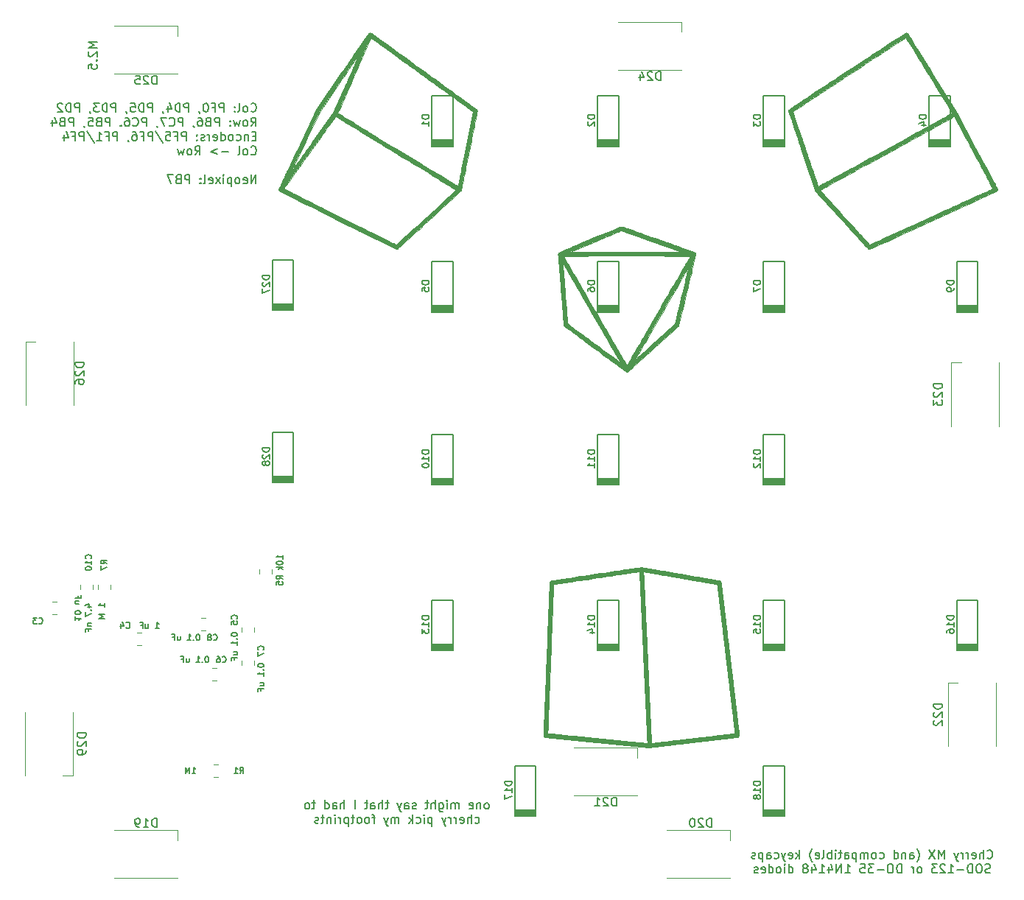
<source format=gbr>
G04 #@! TF.GenerationSoftware,KiCad,Pcbnew,(5.1.5)-3*
G04 #@! TF.CreationDate,2020-12-24T17:13:42-08:00*
G04 #@! TF.ProjectId,edge-key-seventeen,65646765-2d6b-4657-992d-736576656e74,v1.0 rev 1*
G04 #@! TF.SameCoordinates,PX7616b68PY2a640d0*
G04 #@! TF.FileFunction,Legend,Bot*
G04 #@! TF.FilePolarity,Positive*
%FSLAX46Y46*%
G04 Gerber Fmt 4.6, Leading zero omitted, Abs format (unit mm)*
G04 Created by KiCad (PCBNEW (5.1.5)-3) date 2020-12-24 17:13:42*
%MOMM*%
%LPD*%
G04 APERTURE LIST*
%ADD10C,0.150000*%
%ADD11C,0.010000*%
%ADD12C,0.120000*%
%ADD13C,0.200000*%
G04 APERTURE END LIST*
D10*
X53560952Y-91067380D02*
X53656190Y-91019761D01*
X53703809Y-90972142D01*
X53751428Y-90876904D01*
X53751428Y-90591190D01*
X53703809Y-90495952D01*
X53656190Y-90448333D01*
X53560952Y-90400714D01*
X53418095Y-90400714D01*
X53322857Y-90448333D01*
X53275238Y-90495952D01*
X53227619Y-90591190D01*
X53227619Y-90876904D01*
X53275238Y-90972142D01*
X53322857Y-91019761D01*
X53418095Y-91067380D01*
X53560952Y-91067380D01*
X52799047Y-90400714D02*
X52799047Y-91067380D01*
X52799047Y-90495952D02*
X52751428Y-90448333D01*
X52656190Y-90400714D01*
X52513333Y-90400714D01*
X52418095Y-90448333D01*
X52370476Y-90543571D01*
X52370476Y-91067380D01*
X51513333Y-91019761D02*
X51608571Y-91067380D01*
X51799047Y-91067380D01*
X51894285Y-91019761D01*
X51941904Y-90924523D01*
X51941904Y-90543571D01*
X51894285Y-90448333D01*
X51799047Y-90400714D01*
X51608571Y-90400714D01*
X51513333Y-90448333D01*
X51465714Y-90543571D01*
X51465714Y-90638809D01*
X51941904Y-90734047D01*
X50275238Y-91067380D02*
X50275238Y-90400714D01*
X50275238Y-90495952D02*
X50227619Y-90448333D01*
X50132380Y-90400714D01*
X49989523Y-90400714D01*
X49894285Y-90448333D01*
X49846666Y-90543571D01*
X49846666Y-91067380D01*
X49846666Y-90543571D02*
X49799047Y-90448333D01*
X49703809Y-90400714D01*
X49560952Y-90400714D01*
X49465714Y-90448333D01*
X49418095Y-90543571D01*
X49418095Y-91067380D01*
X48941904Y-91067380D02*
X48941904Y-90400714D01*
X48941904Y-90067380D02*
X48989523Y-90115000D01*
X48941904Y-90162619D01*
X48894285Y-90115000D01*
X48941904Y-90067380D01*
X48941904Y-90162619D01*
X48037142Y-90400714D02*
X48037142Y-91210238D01*
X48084761Y-91305476D01*
X48132380Y-91353095D01*
X48227619Y-91400714D01*
X48370476Y-91400714D01*
X48465714Y-91353095D01*
X48037142Y-91019761D02*
X48132380Y-91067380D01*
X48322857Y-91067380D01*
X48418095Y-91019761D01*
X48465714Y-90972142D01*
X48513333Y-90876904D01*
X48513333Y-90591190D01*
X48465714Y-90495952D01*
X48418095Y-90448333D01*
X48322857Y-90400714D01*
X48132380Y-90400714D01*
X48037142Y-90448333D01*
X47560952Y-91067380D02*
X47560952Y-90067380D01*
X47132380Y-91067380D02*
X47132380Y-90543571D01*
X47180000Y-90448333D01*
X47275238Y-90400714D01*
X47418095Y-90400714D01*
X47513333Y-90448333D01*
X47560952Y-90495952D01*
X46799047Y-90400714D02*
X46418095Y-90400714D01*
X46656190Y-90067380D02*
X46656190Y-90924523D01*
X46608571Y-91019761D01*
X46513333Y-91067380D01*
X46418095Y-91067380D01*
X45370476Y-91019761D02*
X45275238Y-91067380D01*
X45084761Y-91067380D01*
X44989523Y-91019761D01*
X44941904Y-90924523D01*
X44941904Y-90876904D01*
X44989523Y-90781666D01*
X45084761Y-90734047D01*
X45227619Y-90734047D01*
X45322857Y-90686428D01*
X45370476Y-90591190D01*
X45370476Y-90543571D01*
X45322857Y-90448333D01*
X45227619Y-90400714D01*
X45084761Y-90400714D01*
X44989523Y-90448333D01*
X44084761Y-91067380D02*
X44084761Y-90543571D01*
X44132380Y-90448333D01*
X44227619Y-90400714D01*
X44418095Y-90400714D01*
X44513333Y-90448333D01*
X44084761Y-91019761D02*
X44180000Y-91067380D01*
X44418095Y-91067380D01*
X44513333Y-91019761D01*
X44560952Y-90924523D01*
X44560952Y-90829285D01*
X44513333Y-90734047D01*
X44418095Y-90686428D01*
X44180000Y-90686428D01*
X44084761Y-90638809D01*
X43703809Y-90400714D02*
X43465714Y-91067380D01*
X43227619Y-90400714D02*
X43465714Y-91067380D01*
X43560952Y-91305476D01*
X43608571Y-91353095D01*
X43703809Y-91400714D01*
X42227619Y-90400714D02*
X41846666Y-90400714D01*
X42084761Y-90067380D02*
X42084761Y-90924523D01*
X42037142Y-91019761D01*
X41941904Y-91067380D01*
X41846666Y-91067380D01*
X41513333Y-91067380D02*
X41513333Y-90067380D01*
X41084761Y-91067380D02*
X41084761Y-90543571D01*
X41132380Y-90448333D01*
X41227619Y-90400714D01*
X41370476Y-90400714D01*
X41465714Y-90448333D01*
X41513333Y-90495952D01*
X40180000Y-91067380D02*
X40180000Y-90543571D01*
X40227619Y-90448333D01*
X40322857Y-90400714D01*
X40513333Y-90400714D01*
X40608571Y-90448333D01*
X40180000Y-91019761D02*
X40275238Y-91067380D01*
X40513333Y-91067380D01*
X40608571Y-91019761D01*
X40656190Y-90924523D01*
X40656190Y-90829285D01*
X40608571Y-90734047D01*
X40513333Y-90686428D01*
X40275238Y-90686428D01*
X40180000Y-90638809D01*
X39846666Y-90400714D02*
X39465714Y-90400714D01*
X39703809Y-90067380D02*
X39703809Y-90924523D01*
X39656190Y-91019761D01*
X39560952Y-91067380D01*
X39465714Y-91067380D01*
X38370476Y-91067380D02*
X38370476Y-90067380D01*
X37132380Y-91067380D02*
X37132380Y-90067380D01*
X36703809Y-91067380D02*
X36703809Y-90543571D01*
X36751428Y-90448333D01*
X36846666Y-90400714D01*
X36989523Y-90400714D01*
X37084761Y-90448333D01*
X37132380Y-90495952D01*
X35799047Y-91067380D02*
X35799047Y-90543571D01*
X35846666Y-90448333D01*
X35941904Y-90400714D01*
X36132380Y-90400714D01*
X36227619Y-90448333D01*
X35799047Y-91019761D02*
X35894285Y-91067380D01*
X36132380Y-91067380D01*
X36227619Y-91019761D01*
X36275238Y-90924523D01*
X36275238Y-90829285D01*
X36227619Y-90734047D01*
X36132380Y-90686428D01*
X35894285Y-90686428D01*
X35799047Y-90638809D01*
X34894285Y-91067380D02*
X34894285Y-90067380D01*
X34894285Y-91019761D02*
X34989523Y-91067380D01*
X35180000Y-91067380D01*
X35275238Y-91019761D01*
X35322857Y-90972142D01*
X35370476Y-90876904D01*
X35370476Y-90591190D01*
X35322857Y-90495952D01*
X35275238Y-90448333D01*
X35180000Y-90400714D01*
X34989523Y-90400714D01*
X34894285Y-90448333D01*
X33799047Y-90400714D02*
X33418095Y-90400714D01*
X33656190Y-90067380D02*
X33656190Y-90924523D01*
X33608571Y-91019761D01*
X33513333Y-91067380D01*
X33418095Y-91067380D01*
X32941904Y-91067380D02*
X33037142Y-91019761D01*
X33084761Y-90972142D01*
X33132380Y-90876904D01*
X33132380Y-90591190D01*
X33084761Y-90495952D01*
X33037142Y-90448333D01*
X32941904Y-90400714D01*
X32799047Y-90400714D01*
X32703809Y-90448333D01*
X32656190Y-90495952D01*
X32608571Y-90591190D01*
X32608571Y-90876904D01*
X32656190Y-90972142D01*
X32703809Y-91019761D01*
X32799047Y-91067380D01*
X32941904Y-91067380D01*
X52156190Y-92669761D02*
X52251428Y-92717380D01*
X52441904Y-92717380D01*
X52537142Y-92669761D01*
X52584761Y-92622142D01*
X52632380Y-92526904D01*
X52632380Y-92241190D01*
X52584761Y-92145952D01*
X52537142Y-92098333D01*
X52441904Y-92050714D01*
X52251428Y-92050714D01*
X52156190Y-92098333D01*
X51727619Y-92717380D02*
X51727619Y-91717380D01*
X51299047Y-92717380D02*
X51299047Y-92193571D01*
X51346666Y-92098333D01*
X51441904Y-92050714D01*
X51584761Y-92050714D01*
X51680000Y-92098333D01*
X51727619Y-92145952D01*
X50441904Y-92669761D02*
X50537142Y-92717380D01*
X50727619Y-92717380D01*
X50822857Y-92669761D01*
X50870476Y-92574523D01*
X50870476Y-92193571D01*
X50822857Y-92098333D01*
X50727619Y-92050714D01*
X50537142Y-92050714D01*
X50441904Y-92098333D01*
X50394285Y-92193571D01*
X50394285Y-92288809D01*
X50870476Y-92384047D01*
X49965714Y-92717380D02*
X49965714Y-92050714D01*
X49965714Y-92241190D02*
X49918095Y-92145952D01*
X49870476Y-92098333D01*
X49775238Y-92050714D01*
X49680000Y-92050714D01*
X49346666Y-92717380D02*
X49346666Y-92050714D01*
X49346666Y-92241190D02*
X49299047Y-92145952D01*
X49251428Y-92098333D01*
X49156190Y-92050714D01*
X49060952Y-92050714D01*
X48822857Y-92050714D02*
X48584761Y-92717380D01*
X48346666Y-92050714D02*
X48584761Y-92717380D01*
X48680000Y-92955476D01*
X48727619Y-93003095D01*
X48822857Y-93050714D01*
X47203809Y-92050714D02*
X47203809Y-93050714D01*
X47203809Y-92098333D02*
X47108571Y-92050714D01*
X46918095Y-92050714D01*
X46822857Y-92098333D01*
X46775238Y-92145952D01*
X46727619Y-92241190D01*
X46727619Y-92526904D01*
X46775238Y-92622142D01*
X46822857Y-92669761D01*
X46918095Y-92717380D01*
X47108571Y-92717380D01*
X47203809Y-92669761D01*
X46299047Y-92717380D02*
X46299047Y-92050714D01*
X46299047Y-91717380D02*
X46346666Y-91765000D01*
X46299047Y-91812619D01*
X46251428Y-91765000D01*
X46299047Y-91717380D01*
X46299047Y-91812619D01*
X45394285Y-92669761D02*
X45489523Y-92717380D01*
X45680000Y-92717380D01*
X45775238Y-92669761D01*
X45822857Y-92622142D01*
X45870476Y-92526904D01*
X45870476Y-92241190D01*
X45822857Y-92145952D01*
X45775238Y-92098333D01*
X45680000Y-92050714D01*
X45489523Y-92050714D01*
X45394285Y-92098333D01*
X44965714Y-92717380D02*
X44965714Y-91717380D01*
X44870476Y-92336428D02*
X44584761Y-92717380D01*
X44584761Y-92050714D02*
X44965714Y-92431666D01*
X43394285Y-92717380D02*
X43394285Y-92050714D01*
X43394285Y-92145952D02*
X43346666Y-92098333D01*
X43251428Y-92050714D01*
X43108571Y-92050714D01*
X43013333Y-92098333D01*
X42965714Y-92193571D01*
X42965714Y-92717380D01*
X42965714Y-92193571D02*
X42918095Y-92098333D01*
X42822857Y-92050714D01*
X42680000Y-92050714D01*
X42584761Y-92098333D01*
X42537142Y-92193571D01*
X42537142Y-92717380D01*
X42156190Y-92050714D02*
X41918095Y-92717380D01*
X41680000Y-92050714D02*
X41918095Y-92717380D01*
X42013333Y-92955476D01*
X42060952Y-93003095D01*
X42156190Y-93050714D01*
X40680000Y-92050714D02*
X40299047Y-92050714D01*
X40537142Y-92717380D02*
X40537142Y-91860238D01*
X40489523Y-91765000D01*
X40394285Y-91717380D01*
X40299047Y-91717380D01*
X39822857Y-92717380D02*
X39918095Y-92669761D01*
X39965714Y-92622142D01*
X40013333Y-92526904D01*
X40013333Y-92241190D01*
X39965714Y-92145952D01*
X39918095Y-92098333D01*
X39822857Y-92050714D01*
X39680000Y-92050714D01*
X39584761Y-92098333D01*
X39537142Y-92145952D01*
X39489523Y-92241190D01*
X39489523Y-92526904D01*
X39537142Y-92622142D01*
X39584761Y-92669761D01*
X39680000Y-92717380D01*
X39822857Y-92717380D01*
X38918095Y-92717380D02*
X39013333Y-92669761D01*
X39060952Y-92622142D01*
X39108571Y-92526904D01*
X39108571Y-92241190D01*
X39060952Y-92145952D01*
X39013333Y-92098333D01*
X38918095Y-92050714D01*
X38775238Y-92050714D01*
X38680000Y-92098333D01*
X38632380Y-92145952D01*
X38584761Y-92241190D01*
X38584761Y-92526904D01*
X38632380Y-92622142D01*
X38680000Y-92669761D01*
X38775238Y-92717380D01*
X38918095Y-92717380D01*
X38299047Y-92050714D02*
X37918095Y-92050714D01*
X38156190Y-91717380D02*
X38156190Y-92574523D01*
X38108571Y-92669761D01*
X38013333Y-92717380D01*
X37918095Y-92717380D01*
X37584761Y-92050714D02*
X37584761Y-93050714D01*
X37584761Y-92098333D02*
X37489523Y-92050714D01*
X37299047Y-92050714D01*
X37203809Y-92098333D01*
X37156190Y-92145952D01*
X37108571Y-92241190D01*
X37108571Y-92526904D01*
X37156190Y-92622142D01*
X37203809Y-92669761D01*
X37299047Y-92717380D01*
X37489523Y-92717380D01*
X37584761Y-92669761D01*
X36680000Y-92717380D02*
X36680000Y-92050714D01*
X36680000Y-92241190D02*
X36632380Y-92145952D01*
X36584761Y-92098333D01*
X36489523Y-92050714D01*
X36394285Y-92050714D01*
X36060952Y-92717380D02*
X36060952Y-92050714D01*
X36060952Y-91717380D02*
X36108571Y-91765000D01*
X36060952Y-91812619D01*
X36013333Y-91765000D01*
X36060952Y-91717380D01*
X36060952Y-91812619D01*
X35584761Y-92050714D02*
X35584761Y-92717380D01*
X35584761Y-92145952D02*
X35537142Y-92098333D01*
X35441904Y-92050714D01*
X35299047Y-92050714D01*
X35203809Y-92098333D01*
X35156190Y-92193571D01*
X35156190Y-92717380D01*
X34822857Y-92050714D02*
X34441904Y-92050714D01*
X34680000Y-91717380D02*
X34680000Y-92574523D01*
X34632380Y-92669761D01*
X34537142Y-92717380D01*
X34441904Y-92717380D01*
X34156190Y-92669761D02*
X34060952Y-92717380D01*
X33870476Y-92717380D01*
X33775238Y-92669761D01*
X33727619Y-92574523D01*
X33727619Y-92526904D01*
X33775238Y-92431666D01*
X33870476Y-92384047D01*
X34013333Y-92384047D01*
X34108571Y-92336428D01*
X34156190Y-92241190D01*
X34156190Y-92193571D01*
X34108571Y-92098333D01*
X34013333Y-92050714D01*
X33870476Y-92050714D01*
X33775238Y-92098333D01*
X8707380Y-2921190D02*
X7707380Y-2921190D01*
X8421666Y-3254523D01*
X7707380Y-3587857D01*
X8707380Y-3587857D01*
X7802619Y-4016428D02*
X7755000Y-4064047D01*
X7707380Y-4159285D01*
X7707380Y-4397380D01*
X7755000Y-4492619D01*
X7802619Y-4540238D01*
X7897857Y-4587857D01*
X7993095Y-4587857D01*
X8135952Y-4540238D01*
X8707380Y-3968809D01*
X8707380Y-4587857D01*
X8612142Y-5016428D02*
X8659761Y-5064047D01*
X8707380Y-5016428D01*
X8659761Y-4968809D01*
X8612142Y-5016428D01*
X8707380Y-5016428D01*
X7707380Y-5968809D02*
X7707380Y-5492619D01*
X8183571Y-5445000D01*
X8135952Y-5492619D01*
X8088333Y-5587857D01*
X8088333Y-5825952D01*
X8135952Y-5921190D01*
X8183571Y-5968809D01*
X8278809Y-6016428D01*
X8516904Y-6016428D01*
X8612142Y-5968809D01*
X8659761Y-5921190D01*
X8707380Y-5825952D01*
X8707380Y-5587857D01*
X8659761Y-5492619D01*
X8612142Y-5445000D01*
X111028095Y-96687142D02*
X111075714Y-96734761D01*
X111218571Y-96782380D01*
X111313809Y-96782380D01*
X111456666Y-96734761D01*
X111551904Y-96639523D01*
X111599523Y-96544285D01*
X111647142Y-96353809D01*
X111647142Y-96210952D01*
X111599523Y-96020476D01*
X111551904Y-95925238D01*
X111456666Y-95830000D01*
X111313809Y-95782380D01*
X111218571Y-95782380D01*
X111075714Y-95830000D01*
X111028095Y-95877619D01*
X110599523Y-96782380D02*
X110599523Y-95782380D01*
X110170952Y-96782380D02*
X110170952Y-96258571D01*
X110218571Y-96163333D01*
X110313809Y-96115714D01*
X110456666Y-96115714D01*
X110551904Y-96163333D01*
X110599523Y-96210952D01*
X109313809Y-96734761D02*
X109409047Y-96782380D01*
X109599523Y-96782380D01*
X109694761Y-96734761D01*
X109742380Y-96639523D01*
X109742380Y-96258571D01*
X109694761Y-96163333D01*
X109599523Y-96115714D01*
X109409047Y-96115714D01*
X109313809Y-96163333D01*
X109266190Y-96258571D01*
X109266190Y-96353809D01*
X109742380Y-96449047D01*
X108837619Y-96782380D02*
X108837619Y-96115714D01*
X108837619Y-96306190D02*
X108790000Y-96210952D01*
X108742380Y-96163333D01*
X108647142Y-96115714D01*
X108551904Y-96115714D01*
X108218571Y-96782380D02*
X108218571Y-96115714D01*
X108218571Y-96306190D02*
X108170952Y-96210952D01*
X108123333Y-96163333D01*
X108028095Y-96115714D01*
X107932857Y-96115714D01*
X107694761Y-96115714D02*
X107456666Y-96782380D01*
X107218571Y-96115714D02*
X107456666Y-96782380D01*
X107551904Y-97020476D01*
X107599523Y-97068095D01*
X107694761Y-97115714D01*
X106075714Y-96782380D02*
X106075714Y-95782380D01*
X105742380Y-96496666D01*
X105409047Y-95782380D01*
X105409047Y-96782380D01*
X105028095Y-95782380D02*
X104361428Y-96782380D01*
X104361428Y-95782380D02*
X105028095Y-96782380D01*
X102932857Y-97163333D02*
X102980476Y-97115714D01*
X103075714Y-96972857D01*
X103123333Y-96877619D01*
X103170952Y-96734761D01*
X103218571Y-96496666D01*
X103218571Y-96306190D01*
X103170952Y-96068095D01*
X103123333Y-95925238D01*
X103075714Y-95830000D01*
X102980476Y-95687142D01*
X102932857Y-95639523D01*
X102123333Y-96782380D02*
X102123333Y-96258571D01*
X102170952Y-96163333D01*
X102266190Y-96115714D01*
X102456666Y-96115714D01*
X102551904Y-96163333D01*
X102123333Y-96734761D02*
X102218571Y-96782380D01*
X102456666Y-96782380D01*
X102551904Y-96734761D01*
X102599523Y-96639523D01*
X102599523Y-96544285D01*
X102551904Y-96449047D01*
X102456666Y-96401428D01*
X102218571Y-96401428D01*
X102123333Y-96353809D01*
X101647142Y-96115714D02*
X101647142Y-96782380D01*
X101647142Y-96210952D02*
X101599523Y-96163333D01*
X101504285Y-96115714D01*
X101361428Y-96115714D01*
X101266190Y-96163333D01*
X101218571Y-96258571D01*
X101218571Y-96782380D01*
X100313809Y-96782380D02*
X100313809Y-95782380D01*
X100313809Y-96734761D02*
X100409047Y-96782380D01*
X100599523Y-96782380D01*
X100694761Y-96734761D01*
X100742380Y-96687142D01*
X100790000Y-96591904D01*
X100790000Y-96306190D01*
X100742380Y-96210952D01*
X100694761Y-96163333D01*
X100599523Y-96115714D01*
X100409047Y-96115714D01*
X100313809Y-96163333D01*
X98647142Y-96734761D02*
X98742380Y-96782380D01*
X98932857Y-96782380D01*
X99028095Y-96734761D01*
X99075714Y-96687142D01*
X99123333Y-96591904D01*
X99123333Y-96306190D01*
X99075714Y-96210952D01*
X99028095Y-96163333D01*
X98932857Y-96115714D01*
X98742380Y-96115714D01*
X98647142Y-96163333D01*
X98075714Y-96782380D02*
X98170952Y-96734761D01*
X98218571Y-96687142D01*
X98266190Y-96591904D01*
X98266190Y-96306190D01*
X98218571Y-96210952D01*
X98170952Y-96163333D01*
X98075714Y-96115714D01*
X97932857Y-96115714D01*
X97837619Y-96163333D01*
X97790000Y-96210952D01*
X97742380Y-96306190D01*
X97742380Y-96591904D01*
X97790000Y-96687142D01*
X97837619Y-96734761D01*
X97932857Y-96782380D01*
X98075714Y-96782380D01*
X97313809Y-96782380D02*
X97313809Y-96115714D01*
X97313809Y-96210952D02*
X97266190Y-96163333D01*
X97170952Y-96115714D01*
X97028095Y-96115714D01*
X96932857Y-96163333D01*
X96885238Y-96258571D01*
X96885238Y-96782380D01*
X96885238Y-96258571D02*
X96837619Y-96163333D01*
X96742380Y-96115714D01*
X96599523Y-96115714D01*
X96504285Y-96163333D01*
X96456666Y-96258571D01*
X96456666Y-96782380D01*
X95980476Y-96115714D02*
X95980476Y-97115714D01*
X95980476Y-96163333D02*
X95885238Y-96115714D01*
X95694761Y-96115714D01*
X95599523Y-96163333D01*
X95551904Y-96210952D01*
X95504285Y-96306190D01*
X95504285Y-96591904D01*
X95551904Y-96687142D01*
X95599523Y-96734761D01*
X95694761Y-96782380D01*
X95885238Y-96782380D01*
X95980476Y-96734761D01*
X94647142Y-96782380D02*
X94647142Y-96258571D01*
X94694761Y-96163333D01*
X94790000Y-96115714D01*
X94980476Y-96115714D01*
X95075714Y-96163333D01*
X94647142Y-96734761D02*
X94742380Y-96782380D01*
X94980476Y-96782380D01*
X95075714Y-96734761D01*
X95123333Y-96639523D01*
X95123333Y-96544285D01*
X95075714Y-96449047D01*
X94980476Y-96401428D01*
X94742380Y-96401428D01*
X94647142Y-96353809D01*
X94313809Y-96115714D02*
X93932857Y-96115714D01*
X94170952Y-95782380D02*
X94170952Y-96639523D01*
X94123333Y-96734761D01*
X94028095Y-96782380D01*
X93932857Y-96782380D01*
X93599523Y-96782380D02*
X93599523Y-96115714D01*
X93599523Y-95782380D02*
X93647142Y-95830000D01*
X93599523Y-95877619D01*
X93551904Y-95830000D01*
X93599523Y-95782380D01*
X93599523Y-95877619D01*
X93123333Y-96782380D02*
X93123333Y-95782380D01*
X93123333Y-96163333D02*
X93028095Y-96115714D01*
X92837619Y-96115714D01*
X92742380Y-96163333D01*
X92694761Y-96210952D01*
X92647142Y-96306190D01*
X92647142Y-96591904D01*
X92694761Y-96687142D01*
X92742380Y-96734761D01*
X92837619Y-96782380D01*
X93028095Y-96782380D01*
X93123333Y-96734761D01*
X92075714Y-96782380D02*
X92170952Y-96734761D01*
X92218571Y-96639523D01*
X92218571Y-95782380D01*
X91313809Y-96734761D02*
X91409047Y-96782380D01*
X91599523Y-96782380D01*
X91694761Y-96734761D01*
X91742380Y-96639523D01*
X91742380Y-96258571D01*
X91694761Y-96163333D01*
X91599523Y-96115714D01*
X91409047Y-96115714D01*
X91313809Y-96163333D01*
X91266190Y-96258571D01*
X91266190Y-96353809D01*
X91742380Y-96449047D01*
X90932857Y-97163333D02*
X90885238Y-97115714D01*
X90790000Y-96972857D01*
X90742380Y-96877619D01*
X90694761Y-96734761D01*
X90647142Y-96496666D01*
X90647142Y-96306190D01*
X90694761Y-96068095D01*
X90742380Y-95925238D01*
X90790000Y-95830000D01*
X90885238Y-95687142D01*
X90932857Y-95639523D01*
X89409047Y-96782380D02*
X89409047Y-95782380D01*
X89313809Y-96401428D02*
X89028095Y-96782380D01*
X89028095Y-96115714D02*
X89409047Y-96496666D01*
X88218571Y-96734761D02*
X88313809Y-96782380D01*
X88504285Y-96782380D01*
X88599523Y-96734761D01*
X88647142Y-96639523D01*
X88647142Y-96258571D01*
X88599523Y-96163333D01*
X88504285Y-96115714D01*
X88313809Y-96115714D01*
X88218571Y-96163333D01*
X88170952Y-96258571D01*
X88170952Y-96353809D01*
X88647142Y-96449047D01*
X87837619Y-96115714D02*
X87599523Y-96782380D01*
X87361428Y-96115714D02*
X87599523Y-96782380D01*
X87694761Y-97020476D01*
X87742380Y-97068095D01*
X87837619Y-97115714D01*
X86551904Y-96734761D02*
X86647142Y-96782380D01*
X86837619Y-96782380D01*
X86932857Y-96734761D01*
X86980476Y-96687142D01*
X87028095Y-96591904D01*
X87028095Y-96306190D01*
X86980476Y-96210952D01*
X86932857Y-96163333D01*
X86837619Y-96115714D01*
X86647142Y-96115714D01*
X86551904Y-96163333D01*
X85694761Y-96782380D02*
X85694761Y-96258571D01*
X85742380Y-96163333D01*
X85837619Y-96115714D01*
X86028095Y-96115714D01*
X86123333Y-96163333D01*
X85694761Y-96734761D02*
X85790000Y-96782380D01*
X86028095Y-96782380D01*
X86123333Y-96734761D01*
X86170952Y-96639523D01*
X86170952Y-96544285D01*
X86123333Y-96449047D01*
X86028095Y-96401428D01*
X85790000Y-96401428D01*
X85694761Y-96353809D01*
X85218571Y-96115714D02*
X85218571Y-97115714D01*
X85218571Y-96163333D02*
X85123333Y-96115714D01*
X84932857Y-96115714D01*
X84837619Y-96163333D01*
X84790000Y-96210952D01*
X84742380Y-96306190D01*
X84742380Y-96591904D01*
X84790000Y-96687142D01*
X84837619Y-96734761D01*
X84932857Y-96782380D01*
X85123333Y-96782380D01*
X85218571Y-96734761D01*
X84361428Y-96734761D02*
X84266190Y-96782380D01*
X84075714Y-96782380D01*
X83980476Y-96734761D01*
X83932857Y-96639523D01*
X83932857Y-96591904D01*
X83980476Y-96496666D01*
X84075714Y-96449047D01*
X84218571Y-96449047D01*
X84313809Y-96401428D01*
X84361428Y-96306190D01*
X84361428Y-96258571D01*
X84313809Y-96163333D01*
X84218571Y-96115714D01*
X84075714Y-96115714D01*
X83980476Y-96163333D01*
X111361428Y-98384761D02*
X111218571Y-98432380D01*
X110980476Y-98432380D01*
X110885238Y-98384761D01*
X110837619Y-98337142D01*
X110790000Y-98241904D01*
X110790000Y-98146666D01*
X110837619Y-98051428D01*
X110885238Y-98003809D01*
X110980476Y-97956190D01*
X111170952Y-97908571D01*
X111266190Y-97860952D01*
X111313809Y-97813333D01*
X111361428Y-97718095D01*
X111361428Y-97622857D01*
X111313809Y-97527619D01*
X111266190Y-97480000D01*
X111170952Y-97432380D01*
X110932857Y-97432380D01*
X110790000Y-97480000D01*
X110170952Y-97432380D02*
X109980476Y-97432380D01*
X109885238Y-97480000D01*
X109790000Y-97575238D01*
X109742380Y-97765714D01*
X109742380Y-98099047D01*
X109790000Y-98289523D01*
X109885238Y-98384761D01*
X109980476Y-98432380D01*
X110170952Y-98432380D01*
X110266190Y-98384761D01*
X110361428Y-98289523D01*
X110409047Y-98099047D01*
X110409047Y-97765714D01*
X110361428Y-97575238D01*
X110266190Y-97480000D01*
X110170952Y-97432380D01*
X109313809Y-98432380D02*
X109313809Y-97432380D01*
X109075714Y-97432380D01*
X108932857Y-97480000D01*
X108837619Y-97575238D01*
X108790000Y-97670476D01*
X108742380Y-97860952D01*
X108742380Y-98003809D01*
X108790000Y-98194285D01*
X108837619Y-98289523D01*
X108932857Y-98384761D01*
X109075714Y-98432380D01*
X109313809Y-98432380D01*
X108313809Y-98051428D02*
X107551904Y-98051428D01*
X106551904Y-98432380D02*
X107123333Y-98432380D01*
X106837619Y-98432380D02*
X106837619Y-97432380D01*
X106932857Y-97575238D01*
X107028095Y-97670476D01*
X107123333Y-97718095D01*
X106170952Y-97527619D02*
X106123333Y-97480000D01*
X106028095Y-97432380D01*
X105790000Y-97432380D01*
X105694761Y-97480000D01*
X105647142Y-97527619D01*
X105599523Y-97622857D01*
X105599523Y-97718095D01*
X105647142Y-97860952D01*
X106218571Y-98432380D01*
X105599523Y-98432380D01*
X105266190Y-97432380D02*
X104647142Y-97432380D01*
X104980476Y-97813333D01*
X104837619Y-97813333D01*
X104742380Y-97860952D01*
X104694761Y-97908571D01*
X104647142Y-98003809D01*
X104647142Y-98241904D01*
X104694761Y-98337142D01*
X104742380Y-98384761D01*
X104837619Y-98432380D01*
X105123333Y-98432380D01*
X105218571Y-98384761D01*
X105266190Y-98337142D01*
X103313809Y-98432380D02*
X103409047Y-98384761D01*
X103456666Y-98337142D01*
X103504285Y-98241904D01*
X103504285Y-97956190D01*
X103456666Y-97860952D01*
X103409047Y-97813333D01*
X103313809Y-97765714D01*
X103170952Y-97765714D01*
X103075714Y-97813333D01*
X103028095Y-97860952D01*
X102980476Y-97956190D01*
X102980476Y-98241904D01*
X103028095Y-98337142D01*
X103075714Y-98384761D01*
X103170952Y-98432380D01*
X103313809Y-98432380D01*
X102551904Y-98432380D02*
X102551904Y-97765714D01*
X102551904Y-97956190D02*
X102504285Y-97860952D01*
X102456666Y-97813333D01*
X102361428Y-97765714D01*
X102266190Y-97765714D01*
X101170952Y-98432380D02*
X101170952Y-97432380D01*
X100932857Y-97432380D01*
X100790000Y-97480000D01*
X100694761Y-97575238D01*
X100647142Y-97670476D01*
X100599523Y-97860952D01*
X100599523Y-98003809D01*
X100647142Y-98194285D01*
X100694761Y-98289523D01*
X100790000Y-98384761D01*
X100932857Y-98432380D01*
X101170952Y-98432380D01*
X99980476Y-97432380D02*
X99790000Y-97432380D01*
X99694761Y-97480000D01*
X99599523Y-97575238D01*
X99551904Y-97765714D01*
X99551904Y-98099047D01*
X99599523Y-98289523D01*
X99694761Y-98384761D01*
X99790000Y-98432380D01*
X99980476Y-98432380D01*
X100075714Y-98384761D01*
X100170952Y-98289523D01*
X100218571Y-98099047D01*
X100218571Y-97765714D01*
X100170952Y-97575238D01*
X100075714Y-97480000D01*
X99980476Y-97432380D01*
X99123333Y-98051428D02*
X98361428Y-98051428D01*
X97980476Y-97432380D02*
X97361428Y-97432380D01*
X97694761Y-97813333D01*
X97551904Y-97813333D01*
X97456666Y-97860952D01*
X97409047Y-97908571D01*
X97361428Y-98003809D01*
X97361428Y-98241904D01*
X97409047Y-98337142D01*
X97456666Y-98384761D01*
X97551904Y-98432380D01*
X97837619Y-98432380D01*
X97932857Y-98384761D01*
X97980476Y-98337142D01*
X96456666Y-97432380D02*
X96932857Y-97432380D01*
X96980476Y-97908571D01*
X96932857Y-97860952D01*
X96837619Y-97813333D01*
X96599523Y-97813333D01*
X96504285Y-97860952D01*
X96456666Y-97908571D01*
X96409047Y-98003809D01*
X96409047Y-98241904D01*
X96456666Y-98337142D01*
X96504285Y-98384761D01*
X96599523Y-98432380D01*
X96837619Y-98432380D01*
X96932857Y-98384761D01*
X96980476Y-98337142D01*
X94694761Y-98432380D02*
X95266190Y-98432380D01*
X94980476Y-98432380D02*
X94980476Y-97432380D01*
X95075714Y-97575238D01*
X95170952Y-97670476D01*
X95266190Y-97718095D01*
X94266190Y-98432380D02*
X94266190Y-97432380D01*
X93694761Y-98432380D01*
X93694761Y-97432380D01*
X92790000Y-97765714D02*
X92790000Y-98432380D01*
X93028095Y-97384761D02*
X93266190Y-98099047D01*
X92647142Y-98099047D01*
X91742380Y-98432380D02*
X92313809Y-98432380D01*
X92028095Y-98432380D02*
X92028095Y-97432380D01*
X92123333Y-97575238D01*
X92218571Y-97670476D01*
X92313809Y-97718095D01*
X90885238Y-97765714D02*
X90885238Y-98432380D01*
X91123333Y-97384761D02*
X91361428Y-98099047D01*
X90742380Y-98099047D01*
X90218571Y-97860952D02*
X90313809Y-97813333D01*
X90361428Y-97765714D01*
X90409047Y-97670476D01*
X90409047Y-97622857D01*
X90361428Y-97527619D01*
X90313809Y-97480000D01*
X90218571Y-97432380D01*
X90028095Y-97432380D01*
X89932857Y-97480000D01*
X89885238Y-97527619D01*
X89837619Y-97622857D01*
X89837619Y-97670476D01*
X89885238Y-97765714D01*
X89932857Y-97813333D01*
X90028095Y-97860952D01*
X90218571Y-97860952D01*
X90313809Y-97908571D01*
X90361428Y-97956190D01*
X90409047Y-98051428D01*
X90409047Y-98241904D01*
X90361428Y-98337142D01*
X90313809Y-98384761D01*
X90218571Y-98432380D01*
X90028095Y-98432380D01*
X89932857Y-98384761D01*
X89885238Y-98337142D01*
X89837619Y-98241904D01*
X89837619Y-98051428D01*
X89885238Y-97956190D01*
X89932857Y-97908571D01*
X90028095Y-97860952D01*
X88218571Y-98432380D02*
X88218571Y-97432380D01*
X88218571Y-98384761D02*
X88313809Y-98432380D01*
X88504285Y-98432380D01*
X88599523Y-98384761D01*
X88647142Y-98337142D01*
X88694761Y-98241904D01*
X88694761Y-97956190D01*
X88647142Y-97860952D01*
X88599523Y-97813333D01*
X88504285Y-97765714D01*
X88313809Y-97765714D01*
X88218571Y-97813333D01*
X87742380Y-98432380D02*
X87742380Y-97765714D01*
X87742380Y-97432380D02*
X87790000Y-97480000D01*
X87742380Y-97527619D01*
X87694761Y-97480000D01*
X87742380Y-97432380D01*
X87742380Y-97527619D01*
X87123333Y-98432380D02*
X87218571Y-98384761D01*
X87266190Y-98337142D01*
X87313809Y-98241904D01*
X87313809Y-97956190D01*
X87266190Y-97860952D01*
X87218571Y-97813333D01*
X87123333Y-97765714D01*
X86980476Y-97765714D01*
X86885238Y-97813333D01*
X86837619Y-97860952D01*
X86790000Y-97956190D01*
X86790000Y-98241904D01*
X86837619Y-98337142D01*
X86885238Y-98384761D01*
X86980476Y-98432380D01*
X87123333Y-98432380D01*
X85932857Y-98432380D02*
X85932857Y-97432380D01*
X85932857Y-98384761D02*
X86028095Y-98432380D01*
X86218571Y-98432380D01*
X86313809Y-98384761D01*
X86361428Y-98337142D01*
X86409047Y-98241904D01*
X86409047Y-97956190D01*
X86361428Y-97860952D01*
X86313809Y-97813333D01*
X86218571Y-97765714D01*
X86028095Y-97765714D01*
X85932857Y-97813333D01*
X85075714Y-98384761D02*
X85170952Y-98432380D01*
X85361428Y-98432380D01*
X85456666Y-98384761D01*
X85504285Y-98289523D01*
X85504285Y-97908571D01*
X85456666Y-97813333D01*
X85361428Y-97765714D01*
X85170952Y-97765714D01*
X85075714Y-97813333D01*
X85028095Y-97908571D01*
X85028095Y-98003809D01*
X85504285Y-98099047D01*
X84647142Y-98384761D02*
X84551904Y-98432380D01*
X84361428Y-98432380D01*
X84266190Y-98384761D01*
X84218571Y-98289523D01*
X84218571Y-98241904D01*
X84266190Y-98146666D01*
X84361428Y-98099047D01*
X84504285Y-98099047D01*
X84599523Y-98051428D01*
X84647142Y-97956190D01*
X84647142Y-97908571D01*
X84599523Y-97813333D01*
X84504285Y-97765714D01*
X84361428Y-97765714D01*
X84266190Y-97813333D01*
X26397976Y-10837142D02*
X26445595Y-10884761D01*
X26588452Y-10932380D01*
X26683690Y-10932380D01*
X26826547Y-10884761D01*
X26921785Y-10789523D01*
X26969404Y-10694285D01*
X27017023Y-10503809D01*
X27017023Y-10360952D01*
X26969404Y-10170476D01*
X26921785Y-10075238D01*
X26826547Y-9980000D01*
X26683690Y-9932380D01*
X26588452Y-9932380D01*
X26445595Y-9980000D01*
X26397976Y-10027619D01*
X25826547Y-10932380D02*
X25921785Y-10884761D01*
X25969404Y-10837142D01*
X26017023Y-10741904D01*
X26017023Y-10456190D01*
X25969404Y-10360952D01*
X25921785Y-10313333D01*
X25826547Y-10265714D01*
X25683690Y-10265714D01*
X25588452Y-10313333D01*
X25540833Y-10360952D01*
X25493214Y-10456190D01*
X25493214Y-10741904D01*
X25540833Y-10837142D01*
X25588452Y-10884761D01*
X25683690Y-10932380D01*
X25826547Y-10932380D01*
X24921785Y-10932380D02*
X25017023Y-10884761D01*
X25064642Y-10789523D01*
X25064642Y-9932380D01*
X24540833Y-10837142D02*
X24493214Y-10884761D01*
X24540833Y-10932380D01*
X24588452Y-10884761D01*
X24540833Y-10837142D01*
X24540833Y-10932380D01*
X24540833Y-10313333D02*
X24493214Y-10360952D01*
X24540833Y-10408571D01*
X24588452Y-10360952D01*
X24540833Y-10313333D01*
X24540833Y-10408571D01*
X23302738Y-10932380D02*
X23302738Y-9932380D01*
X22921785Y-9932380D01*
X22826547Y-9980000D01*
X22778928Y-10027619D01*
X22731309Y-10122857D01*
X22731309Y-10265714D01*
X22778928Y-10360952D01*
X22826547Y-10408571D01*
X22921785Y-10456190D01*
X23302738Y-10456190D01*
X21969404Y-10408571D02*
X22302738Y-10408571D01*
X22302738Y-10932380D02*
X22302738Y-9932380D01*
X21826547Y-9932380D01*
X21255119Y-9932380D02*
X21159880Y-9932380D01*
X21064642Y-9980000D01*
X21017023Y-10027619D01*
X20969404Y-10122857D01*
X20921785Y-10313333D01*
X20921785Y-10551428D01*
X20969404Y-10741904D01*
X21017023Y-10837142D01*
X21064642Y-10884761D01*
X21159880Y-10932380D01*
X21255119Y-10932380D01*
X21350357Y-10884761D01*
X21397976Y-10837142D01*
X21445595Y-10741904D01*
X21493214Y-10551428D01*
X21493214Y-10313333D01*
X21445595Y-10122857D01*
X21397976Y-10027619D01*
X21350357Y-9980000D01*
X21255119Y-9932380D01*
X20445595Y-10884761D02*
X20445595Y-10932380D01*
X20493214Y-11027619D01*
X20540833Y-11075238D01*
X19255119Y-10932380D02*
X19255119Y-9932380D01*
X18874166Y-9932380D01*
X18778928Y-9980000D01*
X18731309Y-10027619D01*
X18683690Y-10122857D01*
X18683690Y-10265714D01*
X18731309Y-10360952D01*
X18778928Y-10408571D01*
X18874166Y-10456190D01*
X19255119Y-10456190D01*
X18255119Y-10932380D02*
X18255119Y-9932380D01*
X18017023Y-9932380D01*
X17874166Y-9980000D01*
X17778928Y-10075238D01*
X17731309Y-10170476D01*
X17683690Y-10360952D01*
X17683690Y-10503809D01*
X17731309Y-10694285D01*
X17778928Y-10789523D01*
X17874166Y-10884761D01*
X18017023Y-10932380D01*
X18255119Y-10932380D01*
X16826547Y-10265714D02*
X16826547Y-10932380D01*
X17064642Y-9884761D02*
X17302738Y-10599047D01*
X16683690Y-10599047D01*
X16255119Y-10884761D02*
X16255119Y-10932380D01*
X16302738Y-11027619D01*
X16350357Y-11075238D01*
X15064642Y-10932380D02*
X15064642Y-9932380D01*
X14683690Y-9932380D01*
X14588452Y-9980000D01*
X14540833Y-10027619D01*
X14493214Y-10122857D01*
X14493214Y-10265714D01*
X14540833Y-10360952D01*
X14588452Y-10408571D01*
X14683690Y-10456190D01*
X15064642Y-10456190D01*
X14064642Y-10932380D02*
X14064642Y-9932380D01*
X13826547Y-9932380D01*
X13683690Y-9980000D01*
X13588452Y-10075238D01*
X13540833Y-10170476D01*
X13493214Y-10360952D01*
X13493214Y-10503809D01*
X13540833Y-10694285D01*
X13588452Y-10789523D01*
X13683690Y-10884761D01*
X13826547Y-10932380D01*
X14064642Y-10932380D01*
X12588452Y-9932380D02*
X13064642Y-9932380D01*
X13112261Y-10408571D01*
X13064642Y-10360952D01*
X12969404Y-10313333D01*
X12731309Y-10313333D01*
X12636071Y-10360952D01*
X12588452Y-10408571D01*
X12540833Y-10503809D01*
X12540833Y-10741904D01*
X12588452Y-10837142D01*
X12636071Y-10884761D01*
X12731309Y-10932380D01*
X12969404Y-10932380D01*
X13064642Y-10884761D01*
X13112261Y-10837142D01*
X12064642Y-10884761D02*
X12064642Y-10932380D01*
X12112261Y-11027619D01*
X12159880Y-11075238D01*
X10874166Y-10932380D02*
X10874166Y-9932380D01*
X10493214Y-9932380D01*
X10397976Y-9980000D01*
X10350357Y-10027619D01*
X10302738Y-10122857D01*
X10302738Y-10265714D01*
X10350357Y-10360952D01*
X10397976Y-10408571D01*
X10493214Y-10456190D01*
X10874166Y-10456190D01*
X9874166Y-10932380D02*
X9874166Y-9932380D01*
X9636071Y-9932380D01*
X9493214Y-9980000D01*
X9397976Y-10075238D01*
X9350357Y-10170476D01*
X9302738Y-10360952D01*
X9302738Y-10503809D01*
X9350357Y-10694285D01*
X9397976Y-10789523D01*
X9493214Y-10884761D01*
X9636071Y-10932380D01*
X9874166Y-10932380D01*
X8969404Y-9932380D02*
X8350357Y-9932380D01*
X8683690Y-10313333D01*
X8540833Y-10313333D01*
X8445595Y-10360952D01*
X8397976Y-10408571D01*
X8350357Y-10503809D01*
X8350357Y-10741904D01*
X8397976Y-10837142D01*
X8445595Y-10884761D01*
X8540833Y-10932380D01*
X8826547Y-10932380D01*
X8921785Y-10884761D01*
X8969404Y-10837142D01*
X7874166Y-10884761D02*
X7874166Y-10932380D01*
X7921785Y-11027619D01*
X7969404Y-11075238D01*
X6683690Y-10932380D02*
X6683690Y-9932380D01*
X6302738Y-9932380D01*
X6207500Y-9980000D01*
X6159880Y-10027619D01*
X6112261Y-10122857D01*
X6112261Y-10265714D01*
X6159880Y-10360952D01*
X6207500Y-10408571D01*
X6302738Y-10456190D01*
X6683690Y-10456190D01*
X5683690Y-10932380D02*
X5683690Y-9932380D01*
X5445595Y-9932380D01*
X5302738Y-9980000D01*
X5207500Y-10075238D01*
X5159880Y-10170476D01*
X5112261Y-10360952D01*
X5112261Y-10503809D01*
X5159880Y-10694285D01*
X5207500Y-10789523D01*
X5302738Y-10884761D01*
X5445595Y-10932380D01*
X5683690Y-10932380D01*
X4731309Y-10027619D02*
X4683690Y-9980000D01*
X4588452Y-9932380D01*
X4350357Y-9932380D01*
X4255119Y-9980000D01*
X4207500Y-10027619D01*
X4159880Y-10122857D01*
X4159880Y-10218095D01*
X4207500Y-10360952D01*
X4778928Y-10932380D01*
X4159880Y-10932380D01*
X26397976Y-12582380D02*
X26731309Y-12106190D01*
X26969404Y-12582380D02*
X26969404Y-11582380D01*
X26588452Y-11582380D01*
X26493214Y-11630000D01*
X26445595Y-11677619D01*
X26397976Y-11772857D01*
X26397976Y-11915714D01*
X26445595Y-12010952D01*
X26493214Y-12058571D01*
X26588452Y-12106190D01*
X26969404Y-12106190D01*
X25826547Y-12582380D02*
X25921785Y-12534761D01*
X25969404Y-12487142D01*
X26017023Y-12391904D01*
X26017023Y-12106190D01*
X25969404Y-12010952D01*
X25921785Y-11963333D01*
X25826547Y-11915714D01*
X25683690Y-11915714D01*
X25588452Y-11963333D01*
X25540833Y-12010952D01*
X25493214Y-12106190D01*
X25493214Y-12391904D01*
X25540833Y-12487142D01*
X25588452Y-12534761D01*
X25683690Y-12582380D01*
X25826547Y-12582380D01*
X25159880Y-11915714D02*
X24969404Y-12582380D01*
X24778928Y-12106190D01*
X24588452Y-12582380D01*
X24397976Y-11915714D01*
X24017023Y-12487142D02*
X23969404Y-12534761D01*
X24017023Y-12582380D01*
X24064642Y-12534761D01*
X24017023Y-12487142D01*
X24017023Y-12582380D01*
X24017023Y-11963333D02*
X23969404Y-12010952D01*
X24017023Y-12058571D01*
X24064642Y-12010952D01*
X24017023Y-11963333D01*
X24017023Y-12058571D01*
X22778928Y-12582380D02*
X22778928Y-11582380D01*
X22397976Y-11582380D01*
X22302738Y-11630000D01*
X22255119Y-11677619D01*
X22207500Y-11772857D01*
X22207500Y-11915714D01*
X22255119Y-12010952D01*
X22302738Y-12058571D01*
X22397976Y-12106190D01*
X22778928Y-12106190D01*
X21445595Y-12058571D02*
X21302738Y-12106190D01*
X21255119Y-12153809D01*
X21207500Y-12249047D01*
X21207500Y-12391904D01*
X21255119Y-12487142D01*
X21302738Y-12534761D01*
X21397976Y-12582380D01*
X21778928Y-12582380D01*
X21778928Y-11582380D01*
X21445595Y-11582380D01*
X21350357Y-11630000D01*
X21302738Y-11677619D01*
X21255119Y-11772857D01*
X21255119Y-11868095D01*
X21302738Y-11963333D01*
X21350357Y-12010952D01*
X21445595Y-12058571D01*
X21778928Y-12058571D01*
X20350357Y-11582380D02*
X20540833Y-11582380D01*
X20636071Y-11630000D01*
X20683690Y-11677619D01*
X20778928Y-11820476D01*
X20826547Y-12010952D01*
X20826547Y-12391904D01*
X20778928Y-12487142D01*
X20731309Y-12534761D01*
X20636071Y-12582380D01*
X20445595Y-12582380D01*
X20350357Y-12534761D01*
X20302738Y-12487142D01*
X20255119Y-12391904D01*
X20255119Y-12153809D01*
X20302738Y-12058571D01*
X20350357Y-12010952D01*
X20445595Y-11963333D01*
X20636071Y-11963333D01*
X20731309Y-12010952D01*
X20778928Y-12058571D01*
X20826547Y-12153809D01*
X19778928Y-12534761D02*
X19778928Y-12582380D01*
X19826547Y-12677619D01*
X19874166Y-12725238D01*
X18588452Y-12582380D02*
X18588452Y-11582380D01*
X18207500Y-11582380D01*
X18112261Y-11630000D01*
X18064642Y-11677619D01*
X18017023Y-11772857D01*
X18017023Y-11915714D01*
X18064642Y-12010952D01*
X18112261Y-12058571D01*
X18207500Y-12106190D01*
X18588452Y-12106190D01*
X17017023Y-12487142D02*
X17064642Y-12534761D01*
X17207500Y-12582380D01*
X17302738Y-12582380D01*
X17445595Y-12534761D01*
X17540833Y-12439523D01*
X17588452Y-12344285D01*
X17636071Y-12153809D01*
X17636071Y-12010952D01*
X17588452Y-11820476D01*
X17540833Y-11725238D01*
X17445595Y-11630000D01*
X17302738Y-11582380D01*
X17207500Y-11582380D01*
X17064642Y-11630000D01*
X17017023Y-11677619D01*
X16683690Y-11582380D02*
X16017023Y-11582380D01*
X16445595Y-12582380D01*
X15588452Y-12534761D02*
X15588452Y-12582380D01*
X15636071Y-12677619D01*
X15683690Y-12725238D01*
X14397976Y-12582380D02*
X14397976Y-11582380D01*
X14017023Y-11582380D01*
X13921785Y-11630000D01*
X13874166Y-11677619D01*
X13826547Y-11772857D01*
X13826547Y-11915714D01*
X13874166Y-12010952D01*
X13921785Y-12058571D01*
X14017023Y-12106190D01*
X14397976Y-12106190D01*
X12826547Y-12487142D02*
X12874166Y-12534761D01*
X13017023Y-12582380D01*
X13112261Y-12582380D01*
X13255119Y-12534761D01*
X13350357Y-12439523D01*
X13397976Y-12344285D01*
X13445595Y-12153809D01*
X13445595Y-12010952D01*
X13397976Y-11820476D01*
X13350357Y-11725238D01*
X13255119Y-11630000D01*
X13112261Y-11582380D01*
X13017023Y-11582380D01*
X12874166Y-11630000D01*
X12826547Y-11677619D01*
X11969404Y-11582380D02*
X12159880Y-11582380D01*
X12255119Y-11630000D01*
X12302738Y-11677619D01*
X12397976Y-11820476D01*
X12445595Y-12010952D01*
X12445595Y-12391904D01*
X12397976Y-12487142D01*
X12350357Y-12534761D01*
X12255119Y-12582380D01*
X12064642Y-12582380D01*
X11969404Y-12534761D01*
X11921785Y-12487142D01*
X11874166Y-12391904D01*
X11874166Y-12153809D01*
X11921785Y-12058571D01*
X11969404Y-12010952D01*
X12064642Y-11963333D01*
X12255119Y-11963333D01*
X12350357Y-12010952D01*
X12397976Y-12058571D01*
X12445595Y-12153809D01*
X11445595Y-12487142D02*
X11397976Y-12534761D01*
X11445595Y-12582380D01*
X11493214Y-12534761D01*
X11445595Y-12487142D01*
X11445595Y-12582380D01*
X10207500Y-12582380D02*
X10207500Y-11582380D01*
X9826547Y-11582380D01*
X9731309Y-11630000D01*
X9683690Y-11677619D01*
X9636071Y-11772857D01*
X9636071Y-11915714D01*
X9683690Y-12010952D01*
X9731309Y-12058571D01*
X9826547Y-12106190D01*
X10207500Y-12106190D01*
X8874166Y-12058571D02*
X8731309Y-12106190D01*
X8683690Y-12153809D01*
X8636071Y-12249047D01*
X8636071Y-12391904D01*
X8683690Y-12487142D01*
X8731309Y-12534761D01*
X8826547Y-12582380D01*
X9207500Y-12582380D01*
X9207500Y-11582380D01*
X8874166Y-11582380D01*
X8778928Y-11630000D01*
X8731309Y-11677619D01*
X8683690Y-11772857D01*
X8683690Y-11868095D01*
X8731309Y-11963333D01*
X8778928Y-12010952D01*
X8874166Y-12058571D01*
X9207500Y-12058571D01*
X7731309Y-11582380D02*
X8207500Y-11582380D01*
X8255119Y-12058571D01*
X8207500Y-12010952D01*
X8112261Y-11963333D01*
X7874166Y-11963333D01*
X7778928Y-12010952D01*
X7731309Y-12058571D01*
X7683690Y-12153809D01*
X7683690Y-12391904D01*
X7731309Y-12487142D01*
X7778928Y-12534761D01*
X7874166Y-12582380D01*
X8112261Y-12582380D01*
X8207500Y-12534761D01*
X8255119Y-12487142D01*
X7207500Y-12534761D02*
X7207500Y-12582380D01*
X7255119Y-12677619D01*
X7302738Y-12725238D01*
X6017023Y-12582380D02*
X6017023Y-11582380D01*
X5636071Y-11582380D01*
X5540833Y-11630000D01*
X5493214Y-11677619D01*
X5445595Y-11772857D01*
X5445595Y-11915714D01*
X5493214Y-12010952D01*
X5540833Y-12058571D01*
X5636071Y-12106190D01*
X6017023Y-12106190D01*
X4683690Y-12058571D02*
X4540833Y-12106190D01*
X4493214Y-12153809D01*
X4445595Y-12249047D01*
X4445595Y-12391904D01*
X4493214Y-12487142D01*
X4540833Y-12534761D01*
X4636071Y-12582380D01*
X5017023Y-12582380D01*
X5017023Y-11582380D01*
X4683690Y-11582380D01*
X4588452Y-11630000D01*
X4540833Y-11677619D01*
X4493214Y-11772857D01*
X4493214Y-11868095D01*
X4540833Y-11963333D01*
X4588452Y-12010952D01*
X4683690Y-12058571D01*
X5017023Y-12058571D01*
X3588452Y-11915714D02*
X3588452Y-12582380D01*
X3826547Y-11534761D02*
X4064642Y-12249047D01*
X3445595Y-12249047D01*
X26969404Y-13708571D02*
X26636071Y-13708571D01*
X26493214Y-14232380D02*
X26969404Y-14232380D01*
X26969404Y-13232380D01*
X26493214Y-13232380D01*
X26064642Y-13565714D02*
X26064642Y-14232380D01*
X26064642Y-13660952D02*
X26017023Y-13613333D01*
X25921785Y-13565714D01*
X25778928Y-13565714D01*
X25683690Y-13613333D01*
X25636071Y-13708571D01*
X25636071Y-14232380D01*
X24731309Y-14184761D02*
X24826547Y-14232380D01*
X25017023Y-14232380D01*
X25112261Y-14184761D01*
X25159880Y-14137142D01*
X25207500Y-14041904D01*
X25207500Y-13756190D01*
X25159880Y-13660952D01*
X25112261Y-13613333D01*
X25017023Y-13565714D01*
X24826547Y-13565714D01*
X24731309Y-13613333D01*
X24159880Y-14232380D02*
X24255119Y-14184761D01*
X24302738Y-14137142D01*
X24350357Y-14041904D01*
X24350357Y-13756190D01*
X24302738Y-13660952D01*
X24255119Y-13613333D01*
X24159880Y-13565714D01*
X24017023Y-13565714D01*
X23921785Y-13613333D01*
X23874166Y-13660952D01*
X23826547Y-13756190D01*
X23826547Y-14041904D01*
X23874166Y-14137142D01*
X23921785Y-14184761D01*
X24017023Y-14232380D01*
X24159880Y-14232380D01*
X22969404Y-14232380D02*
X22969404Y-13232380D01*
X22969404Y-14184761D02*
X23064642Y-14232380D01*
X23255119Y-14232380D01*
X23350357Y-14184761D01*
X23397976Y-14137142D01*
X23445595Y-14041904D01*
X23445595Y-13756190D01*
X23397976Y-13660952D01*
X23350357Y-13613333D01*
X23255119Y-13565714D01*
X23064642Y-13565714D01*
X22969404Y-13613333D01*
X22112261Y-14184761D02*
X22207500Y-14232380D01*
X22397976Y-14232380D01*
X22493214Y-14184761D01*
X22540833Y-14089523D01*
X22540833Y-13708571D01*
X22493214Y-13613333D01*
X22397976Y-13565714D01*
X22207500Y-13565714D01*
X22112261Y-13613333D01*
X22064642Y-13708571D01*
X22064642Y-13803809D01*
X22540833Y-13899047D01*
X21636071Y-14232380D02*
X21636071Y-13565714D01*
X21636071Y-13756190D02*
X21588452Y-13660952D01*
X21540833Y-13613333D01*
X21445595Y-13565714D01*
X21350357Y-13565714D01*
X21064642Y-14184761D02*
X20969404Y-14232380D01*
X20778928Y-14232380D01*
X20683690Y-14184761D01*
X20636071Y-14089523D01*
X20636071Y-14041904D01*
X20683690Y-13946666D01*
X20778928Y-13899047D01*
X20921785Y-13899047D01*
X21017023Y-13851428D01*
X21064642Y-13756190D01*
X21064642Y-13708571D01*
X21017023Y-13613333D01*
X20921785Y-13565714D01*
X20778928Y-13565714D01*
X20683690Y-13613333D01*
X20207500Y-14137142D02*
X20159880Y-14184761D01*
X20207500Y-14232380D01*
X20255119Y-14184761D01*
X20207500Y-14137142D01*
X20207500Y-14232380D01*
X20207500Y-13613333D02*
X20159880Y-13660952D01*
X20207500Y-13708571D01*
X20255119Y-13660952D01*
X20207500Y-13613333D01*
X20207500Y-13708571D01*
X18969404Y-14232380D02*
X18969404Y-13232380D01*
X18588452Y-13232380D01*
X18493214Y-13280000D01*
X18445595Y-13327619D01*
X18397976Y-13422857D01*
X18397976Y-13565714D01*
X18445595Y-13660952D01*
X18493214Y-13708571D01*
X18588452Y-13756190D01*
X18969404Y-13756190D01*
X17636071Y-13708571D02*
X17969404Y-13708571D01*
X17969404Y-14232380D02*
X17969404Y-13232380D01*
X17493214Y-13232380D01*
X16636071Y-13232380D02*
X17112261Y-13232380D01*
X17159880Y-13708571D01*
X17112261Y-13660952D01*
X17017023Y-13613333D01*
X16778928Y-13613333D01*
X16683690Y-13660952D01*
X16636071Y-13708571D01*
X16588452Y-13803809D01*
X16588452Y-14041904D01*
X16636071Y-14137142D01*
X16683690Y-14184761D01*
X16778928Y-14232380D01*
X17017023Y-14232380D01*
X17112261Y-14184761D01*
X17159880Y-14137142D01*
X15445595Y-13184761D02*
X16302738Y-14470476D01*
X15112261Y-14232380D02*
X15112261Y-13232380D01*
X14731309Y-13232380D01*
X14636071Y-13280000D01*
X14588452Y-13327619D01*
X14540833Y-13422857D01*
X14540833Y-13565714D01*
X14588452Y-13660952D01*
X14636071Y-13708571D01*
X14731309Y-13756190D01*
X15112261Y-13756190D01*
X13778928Y-13708571D02*
X14112261Y-13708571D01*
X14112261Y-14232380D02*
X14112261Y-13232380D01*
X13636071Y-13232380D01*
X12826547Y-13232380D02*
X13017023Y-13232380D01*
X13112261Y-13280000D01*
X13159880Y-13327619D01*
X13255119Y-13470476D01*
X13302738Y-13660952D01*
X13302738Y-14041904D01*
X13255119Y-14137142D01*
X13207500Y-14184761D01*
X13112261Y-14232380D01*
X12921785Y-14232380D01*
X12826547Y-14184761D01*
X12778928Y-14137142D01*
X12731309Y-14041904D01*
X12731309Y-13803809D01*
X12778928Y-13708571D01*
X12826547Y-13660952D01*
X12921785Y-13613333D01*
X13112261Y-13613333D01*
X13207500Y-13660952D01*
X13255119Y-13708571D01*
X13302738Y-13803809D01*
X12255119Y-14184761D02*
X12255119Y-14232380D01*
X12302738Y-14327619D01*
X12350357Y-14375238D01*
X11064642Y-14232380D02*
X11064642Y-13232380D01*
X10683690Y-13232380D01*
X10588452Y-13280000D01*
X10540833Y-13327619D01*
X10493214Y-13422857D01*
X10493214Y-13565714D01*
X10540833Y-13660952D01*
X10588452Y-13708571D01*
X10683690Y-13756190D01*
X11064642Y-13756190D01*
X9731309Y-13708571D02*
X10064642Y-13708571D01*
X10064642Y-14232380D02*
X10064642Y-13232380D01*
X9588452Y-13232380D01*
X8683690Y-14232380D02*
X9255119Y-14232380D01*
X8969404Y-14232380D02*
X8969404Y-13232380D01*
X9064642Y-13375238D01*
X9159880Y-13470476D01*
X9255119Y-13518095D01*
X7540833Y-13184761D02*
X8397976Y-14470476D01*
X7207500Y-14232380D02*
X7207500Y-13232380D01*
X6826547Y-13232380D01*
X6731309Y-13280000D01*
X6683690Y-13327619D01*
X6636071Y-13422857D01*
X6636071Y-13565714D01*
X6683690Y-13660952D01*
X6731309Y-13708571D01*
X6826547Y-13756190D01*
X7207500Y-13756190D01*
X5874166Y-13708571D02*
X6207500Y-13708571D01*
X6207500Y-14232380D02*
X6207500Y-13232380D01*
X5731309Y-13232380D01*
X4921785Y-13565714D02*
X4921785Y-14232380D01*
X5159880Y-13184761D02*
X5397976Y-13899047D01*
X4778928Y-13899047D01*
X26397976Y-15787142D02*
X26445595Y-15834761D01*
X26588452Y-15882380D01*
X26683690Y-15882380D01*
X26826547Y-15834761D01*
X26921785Y-15739523D01*
X26969404Y-15644285D01*
X27017023Y-15453809D01*
X27017023Y-15310952D01*
X26969404Y-15120476D01*
X26921785Y-15025238D01*
X26826547Y-14930000D01*
X26683690Y-14882380D01*
X26588452Y-14882380D01*
X26445595Y-14930000D01*
X26397976Y-14977619D01*
X25826547Y-15882380D02*
X25921785Y-15834761D01*
X25969404Y-15787142D01*
X26017023Y-15691904D01*
X26017023Y-15406190D01*
X25969404Y-15310952D01*
X25921785Y-15263333D01*
X25826547Y-15215714D01*
X25683690Y-15215714D01*
X25588452Y-15263333D01*
X25540833Y-15310952D01*
X25493214Y-15406190D01*
X25493214Y-15691904D01*
X25540833Y-15787142D01*
X25588452Y-15834761D01*
X25683690Y-15882380D01*
X25826547Y-15882380D01*
X24921785Y-15882380D02*
X25017023Y-15834761D01*
X25064642Y-15739523D01*
X25064642Y-14882380D01*
X23778928Y-15501428D02*
X23017023Y-15501428D01*
X22540833Y-15215714D02*
X21778928Y-15501428D01*
X22540833Y-15787142D01*
X19969404Y-15882380D02*
X20302738Y-15406190D01*
X20540833Y-15882380D02*
X20540833Y-14882380D01*
X20159880Y-14882380D01*
X20064642Y-14930000D01*
X20017023Y-14977619D01*
X19969404Y-15072857D01*
X19969404Y-15215714D01*
X20017023Y-15310952D01*
X20064642Y-15358571D01*
X20159880Y-15406190D01*
X20540833Y-15406190D01*
X19397976Y-15882380D02*
X19493214Y-15834761D01*
X19540833Y-15787142D01*
X19588452Y-15691904D01*
X19588452Y-15406190D01*
X19540833Y-15310952D01*
X19493214Y-15263333D01*
X19397976Y-15215714D01*
X19255119Y-15215714D01*
X19159880Y-15263333D01*
X19112261Y-15310952D01*
X19064642Y-15406190D01*
X19064642Y-15691904D01*
X19112261Y-15787142D01*
X19159880Y-15834761D01*
X19255119Y-15882380D01*
X19397976Y-15882380D01*
X18731309Y-15215714D02*
X18540833Y-15882380D01*
X18350357Y-15406190D01*
X18159880Y-15882380D01*
X17969404Y-15215714D01*
X26969404Y-19182380D02*
X26969404Y-18182380D01*
X26397976Y-19182380D01*
X26397976Y-18182380D01*
X25540833Y-19134761D02*
X25636071Y-19182380D01*
X25826547Y-19182380D01*
X25921785Y-19134761D01*
X25969404Y-19039523D01*
X25969404Y-18658571D01*
X25921785Y-18563333D01*
X25826547Y-18515714D01*
X25636071Y-18515714D01*
X25540833Y-18563333D01*
X25493214Y-18658571D01*
X25493214Y-18753809D01*
X25969404Y-18849047D01*
X24921785Y-19182380D02*
X25017023Y-19134761D01*
X25064642Y-19087142D01*
X25112261Y-18991904D01*
X25112261Y-18706190D01*
X25064642Y-18610952D01*
X25017023Y-18563333D01*
X24921785Y-18515714D01*
X24778928Y-18515714D01*
X24683690Y-18563333D01*
X24636071Y-18610952D01*
X24588452Y-18706190D01*
X24588452Y-18991904D01*
X24636071Y-19087142D01*
X24683690Y-19134761D01*
X24778928Y-19182380D01*
X24921785Y-19182380D01*
X24159880Y-18515714D02*
X24159880Y-19515714D01*
X24159880Y-18563333D02*
X24064642Y-18515714D01*
X23874166Y-18515714D01*
X23778928Y-18563333D01*
X23731309Y-18610952D01*
X23683690Y-18706190D01*
X23683690Y-18991904D01*
X23731309Y-19087142D01*
X23778928Y-19134761D01*
X23874166Y-19182380D01*
X24064642Y-19182380D01*
X24159880Y-19134761D01*
X23255119Y-19182380D02*
X23255119Y-18515714D01*
X23255119Y-18182380D02*
X23302738Y-18230000D01*
X23255119Y-18277619D01*
X23207500Y-18230000D01*
X23255119Y-18182380D01*
X23255119Y-18277619D01*
X22874166Y-19182380D02*
X22350357Y-18515714D01*
X22874166Y-18515714D02*
X22350357Y-19182380D01*
X21588452Y-19134761D02*
X21683690Y-19182380D01*
X21874166Y-19182380D01*
X21969404Y-19134761D01*
X22017023Y-19039523D01*
X22017023Y-18658571D01*
X21969404Y-18563333D01*
X21874166Y-18515714D01*
X21683690Y-18515714D01*
X21588452Y-18563333D01*
X21540833Y-18658571D01*
X21540833Y-18753809D01*
X22017023Y-18849047D01*
X20969404Y-19182380D02*
X21064642Y-19134761D01*
X21112261Y-19039523D01*
X21112261Y-18182380D01*
X20588452Y-19087142D02*
X20540833Y-19134761D01*
X20588452Y-19182380D01*
X20636071Y-19134761D01*
X20588452Y-19087142D01*
X20588452Y-19182380D01*
X20588452Y-18563333D02*
X20540833Y-18610952D01*
X20588452Y-18658571D01*
X20636071Y-18610952D01*
X20588452Y-18563333D01*
X20588452Y-18658571D01*
X19350357Y-19182380D02*
X19350357Y-18182380D01*
X18969404Y-18182380D01*
X18874166Y-18230000D01*
X18826547Y-18277619D01*
X18778928Y-18372857D01*
X18778928Y-18515714D01*
X18826547Y-18610952D01*
X18874166Y-18658571D01*
X18969404Y-18706190D01*
X19350357Y-18706190D01*
X18017023Y-18658571D02*
X17874166Y-18706190D01*
X17826547Y-18753809D01*
X17778928Y-18849047D01*
X17778928Y-18991904D01*
X17826547Y-19087142D01*
X17874166Y-19134761D01*
X17969404Y-19182380D01*
X18350357Y-19182380D01*
X18350357Y-18182380D01*
X18017023Y-18182380D01*
X17921785Y-18230000D01*
X17874166Y-18277619D01*
X17826547Y-18372857D01*
X17826547Y-18468095D01*
X17874166Y-18563333D01*
X17921785Y-18610952D01*
X18017023Y-18658571D01*
X18350357Y-18658571D01*
X17445595Y-18182380D02*
X16778928Y-18182380D01*
X17207500Y-19182380D01*
D11*
G04 #@! TO.C,Ref\002A\002A*
G36*
X43190134Y-26702237D02*
G01*
X43236184Y-26685125D01*
X43256509Y-26668186D01*
X43306251Y-26624100D01*
X43383733Y-26554412D01*
X43487274Y-26460664D01*
X43615196Y-26344401D01*
X43765820Y-26207166D01*
X43937467Y-26050504D01*
X44128458Y-25875957D01*
X44337114Y-25685070D01*
X44561757Y-25479386D01*
X44800707Y-25260449D01*
X45052286Y-25029804D01*
X45314814Y-24788993D01*
X45586613Y-24539560D01*
X45866004Y-24283050D01*
X46151308Y-24021006D01*
X46440846Y-23754972D01*
X46732939Y-23486491D01*
X47025908Y-23217108D01*
X47318075Y-22948366D01*
X47607759Y-22681809D01*
X47893284Y-22418980D01*
X48172969Y-22161424D01*
X48445136Y-21910684D01*
X48708105Y-21668304D01*
X48960199Y-21435828D01*
X49199738Y-21214800D01*
X49425042Y-21006762D01*
X49634434Y-20813260D01*
X49826234Y-20635837D01*
X49998764Y-20476036D01*
X50150344Y-20335401D01*
X50279295Y-20215477D01*
X50383939Y-20117807D01*
X50462597Y-20043934D01*
X50513590Y-19995403D01*
X50535239Y-19973757D01*
X50535762Y-19973076D01*
X50543452Y-19947131D01*
X50558935Y-19881966D01*
X50581744Y-19779883D01*
X50611415Y-19643185D01*
X50647482Y-19474171D01*
X50689479Y-19275143D01*
X50736941Y-19048403D01*
X50789402Y-18796251D01*
X50846398Y-18520989D01*
X50907463Y-18224918D01*
X50972131Y-17910340D01*
X51039938Y-17579556D01*
X51110417Y-17234866D01*
X51183103Y-16878573D01*
X51257531Y-16512978D01*
X51333236Y-16140381D01*
X51409752Y-15763084D01*
X51486613Y-15383389D01*
X51563355Y-15003596D01*
X51639512Y-14626007D01*
X51714618Y-14252923D01*
X51788209Y-13886645D01*
X51859818Y-13529475D01*
X51928981Y-13183714D01*
X51995231Y-12851663D01*
X52058104Y-12535624D01*
X52117134Y-12237897D01*
X52171856Y-11960784D01*
X52221804Y-11706587D01*
X52266513Y-11477606D01*
X52305518Y-11276142D01*
X52338353Y-11104498D01*
X52364553Y-10964974D01*
X52383652Y-10859871D01*
X52395185Y-10791492D01*
X52398686Y-10762136D01*
X52398631Y-10761666D01*
X52374772Y-10702423D01*
X52332586Y-10646584D01*
X52329028Y-10643206D01*
X52307032Y-10626355D01*
X52251147Y-10585051D01*
X52161817Y-10519614D01*
X52039482Y-10430363D01*
X51884583Y-10317618D01*
X51697561Y-10181698D01*
X51478859Y-10022922D01*
X51228917Y-9841610D01*
X50948176Y-9638081D01*
X50637078Y-9412654D01*
X50296065Y-9165649D01*
X49925577Y-8897385D01*
X49526056Y-8608182D01*
X49097943Y-8298358D01*
X48641680Y-7968233D01*
X48157707Y-7618127D01*
X47646466Y-7248358D01*
X47108399Y-6859247D01*
X46543946Y-6451111D01*
X45953549Y-6024272D01*
X45337650Y-5579048D01*
X44696689Y-5115758D01*
X44031108Y-4634722D01*
X43341349Y-4136260D01*
X42627852Y-3620690D01*
X41891059Y-3088331D01*
X41131410Y-2539504D01*
X40481977Y-2070338D01*
X40367753Y-1988453D01*
X40281401Y-1928603D01*
X40216934Y-1887413D01*
X40168363Y-1861511D01*
X40129699Y-1847523D01*
X40094953Y-1842077D01*
X40075699Y-1841500D01*
X39989931Y-1854437D01*
X39932624Y-1889125D01*
X39916038Y-1910623D01*
X39876587Y-1965565D01*
X39815307Y-2052453D01*
X39733230Y-2169789D01*
X39631389Y-2316074D01*
X39510819Y-2489809D01*
X39372552Y-2689495D01*
X39217623Y-2913635D01*
X39047065Y-3160730D01*
X38861911Y-3429280D01*
X38663195Y-3717788D01*
X38451951Y-4024755D01*
X38229212Y-4348682D01*
X37996011Y-4688071D01*
X37753383Y-5041424D01*
X37502361Y-5407241D01*
X37243977Y-5784024D01*
X36979267Y-6170274D01*
X36877897Y-6318250D01*
X33876741Y-10699750D01*
X31733517Y-15233831D01*
X31537633Y-15648380D01*
X31346481Y-16053209D01*
X31160853Y-16446625D01*
X30981544Y-16826937D01*
X30809348Y-17192451D01*
X30645058Y-17541475D01*
X30598339Y-17640817D01*
X31103779Y-17640817D01*
X31115932Y-17609969D01*
X31120750Y-17600083D01*
X31133074Y-17574399D01*
X31162536Y-17512439D01*
X31208189Y-17416204D01*
X31269086Y-17287697D01*
X31344280Y-17128916D01*
X31432824Y-16941865D01*
X31533773Y-16728543D01*
X31646179Y-16490951D01*
X31769096Y-16231091D01*
X31901578Y-15950963D01*
X32042676Y-15652569D01*
X32191446Y-15337910D01*
X32346939Y-15008986D01*
X32508210Y-14667798D01*
X32674312Y-14316348D01*
X32712953Y-14234583D01*
X34273402Y-10932583D01*
X36561482Y-7593541D01*
X36793662Y-7254773D01*
X37019438Y-6925458D01*
X37237648Y-6607286D01*
X37447130Y-6301950D01*
X37646721Y-6011140D01*
X37835259Y-5736547D01*
X38011580Y-5479862D01*
X38174523Y-5242776D01*
X38322924Y-5026980D01*
X38455622Y-4834165D01*
X38571454Y-4666022D01*
X38669256Y-4524242D01*
X38747868Y-4410517D01*
X38806125Y-4326537D01*
X38842866Y-4273992D01*
X38856928Y-4254575D01*
X38857030Y-4254500D01*
X38855524Y-4268318D01*
X38851650Y-4275288D01*
X38841874Y-4296565D01*
X38815896Y-4354597D01*
X38774594Y-4447401D01*
X38718842Y-4572996D01*
X38649519Y-4729400D01*
X38567499Y-4914633D01*
X38473660Y-5126712D01*
X38368876Y-5363655D01*
X38254026Y-5623482D01*
X38129984Y-5904210D01*
X37997628Y-6203858D01*
X37857833Y-6520444D01*
X37711476Y-6851987D01*
X37559432Y-7196505D01*
X37402579Y-7552016D01*
X37351747Y-7667247D01*
X35864692Y-11038416D01*
X35850658Y-11057927D01*
X36367704Y-11057927D01*
X36375613Y-11038540D01*
X36399662Y-10982545D01*
X36438913Y-10892072D01*
X36492429Y-10769250D01*
X36559274Y-10616208D01*
X36638512Y-10435076D01*
X36729205Y-10227983D01*
X36830417Y-9997058D01*
X36941212Y-9744431D01*
X37060653Y-9472230D01*
X37187804Y-9182586D01*
X37321727Y-8877627D01*
X37461486Y-8559483D01*
X37606145Y-8230283D01*
X37754767Y-7892156D01*
X37906416Y-7547232D01*
X38060154Y-7197640D01*
X38215045Y-6845510D01*
X38370153Y-6492969D01*
X38524541Y-6142149D01*
X38677273Y-5795178D01*
X38827411Y-5454185D01*
X38974020Y-5121300D01*
X39116162Y-4798652D01*
X39252902Y-4488371D01*
X39383302Y-4192585D01*
X39506425Y-3913424D01*
X39621336Y-3653018D01*
X39727098Y-3413495D01*
X39822774Y-3196985D01*
X39907427Y-3005617D01*
X39980122Y-2841521D01*
X40039920Y-2706825D01*
X40085887Y-2603659D01*
X40112464Y-2544388D01*
X40172498Y-2411193D01*
X40316291Y-2515745D01*
X40344484Y-2536177D01*
X40405676Y-2580470D01*
X40498561Y-2647681D01*
X40621833Y-2736865D01*
X40774188Y-2847078D01*
X40954319Y-2977376D01*
X41160922Y-3126814D01*
X41392689Y-3294449D01*
X41648317Y-3479336D01*
X41926499Y-3680531D01*
X42225930Y-3897090D01*
X42545304Y-4128068D01*
X42883316Y-4372522D01*
X43238660Y-4629507D01*
X43610031Y-4898078D01*
X43996123Y-5177293D01*
X44395631Y-5466205D01*
X44807248Y-5763873D01*
X45229671Y-6069350D01*
X45661592Y-6381693D01*
X46101706Y-6699957D01*
X46134295Y-6723523D01*
X46573976Y-7041476D01*
X47005092Y-7353241D01*
X47426363Y-7657893D01*
X47836508Y-7954506D01*
X48234247Y-8242153D01*
X48618302Y-8519910D01*
X48987390Y-8786850D01*
X49340234Y-9042047D01*
X49675551Y-9284575D01*
X49992064Y-9513510D01*
X50288491Y-9727923D01*
X50563552Y-9926891D01*
X50815968Y-10109487D01*
X51044458Y-10274784D01*
X51247743Y-10421858D01*
X51424543Y-10549783D01*
X51573577Y-10657632D01*
X51693565Y-10744479D01*
X51783228Y-10809399D01*
X51841285Y-10851466D01*
X51866456Y-10869755D01*
X51867156Y-10870270D01*
X51925806Y-10913790D01*
X51063048Y-15177687D01*
X50978473Y-15595407D01*
X50896024Y-16002115D01*
X50816100Y-16395863D01*
X50739099Y-16774701D01*
X50665422Y-17136683D01*
X50595467Y-17479861D01*
X50529634Y-17802285D01*
X50468321Y-18102009D01*
X50411928Y-18377084D01*
X50360855Y-18625562D01*
X50315499Y-18845495D01*
X50276262Y-19034935D01*
X50243541Y-19191934D01*
X50217736Y-19314544D01*
X50199246Y-19400817D01*
X50188471Y-19448805D01*
X50185795Y-19458542D01*
X50167342Y-19448417D01*
X50114249Y-19417186D01*
X50028027Y-19365767D01*
X49910186Y-19295079D01*
X49762239Y-19206041D01*
X49585697Y-19099573D01*
X49382072Y-18976592D01*
X49152874Y-18838018D01*
X48899616Y-18684770D01*
X48623809Y-18517767D01*
X48326964Y-18337927D01*
X48010593Y-18146169D01*
X47676207Y-17943413D01*
X47325318Y-17730577D01*
X46959438Y-17508579D01*
X46580077Y-17278340D01*
X46188747Y-17040778D01*
X45786960Y-16796811D01*
X45376227Y-16547359D01*
X44958059Y-16293340D01*
X44533969Y-16035674D01*
X44105467Y-15775279D01*
X43674065Y-15513074D01*
X43241275Y-15249978D01*
X42808607Y-14986910D01*
X42377575Y-14724789D01*
X41949687Y-14464533D01*
X41526458Y-14207062D01*
X41109397Y-13953295D01*
X40700016Y-13704150D01*
X40299828Y-13460546D01*
X39910342Y-13223403D01*
X39533071Y-12993638D01*
X39169527Y-12772171D01*
X38821220Y-12559921D01*
X38489662Y-12357807D01*
X38176365Y-12166748D01*
X37882840Y-11987662D01*
X37610598Y-11821468D01*
X37361152Y-11669085D01*
X37136012Y-11531433D01*
X36936690Y-11409430D01*
X36764697Y-11303994D01*
X36621545Y-11216046D01*
X36508746Y-11146503D01*
X36427810Y-11096285D01*
X36380250Y-11066310D01*
X36367704Y-11057927D01*
X35850658Y-11057927D01*
X33497149Y-14329833D01*
X33256875Y-14663831D01*
X33023101Y-14988724D01*
X32797033Y-15302836D01*
X32579881Y-15604489D01*
X32372854Y-15892007D01*
X32177161Y-16163713D01*
X31994010Y-16417929D01*
X31824610Y-16652980D01*
X31670170Y-16867188D01*
X31531898Y-17058877D01*
X31411004Y-17226369D01*
X31308696Y-17367987D01*
X31226183Y-17482055D01*
X31164673Y-17566896D01*
X31125376Y-17620833D01*
X31109500Y-17642189D01*
X31109301Y-17642416D01*
X31103779Y-17640817D01*
X30598339Y-17640817D01*
X30489469Y-17872315D01*
X30343374Y-18183280D01*
X30207567Y-18472677D01*
X30082842Y-18738813D01*
X29969993Y-18979995D01*
X29869814Y-19194531D01*
X29783099Y-19380728D01*
X29710641Y-19536893D01*
X29653235Y-19661335D01*
X29611675Y-19752359D01*
X29603156Y-19771474D01*
X30177008Y-19771474D01*
X30187368Y-19752633D01*
X30221641Y-19700707D01*
X30278951Y-19616927D01*
X30358421Y-19502525D01*
X30459176Y-19358732D01*
X30580338Y-19186779D01*
X30721033Y-18987898D01*
X30880384Y-18763321D01*
X31057514Y-18514278D01*
X31251549Y-18242001D01*
X31461611Y-17947722D01*
X31686825Y-17632672D01*
X31926314Y-17298082D01*
X32179202Y-16945183D01*
X32444614Y-16575208D01*
X32721673Y-16189388D01*
X33009503Y-15788954D01*
X33094525Y-15670741D01*
X33362856Y-15297718D01*
X33625011Y-14933303D01*
X33879890Y-14579024D01*
X34126396Y-14236406D01*
X34363429Y-13906977D01*
X34589889Y-13592263D01*
X34804680Y-13293790D01*
X35006701Y-13013085D01*
X35194854Y-12751675D01*
X35368040Y-12511085D01*
X35525160Y-12292843D01*
X35665116Y-12098476D01*
X35786809Y-11929509D01*
X35889139Y-11787469D01*
X35971009Y-11673883D01*
X36031319Y-11590277D01*
X36068970Y-11538179D01*
X36082460Y-11519644D01*
X36125849Y-11473865D01*
X36158517Y-11465448D01*
X36161032Y-11466727D01*
X36180853Y-11478802D01*
X36235567Y-11512162D01*
X36323929Y-11566048D01*
X36444694Y-11639700D01*
X36596614Y-11732357D01*
X36778444Y-11843261D01*
X36988939Y-11971650D01*
X37226852Y-12116764D01*
X37490937Y-12277844D01*
X37779948Y-12454130D01*
X38092639Y-12644862D01*
X38427765Y-12849279D01*
X38784079Y-13066622D01*
X39160335Y-13296131D01*
X39555288Y-13537045D01*
X39967691Y-13788605D01*
X40396299Y-14050050D01*
X40839864Y-14320622D01*
X41297143Y-14599558D01*
X41766888Y-14886101D01*
X42247853Y-15179488D01*
X42738793Y-15478962D01*
X43071495Y-15681911D01*
X43568123Y-15984907D01*
X44055448Y-16282328D01*
X44532232Y-16573416D01*
X44997236Y-16857412D01*
X45449222Y-17133556D01*
X45886950Y-17401090D01*
X46309184Y-17659254D01*
X46714683Y-17907289D01*
X47102209Y-18144436D01*
X47470525Y-18369936D01*
X47818390Y-18583030D01*
X48144568Y-18782959D01*
X48447818Y-18968964D01*
X48726903Y-19140285D01*
X48980584Y-19296164D01*
X49207623Y-19435841D01*
X49406780Y-19558558D01*
X49576818Y-19663555D01*
X49716497Y-19750073D01*
X49824580Y-19817353D01*
X49899827Y-19864636D01*
X49941000Y-19891163D01*
X49948905Y-19896955D01*
X49932996Y-19912572D01*
X49887618Y-19955232D01*
X49814494Y-20023352D01*
X49715342Y-20115351D01*
X49591883Y-20229646D01*
X49445838Y-20364654D01*
X49278928Y-20518794D01*
X49092873Y-20690484D01*
X48889394Y-20878141D01*
X48670210Y-21080183D01*
X48437043Y-21295029D01*
X48191614Y-21521094D01*
X47935641Y-21756799D01*
X47670847Y-22000560D01*
X47398952Y-22250795D01*
X47121676Y-22505922D01*
X46840740Y-22764359D01*
X46557863Y-23024524D01*
X46274768Y-23284834D01*
X45993174Y-23543708D01*
X45714802Y-23799563D01*
X45441372Y-24050816D01*
X45174605Y-24295887D01*
X44916222Y-24533192D01*
X44667942Y-24761149D01*
X44431487Y-24978177D01*
X44208577Y-25182693D01*
X44000932Y-25373114D01*
X43810274Y-25547860D01*
X43638322Y-25705346D01*
X43486797Y-25843992D01*
X43357420Y-25962216D01*
X43251911Y-26058434D01*
X43171990Y-26131065D01*
X43119379Y-26178526D01*
X43095797Y-26199236D01*
X43094690Y-26200040D01*
X43074878Y-26191185D01*
X43018863Y-26164268D01*
X42928323Y-26120123D01*
X42804937Y-26059587D01*
X42650383Y-25983495D01*
X42466339Y-25892681D01*
X42254483Y-25787981D01*
X42016494Y-25670231D01*
X41754051Y-25540264D01*
X41468831Y-25398918D01*
X41162513Y-25247026D01*
X40836775Y-25085424D01*
X40493296Y-24914947D01*
X40133753Y-24736431D01*
X39759826Y-24550711D01*
X39373192Y-24358622D01*
X38975530Y-24160998D01*
X38568517Y-23958677D01*
X38153834Y-23752492D01*
X37733157Y-23543278D01*
X37308165Y-23331872D01*
X36880536Y-23119109D01*
X36451950Y-22905822D01*
X36024083Y-22692849D01*
X35598614Y-22481023D01*
X35177223Y-22271181D01*
X34761586Y-22064158D01*
X34353382Y-21860788D01*
X33954291Y-21661906D01*
X33565989Y-21468350D01*
X33190155Y-21280952D01*
X32828468Y-21100549D01*
X32482606Y-20927976D01*
X32154247Y-20764068D01*
X31845070Y-20609660D01*
X31556753Y-20465588D01*
X31290974Y-20332686D01*
X31049411Y-20211791D01*
X30833743Y-20103736D01*
X30645649Y-20009358D01*
X30486805Y-19929492D01*
X30358892Y-19864972D01*
X30263587Y-19816635D01*
X30202568Y-19785315D01*
X30177514Y-19771848D01*
X30177008Y-19771474D01*
X29603156Y-19771474D01*
X29586753Y-19808273D01*
X29579233Y-19826998D01*
X29582758Y-19894788D01*
X29606045Y-19958099D01*
X29611136Y-19965393D01*
X29620190Y-19974369D01*
X29634366Y-19985614D01*
X29654825Y-19999713D01*
X29682726Y-20017254D01*
X29719230Y-20038823D01*
X29765495Y-20065008D01*
X29822682Y-20096394D01*
X29891951Y-20133568D01*
X29974462Y-20177117D01*
X30071375Y-20227628D01*
X30183849Y-20285687D01*
X30313044Y-20351881D01*
X30460121Y-20426797D01*
X30626239Y-20511021D01*
X30812558Y-20605139D01*
X31020238Y-20709740D01*
X31250439Y-20825408D01*
X31504320Y-20952731D01*
X31783042Y-21092296D01*
X32087765Y-21244689D01*
X32419648Y-21410496D01*
X32779851Y-21590305D01*
X33169534Y-21784703D01*
X33589858Y-21994275D01*
X34041981Y-22219608D01*
X34527064Y-22461289D01*
X35046267Y-22719906D01*
X35600749Y-22996043D01*
X36191671Y-23290289D01*
X36353750Y-23370990D01*
X37045626Y-23715392D01*
X37699761Y-24040827D01*
X38316238Y-24347336D01*
X38895141Y-24634961D01*
X39436555Y-24903742D01*
X39940563Y-25153721D01*
X40407249Y-25384941D01*
X40836698Y-25597441D01*
X41228994Y-25791264D01*
X41584220Y-25966451D01*
X41902460Y-26123043D01*
X42183799Y-26261082D01*
X42428320Y-26380610D01*
X42636108Y-26481667D01*
X42807246Y-26564295D01*
X42941818Y-26628536D01*
X43039909Y-26674430D01*
X43101602Y-26702021D01*
X43126982Y-26711348D01*
X43127084Y-26711349D01*
X43190134Y-26702237D01*
G37*
X43190134Y-26702237D02*
X43236184Y-26685125D01*
X43256509Y-26668186D01*
X43306251Y-26624100D01*
X43383733Y-26554412D01*
X43487274Y-26460664D01*
X43615196Y-26344401D01*
X43765820Y-26207166D01*
X43937467Y-26050504D01*
X44128458Y-25875957D01*
X44337114Y-25685070D01*
X44561757Y-25479386D01*
X44800707Y-25260449D01*
X45052286Y-25029804D01*
X45314814Y-24788993D01*
X45586613Y-24539560D01*
X45866004Y-24283050D01*
X46151308Y-24021006D01*
X46440846Y-23754972D01*
X46732939Y-23486491D01*
X47025908Y-23217108D01*
X47318075Y-22948366D01*
X47607759Y-22681809D01*
X47893284Y-22418980D01*
X48172969Y-22161424D01*
X48445136Y-21910684D01*
X48708105Y-21668304D01*
X48960199Y-21435828D01*
X49199738Y-21214800D01*
X49425042Y-21006762D01*
X49634434Y-20813260D01*
X49826234Y-20635837D01*
X49998764Y-20476036D01*
X50150344Y-20335401D01*
X50279295Y-20215477D01*
X50383939Y-20117807D01*
X50462597Y-20043934D01*
X50513590Y-19995403D01*
X50535239Y-19973757D01*
X50535762Y-19973076D01*
X50543452Y-19947131D01*
X50558935Y-19881966D01*
X50581744Y-19779883D01*
X50611415Y-19643185D01*
X50647482Y-19474171D01*
X50689479Y-19275143D01*
X50736941Y-19048403D01*
X50789402Y-18796251D01*
X50846398Y-18520989D01*
X50907463Y-18224918D01*
X50972131Y-17910340D01*
X51039938Y-17579556D01*
X51110417Y-17234866D01*
X51183103Y-16878573D01*
X51257531Y-16512978D01*
X51333236Y-16140381D01*
X51409752Y-15763084D01*
X51486613Y-15383389D01*
X51563355Y-15003596D01*
X51639512Y-14626007D01*
X51714618Y-14252923D01*
X51788209Y-13886645D01*
X51859818Y-13529475D01*
X51928981Y-13183714D01*
X51995231Y-12851663D01*
X52058104Y-12535624D01*
X52117134Y-12237897D01*
X52171856Y-11960784D01*
X52221804Y-11706587D01*
X52266513Y-11477606D01*
X52305518Y-11276142D01*
X52338353Y-11104498D01*
X52364553Y-10964974D01*
X52383652Y-10859871D01*
X52395185Y-10791492D01*
X52398686Y-10762136D01*
X52398631Y-10761666D01*
X52374772Y-10702423D01*
X52332586Y-10646584D01*
X52329028Y-10643206D01*
X52307032Y-10626355D01*
X52251147Y-10585051D01*
X52161817Y-10519614D01*
X52039482Y-10430363D01*
X51884583Y-10317618D01*
X51697561Y-10181698D01*
X51478859Y-10022922D01*
X51228917Y-9841610D01*
X50948176Y-9638081D01*
X50637078Y-9412654D01*
X50296065Y-9165649D01*
X49925577Y-8897385D01*
X49526056Y-8608182D01*
X49097943Y-8298358D01*
X48641680Y-7968233D01*
X48157707Y-7618127D01*
X47646466Y-7248358D01*
X47108399Y-6859247D01*
X46543946Y-6451111D01*
X45953549Y-6024272D01*
X45337650Y-5579048D01*
X44696689Y-5115758D01*
X44031108Y-4634722D01*
X43341349Y-4136260D01*
X42627852Y-3620690D01*
X41891059Y-3088331D01*
X41131410Y-2539504D01*
X40481977Y-2070338D01*
X40367753Y-1988453D01*
X40281401Y-1928603D01*
X40216934Y-1887413D01*
X40168363Y-1861511D01*
X40129699Y-1847523D01*
X40094953Y-1842077D01*
X40075699Y-1841500D01*
X39989931Y-1854437D01*
X39932624Y-1889125D01*
X39916038Y-1910623D01*
X39876587Y-1965565D01*
X39815307Y-2052453D01*
X39733230Y-2169789D01*
X39631389Y-2316074D01*
X39510819Y-2489809D01*
X39372552Y-2689495D01*
X39217623Y-2913635D01*
X39047065Y-3160730D01*
X38861911Y-3429280D01*
X38663195Y-3717788D01*
X38451951Y-4024755D01*
X38229212Y-4348682D01*
X37996011Y-4688071D01*
X37753383Y-5041424D01*
X37502361Y-5407241D01*
X37243977Y-5784024D01*
X36979267Y-6170274D01*
X36877897Y-6318250D01*
X33876741Y-10699750D01*
X31733517Y-15233831D01*
X31537633Y-15648380D01*
X31346481Y-16053209D01*
X31160853Y-16446625D01*
X30981544Y-16826937D01*
X30809348Y-17192451D01*
X30645058Y-17541475D01*
X30598339Y-17640817D01*
X31103779Y-17640817D01*
X31115932Y-17609969D01*
X31120750Y-17600083D01*
X31133074Y-17574399D01*
X31162536Y-17512439D01*
X31208189Y-17416204D01*
X31269086Y-17287697D01*
X31344280Y-17128916D01*
X31432824Y-16941865D01*
X31533773Y-16728543D01*
X31646179Y-16490951D01*
X31769096Y-16231091D01*
X31901578Y-15950963D01*
X32042676Y-15652569D01*
X32191446Y-15337910D01*
X32346939Y-15008986D01*
X32508210Y-14667798D01*
X32674312Y-14316348D01*
X32712953Y-14234583D01*
X34273402Y-10932583D01*
X36561482Y-7593541D01*
X36793662Y-7254773D01*
X37019438Y-6925458D01*
X37237648Y-6607286D01*
X37447130Y-6301950D01*
X37646721Y-6011140D01*
X37835259Y-5736547D01*
X38011580Y-5479862D01*
X38174523Y-5242776D01*
X38322924Y-5026980D01*
X38455622Y-4834165D01*
X38571454Y-4666022D01*
X38669256Y-4524242D01*
X38747868Y-4410517D01*
X38806125Y-4326537D01*
X38842866Y-4273992D01*
X38856928Y-4254575D01*
X38857030Y-4254500D01*
X38855524Y-4268318D01*
X38851650Y-4275288D01*
X38841874Y-4296565D01*
X38815896Y-4354597D01*
X38774594Y-4447401D01*
X38718842Y-4572996D01*
X38649519Y-4729400D01*
X38567499Y-4914633D01*
X38473660Y-5126712D01*
X38368876Y-5363655D01*
X38254026Y-5623482D01*
X38129984Y-5904210D01*
X37997628Y-6203858D01*
X37857833Y-6520444D01*
X37711476Y-6851987D01*
X37559432Y-7196505D01*
X37402579Y-7552016D01*
X37351747Y-7667247D01*
X35864692Y-11038416D01*
X35850658Y-11057927D01*
X36367704Y-11057927D01*
X36375613Y-11038540D01*
X36399662Y-10982545D01*
X36438913Y-10892072D01*
X36492429Y-10769250D01*
X36559274Y-10616208D01*
X36638512Y-10435076D01*
X36729205Y-10227983D01*
X36830417Y-9997058D01*
X36941212Y-9744431D01*
X37060653Y-9472230D01*
X37187804Y-9182586D01*
X37321727Y-8877627D01*
X37461486Y-8559483D01*
X37606145Y-8230283D01*
X37754767Y-7892156D01*
X37906416Y-7547232D01*
X38060154Y-7197640D01*
X38215045Y-6845510D01*
X38370153Y-6492969D01*
X38524541Y-6142149D01*
X38677273Y-5795178D01*
X38827411Y-5454185D01*
X38974020Y-5121300D01*
X39116162Y-4798652D01*
X39252902Y-4488371D01*
X39383302Y-4192585D01*
X39506425Y-3913424D01*
X39621336Y-3653018D01*
X39727098Y-3413495D01*
X39822774Y-3196985D01*
X39907427Y-3005617D01*
X39980122Y-2841521D01*
X40039920Y-2706825D01*
X40085887Y-2603659D01*
X40112464Y-2544388D01*
X40172498Y-2411193D01*
X40316291Y-2515745D01*
X40344484Y-2536177D01*
X40405676Y-2580470D01*
X40498561Y-2647681D01*
X40621833Y-2736865D01*
X40774188Y-2847078D01*
X40954319Y-2977376D01*
X41160922Y-3126814D01*
X41392689Y-3294449D01*
X41648317Y-3479336D01*
X41926499Y-3680531D01*
X42225930Y-3897090D01*
X42545304Y-4128068D01*
X42883316Y-4372522D01*
X43238660Y-4629507D01*
X43610031Y-4898078D01*
X43996123Y-5177293D01*
X44395631Y-5466205D01*
X44807248Y-5763873D01*
X45229671Y-6069350D01*
X45661592Y-6381693D01*
X46101706Y-6699957D01*
X46134295Y-6723523D01*
X46573976Y-7041476D01*
X47005092Y-7353241D01*
X47426363Y-7657893D01*
X47836508Y-7954506D01*
X48234247Y-8242153D01*
X48618302Y-8519910D01*
X48987390Y-8786850D01*
X49340234Y-9042047D01*
X49675551Y-9284575D01*
X49992064Y-9513510D01*
X50288491Y-9727923D01*
X50563552Y-9926891D01*
X50815968Y-10109487D01*
X51044458Y-10274784D01*
X51247743Y-10421858D01*
X51424543Y-10549783D01*
X51573577Y-10657632D01*
X51693565Y-10744479D01*
X51783228Y-10809399D01*
X51841285Y-10851466D01*
X51866456Y-10869755D01*
X51867156Y-10870270D01*
X51925806Y-10913790D01*
X51063048Y-15177687D01*
X50978473Y-15595407D01*
X50896024Y-16002115D01*
X50816100Y-16395863D01*
X50739099Y-16774701D01*
X50665422Y-17136683D01*
X50595467Y-17479861D01*
X50529634Y-17802285D01*
X50468321Y-18102009D01*
X50411928Y-18377084D01*
X50360855Y-18625562D01*
X50315499Y-18845495D01*
X50276262Y-19034935D01*
X50243541Y-19191934D01*
X50217736Y-19314544D01*
X50199246Y-19400817D01*
X50188471Y-19448805D01*
X50185795Y-19458542D01*
X50167342Y-19448417D01*
X50114249Y-19417186D01*
X50028027Y-19365767D01*
X49910186Y-19295079D01*
X49762239Y-19206041D01*
X49585697Y-19099573D01*
X49382072Y-18976592D01*
X49152874Y-18838018D01*
X48899616Y-18684770D01*
X48623809Y-18517767D01*
X48326964Y-18337927D01*
X48010593Y-18146169D01*
X47676207Y-17943413D01*
X47325318Y-17730577D01*
X46959438Y-17508579D01*
X46580077Y-17278340D01*
X46188747Y-17040778D01*
X45786960Y-16796811D01*
X45376227Y-16547359D01*
X44958059Y-16293340D01*
X44533969Y-16035674D01*
X44105467Y-15775279D01*
X43674065Y-15513074D01*
X43241275Y-15249978D01*
X42808607Y-14986910D01*
X42377575Y-14724789D01*
X41949687Y-14464533D01*
X41526458Y-14207062D01*
X41109397Y-13953295D01*
X40700016Y-13704150D01*
X40299828Y-13460546D01*
X39910342Y-13223403D01*
X39533071Y-12993638D01*
X39169527Y-12772171D01*
X38821220Y-12559921D01*
X38489662Y-12357807D01*
X38176365Y-12166748D01*
X37882840Y-11987662D01*
X37610598Y-11821468D01*
X37361152Y-11669085D01*
X37136012Y-11531433D01*
X36936690Y-11409430D01*
X36764697Y-11303994D01*
X36621545Y-11216046D01*
X36508746Y-11146503D01*
X36427810Y-11096285D01*
X36380250Y-11066310D01*
X36367704Y-11057927D01*
X35850658Y-11057927D01*
X33497149Y-14329833D01*
X33256875Y-14663831D01*
X33023101Y-14988724D01*
X32797033Y-15302836D01*
X32579881Y-15604489D01*
X32372854Y-15892007D01*
X32177161Y-16163713D01*
X31994010Y-16417929D01*
X31824610Y-16652980D01*
X31670170Y-16867188D01*
X31531898Y-17058877D01*
X31411004Y-17226369D01*
X31308696Y-17367987D01*
X31226183Y-17482055D01*
X31164673Y-17566896D01*
X31125376Y-17620833D01*
X31109500Y-17642189D01*
X31109301Y-17642416D01*
X31103779Y-17640817D01*
X30598339Y-17640817D01*
X30489469Y-17872315D01*
X30343374Y-18183280D01*
X30207567Y-18472677D01*
X30082842Y-18738813D01*
X29969993Y-18979995D01*
X29869814Y-19194531D01*
X29783099Y-19380728D01*
X29710641Y-19536893D01*
X29653235Y-19661335D01*
X29611675Y-19752359D01*
X29603156Y-19771474D01*
X30177008Y-19771474D01*
X30187368Y-19752633D01*
X30221641Y-19700707D01*
X30278951Y-19616927D01*
X30358421Y-19502525D01*
X30459176Y-19358732D01*
X30580338Y-19186779D01*
X30721033Y-18987898D01*
X30880384Y-18763321D01*
X31057514Y-18514278D01*
X31251549Y-18242001D01*
X31461611Y-17947722D01*
X31686825Y-17632672D01*
X31926314Y-17298082D01*
X32179202Y-16945183D01*
X32444614Y-16575208D01*
X32721673Y-16189388D01*
X33009503Y-15788954D01*
X33094525Y-15670741D01*
X33362856Y-15297718D01*
X33625011Y-14933303D01*
X33879890Y-14579024D01*
X34126396Y-14236406D01*
X34363429Y-13906977D01*
X34589889Y-13592263D01*
X34804680Y-13293790D01*
X35006701Y-13013085D01*
X35194854Y-12751675D01*
X35368040Y-12511085D01*
X35525160Y-12292843D01*
X35665116Y-12098476D01*
X35786809Y-11929509D01*
X35889139Y-11787469D01*
X35971009Y-11673883D01*
X36031319Y-11590277D01*
X36068970Y-11538179D01*
X36082460Y-11519644D01*
X36125849Y-11473865D01*
X36158517Y-11465448D01*
X36161032Y-11466727D01*
X36180853Y-11478802D01*
X36235567Y-11512162D01*
X36323929Y-11566048D01*
X36444694Y-11639700D01*
X36596614Y-11732357D01*
X36778444Y-11843261D01*
X36988939Y-11971650D01*
X37226852Y-12116764D01*
X37490937Y-12277844D01*
X37779948Y-12454130D01*
X38092639Y-12644862D01*
X38427765Y-12849279D01*
X38784079Y-13066622D01*
X39160335Y-13296131D01*
X39555288Y-13537045D01*
X39967691Y-13788605D01*
X40396299Y-14050050D01*
X40839864Y-14320622D01*
X41297143Y-14599558D01*
X41766888Y-14886101D01*
X42247853Y-15179488D01*
X42738793Y-15478962D01*
X43071495Y-15681911D01*
X43568123Y-15984907D01*
X44055448Y-16282328D01*
X44532232Y-16573416D01*
X44997236Y-16857412D01*
X45449222Y-17133556D01*
X45886950Y-17401090D01*
X46309184Y-17659254D01*
X46714683Y-17907289D01*
X47102209Y-18144436D01*
X47470525Y-18369936D01*
X47818390Y-18583030D01*
X48144568Y-18782959D01*
X48447818Y-18968964D01*
X48726903Y-19140285D01*
X48980584Y-19296164D01*
X49207623Y-19435841D01*
X49406780Y-19558558D01*
X49576818Y-19663555D01*
X49716497Y-19750073D01*
X49824580Y-19817353D01*
X49899827Y-19864636D01*
X49941000Y-19891163D01*
X49948905Y-19896955D01*
X49932996Y-19912572D01*
X49887618Y-19955232D01*
X49814494Y-20023352D01*
X49715342Y-20115351D01*
X49591883Y-20229646D01*
X49445838Y-20364654D01*
X49278928Y-20518794D01*
X49092873Y-20690484D01*
X48889394Y-20878141D01*
X48670210Y-21080183D01*
X48437043Y-21295029D01*
X48191614Y-21521094D01*
X47935641Y-21756799D01*
X47670847Y-22000560D01*
X47398952Y-22250795D01*
X47121676Y-22505922D01*
X46840740Y-22764359D01*
X46557863Y-23024524D01*
X46274768Y-23284834D01*
X45993174Y-23543708D01*
X45714802Y-23799563D01*
X45441372Y-24050816D01*
X45174605Y-24295887D01*
X44916222Y-24533192D01*
X44667942Y-24761149D01*
X44431487Y-24978177D01*
X44208577Y-25182693D01*
X44000932Y-25373114D01*
X43810274Y-25547860D01*
X43638322Y-25705346D01*
X43486797Y-25843992D01*
X43357420Y-25962216D01*
X43251911Y-26058434D01*
X43171990Y-26131065D01*
X43119379Y-26178526D01*
X43095797Y-26199236D01*
X43094690Y-26200040D01*
X43074878Y-26191185D01*
X43018863Y-26164268D01*
X42928323Y-26120123D01*
X42804937Y-26059587D01*
X42650383Y-25983495D01*
X42466339Y-25892681D01*
X42254483Y-25787981D01*
X42016494Y-25670231D01*
X41754051Y-25540264D01*
X41468831Y-25398918D01*
X41162513Y-25247026D01*
X40836775Y-25085424D01*
X40493296Y-24914947D01*
X40133753Y-24736431D01*
X39759826Y-24550711D01*
X39373192Y-24358622D01*
X38975530Y-24160998D01*
X38568517Y-23958677D01*
X38153834Y-23752492D01*
X37733157Y-23543278D01*
X37308165Y-23331872D01*
X36880536Y-23119109D01*
X36451950Y-22905822D01*
X36024083Y-22692849D01*
X35598614Y-22481023D01*
X35177223Y-22271181D01*
X34761586Y-22064158D01*
X34353382Y-21860788D01*
X33954291Y-21661906D01*
X33565989Y-21468350D01*
X33190155Y-21280952D01*
X32828468Y-21100549D01*
X32482606Y-20927976D01*
X32154247Y-20764068D01*
X31845070Y-20609660D01*
X31556753Y-20465588D01*
X31290974Y-20332686D01*
X31049411Y-20211791D01*
X30833743Y-20103736D01*
X30645649Y-20009358D01*
X30486805Y-19929492D01*
X30358892Y-19864972D01*
X30263587Y-19816635D01*
X30202568Y-19785315D01*
X30177514Y-19771848D01*
X30177008Y-19771474D01*
X29603156Y-19771474D01*
X29586753Y-19808273D01*
X29579233Y-19826998D01*
X29582758Y-19894788D01*
X29606045Y-19958099D01*
X29611136Y-19965393D01*
X29620190Y-19974369D01*
X29634366Y-19985614D01*
X29654825Y-19999713D01*
X29682726Y-20017254D01*
X29719230Y-20038823D01*
X29765495Y-20065008D01*
X29822682Y-20096394D01*
X29891951Y-20133568D01*
X29974462Y-20177117D01*
X30071375Y-20227628D01*
X30183849Y-20285687D01*
X30313044Y-20351881D01*
X30460121Y-20426797D01*
X30626239Y-20511021D01*
X30812558Y-20605139D01*
X31020238Y-20709740D01*
X31250439Y-20825408D01*
X31504320Y-20952731D01*
X31783042Y-21092296D01*
X32087765Y-21244689D01*
X32419648Y-21410496D01*
X32779851Y-21590305D01*
X33169534Y-21784703D01*
X33589858Y-21994275D01*
X34041981Y-22219608D01*
X34527064Y-22461289D01*
X35046267Y-22719906D01*
X35600749Y-22996043D01*
X36191671Y-23290289D01*
X36353750Y-23370990D01*
X37045626Y-23715392D01*
X37699761Y-24040827D01*
X38316238Y-24347336D01*
X38895141Y-24634961D01*
X39436555Y-24903742D01*
X39940563Y-25153721D01*
X40407249Y-25384941D01*
X40836698Y-25597441D01*
X41228994Y-25791264D01*
X41584220Y-25966451D01*
X41902460Y-26123043D01*
X42183799Y-26261082D01*
X42428320Y-26380610D01*
X42636108Y-26481667D01*
X42807246Y-26564295D01*
X42941818Y-26628536D01*
X43039909Y-26674430D01*
X43101602Y-26702021D01*
X43126982Y-26711348D01*
X43127084Y-26711349D01*
X43190134Y-26702237D01*
G36*
X97455516Y-26703622D02*
G01*
X97517049Y-26677982D01*
X97613811Y-26636152D01*
X97744181Y-26578873D01*
X97906539Y-26506883D01*
X98099265Y-26420923D01*
X98320738Y-26321732D01*
X98569338Y-26210049D01*
X98843443Y-26086615D01*
X99141435Y-25952168D01*
X99461692Y-25807450D01*
X99802594Y-25653198D01*
X100162520Y-25490153D01*
X100539850Y-25319055D01*
X100932963Y-25140643D01*
X101340240Y-24955656D01*
X101760059Y-24764835D01*
X102190800Y-24568918D01*
X102630843Y-24368647D01*
X103078567Y-24164759D01*
X103532352Y-23957996D01*
X103990577Y-23749095D01*
X104451622Y-23538798D01*
X104913867Y-23327844D01*
X105375690Y-23116972D01*
X105835472Y-22906922D01*
X106291592Y-22698433D01*
X106742430Y-22492246D01*
X107186365Y-22289099D01*
X107621776Y-22089733D01*
X108047044Y-21894887D01*
X108460547Y-21705301D01*
X108860666Y-21521715D01*
X109245780Y-21344867D01*
X109614268Y-21175498D01*
X109964510Y-21014347D01*
X110294886Y-20862154D01*
X110603774Y-20719658D01*
X110889555Y-20587600D01*
X111150609Y-20466718D01*
X111385314Y-20357753D01*
X111592050Y-20261444D01*
X111769198Y-20178530D01*
X111915135Y-20109752D01*
X112028243Y-20055849D01*
X112106900Y-20017560D01*
X112149485Y-19995625D01*
X112156875Y-19990886D01*
X112197313Y-19914715D01*
X112204500Y-19862057D01*
X112200601Y-19846295D01*
X112188485Y-19815808D01*
X112167526Y-19769407D01*
X112137100Y-19705903D01*
X112096580Y-19624108D01*
X112045340Y-19522834D01*
X111982755Y-19400890D01*
X111908198Y-19257089D01*
X111821045Y-19090243D01*
X111720669Y-18899161D01*
X111606444Y-18682657D01*
X111477744Y-18439541D01*
X111333945Y-18168624D01*
X111174419Y-17868718D01*
X110998542Y-17538634D01*
X110805687Y-17177183D01*
X110595228Y-16783178D01*
X110366541Y-16355428D01*
X110118998Y-15892747D01*
X109862149Y-15412946D01*
X107519799Y-11038416D01*
X104705304Y-6477000D01*
X104456305Y-6073592D01*
X104212856Y-5679453D01*
X103975910Y-5296113D01*
X103746419Y-4925108D01*
X103525337Y-4567968D01*
X103313618Y-4226228D01*
X103112214Y-3901420D01*
X102922079Y-3595077D01*
X102744167Y-3308732D01*
X102579430Y-3043918D01*
X102428821Y-2802168D01*
X102293294Y-2585014D01*
X102173803Y-2393990D01*
X102071300Y-2230629D01*
X101986739Y-2096463D01*
X101921073Y-1993025D01*
X101875255Y-1921848D01*
X101850239Y-1884466D01*
X101845946Y-1879012D01*
X101784026Y-1851412D01*
X101705834Y-1843421D01*
X101696444Y-1844259D01*
X101684551Y-1847058D01*
X101669094Y-1852506D01*
X101649012Y-1861288D01*
X101623244Y-1874094D01*
X101590730Y-1891610D01*
X101550409Y-1914523D01*
X101501220Y-1943521D01*
X101442101Y-1979293D01*
X101371993Y-2022523D01*
X101289834Y-2073902D01*
X101194563Y-2134115D01*
X101085120Y-2203850D01*
X100960444Y-2283794D01*
X100819474Y-2374636D01*
X100661149Y-2477062D01*
X100484408Y-2591760D01*
X100288191Y-2719417D01*
X100071436Y-2860720D01*
X99833083Y-3016358D01*
X99572071Y-3187017D01*
X99287339Y-3373384D01*
X98977826Y-3576148D01*
X98642472Y-3795996D01*
X98280215Y-4033615D01*
X97889995Y-4289692D01*
X97470750Y-4564915D01*
X97021421Y-4859971D01*
X96540946Y-5175548D01*
X96028264Y-5512333D01*
X95482315Y-5871014D01*
X94912026Y-6245714D01*
X94422291Y-6567576D01*
X93942093Y-6883325D01*
X93472635Y-7192166D01*
X93015119Y-7493304D01*
X92570747Y-7785944D01*
X92140722Y-8069290D01*
X91726246Y-8342546D01*
X91328522Y-8604918D01*
X90948751Y-8855610D01*
X90588136Y-9093826D01*
X90247880Y-9318771D01*
X89929185Y-9529650D01*
X89633252Y-9725667D01*
X89361286Y-9906027D01*
X89114487Y-10069934D01*
X88894058Y-10216594D01*
X88701202Y-10345210D01*
X88537121Y-10454987D01*
X88403017Y-10545130D01*
X88300093Y-10614843D01*
X88229551Y-10663332D01*
X88192593Y-10689800D01*
X88187068Y-10694556D01*
X88167040Y-10751972D01*
X88160104Y-10805583D01*
X88166748Y-10831318D01*
X88186385Y-10895329D01*
X88189415Y-10904836D01*
X88681449Y-10904836D01*
X88700463Y-10890900D01*
X88753320Y-10854800D01*
X88838506Y-10797530D01*
X88954510Y-10720084D01*
X89099818Y-10623455D01*
X89272917Y-10508636D01*
X89472296Y-10376621D01*
X89696441Y-10228403D01*
X89943840Y-10064977D01*
X90212980Y-9887335D01*
X90502348Y-9696471D01*
X90810431Y-9493378D01*
X91135717Y-9279051D01*
X91476693Y-9054482D01*
X91831846Y-8820665D01*
X92199664Y-8578594D01*
X92578634Y-8329262D01*
X92967243Y-8073662D01*
X93363979Y-7812789D01*
X93767328Y-7547635D01*
X94175778Y-7279194D01*
X94587816Y-7008460D01*
X95001930Y-6736426D01*
X95416607Y-6464085D01*
X95830334Y-6192432D01*
X96241599Y-5922460D01*
X96648888Y-5655161D01*
X97050689Y-5391530D01*
X97445490Y-5132561D01*
X97831777Y-4879246D01*
X98208038Y-4632580D01*
X98572760Y-4393555D01*
X98924430Y-4163165D01*
X99261536Y-3942404D01*
X99582565Y-3732266D01*
X99886004Y-3533743D01*
X100170341Y-3347830D01*
X100434063Y-3175519D01*
X100675657Y-3017805D01*
X100893610Y-2875680D01*
X101086410Y-2750139D01*
X101252544Y-2642175D01*
X101390499Y-2552781D01*
X101498763Y-2482950D01*
X101575822Y-2433678D01*
X101620165Y-2405956D01*
X101631032Y-2399902D01*
X101643853Y-2418170D01*
X101677921Y-2470914D01*
X101732267Y-2556575D01*
X101805922Y-2673594D01*
X101897918Y-2820412D01*
X102007286Y-2995469D01*
X102133057Y-3197206D01*
X102274263Y-3424064D01*
X102429934Y-3674483D01*
X102599102Y-3946904D01*
X102780798Y-4239768D01*
X102974054Y-4551515D01*
X103177899Y-4880587D01*
X103391367Y-5225424D01*
X103613487Y-5584466D01*
X103843292Y-5956155D01*
X104079812Y-6338931D01*
X104322079Y-6731235D01*
X104322818Y-6732433D01*
X104564923Y-7124622D01*
X104801096Y-7507271D01*
X105030378Y-7878824D01*
X105251811Y-8237722D01*
X105464436Y-8582411D01*
X105667292Y-8911333D01*
X105859421Y-9222931D01*
X106039864Y-9515650D01*
X106207662Y-9787931D01*
X106361855Y-10038220D01*
X106501485Y-10264958D01*
X106625591Y-10466589D01*
X106733216Y-10641557D01*
X106823399Y-10788306D01*
X106895182Y-10905277D01*
X106947606Y-10990915D01*
X106979711Y-11043663D01*
X106990538Y-11061965D01*
X106990536Y-11061969D01*
X106970133Y-11073480D01*
X106914139Y-11104472D01*
X106824046Y-11154128D01*
X106701344Y-11221633D01*
X106547523Y-11306170D01*
X106364075Y-11406921D01*
X106152489Y-11523072D01*
X105914256Y-11653804D01*
X105650868Y-11798303D01*
X105363813Y-11955750D01*
X105054584Y-12125330D01*
X104724671Y-12306227D01*
X104375563Y-12497623D01*
X104008753Y-12698703D01*
X103625730Y-12908650D01*
X103227985Y-13126646D01*
X102817009Y-13351877D01*
X102394292Y-13583525D01*
X101961324Y-13820774D01*
X101519597Y-14062807D01*
X101070602Y-14308809D01*
X100615827Y-14557961D01*
X100156765Y-14809449D01*
X99694906Y-15062455D01*
X99231740Y-15316163D01*
X98768758Y-15569757D01*
X98307451Y-15822419D01*
X97849308Y-16073334D01*
X97395822Y-16321686D01*
X96948482Y-16566656D01*
X96508779Y-16807430D01*
X96078203Y-17043191D01*
X95658245Y-17273121D01*
X95250396Y-17496405D01*
X94856147Y-17712226D01*
X94476987Y-17919768D01*
X94114408Y-18118214D01*
X93769900Y-18306748D01*
X93444954Y-18484553D01*
X93141060Y-18650813D01*
X92859708Y-18804711D01*
X92602391Y-18945431D01*
X92370597Y-19072156D01*
X92165818Y-19184069D01*
X91989544Y-19280355D01*
X91843266Y-19360197D01*
X91728475Y-19422778D01*
X91646660Y-19467282D01*
X91599313Y-19492893D01*
X91587268Y-19499228D01*
X91577805Y-19480188D01*
X91555697Y-19423229D01*
X91521698Y-19330592D01*
X91476567Y-19204513D01*
X91421060Y-19047230D01*
X91355933Y-18860981D01*
X91281943Y-18648005D01*
X91199847Y-18410540D01*
X91110401Y-18150823D01*
X91014363Y-17871092D01*
X90912488Y-17573586D01*
X90805534Y-17260543D01*
X90694258Y-16934200D01*
X90579415Y-16596795D01*
X90461763Y-16250567D01*
X90342058Y-15897753D01*
X90221057Y-15540592D01*
X90099517Y-15181321D01*
X89978194Y-14822179D01*
X89857845Y-14465404D01*
X89739227Y-14113232D01*
X89623096Y-13767904D01*
X89510210Y-13431656D01*
X89401324Y-13106726D01*
X89297195Y-12795354D01*
X89198581Y-12499775D01*
X89106237Y-12222229D01*
X89020921Y-11964954D01*
X88943390Y-11730187D01*
X88874399Y-11520167D01*
X88814705Y-11337132D01*
X88765066Y-11183319D01*
X88726238Y-11060967D01*
X88698977Y-10972313D01*
X88684041Y-10919596D01*
X88681449Y-10904836D01*
X88189415Y-10904836D01*
X88218409Y-10995804D01*
X88262216Y-11130928D01*
X88317202Y-11298888D01*
X88382762Y-11497870D01*
X88458292Y-11726060D01*
X88543187Y-11981646D01*
X88636843Y-12262812D01*
X88738654Y-12567746D01*
X88848018Y-12894633D01*
X88964328Y-13241661D01*
X89086982Y-13607015D01*
X89215373Y-13988882D01*
X89348898Y-14385448D01*
X89486953Y-14794900D01*
X89628932Y-15215423D01*
X89699229Y-15423427D01*
X91217693Y-19914992D01*
X91825475Y-19914992D01*
X91844089Y-19904026D01*
X91898320Y-19873531D01*
X91986680Y-19824325D01*
X92107681Y-19757224D01*
X92259835Y-19673046D01*
X92441654Y-19572608D01*
X92651650Y-19456726D01*
X92888335Y-19326219D01*
X93150221Y-19181903D01*
X93435820Y-19024595D01*
X93743645Y-18855113D01*
X94072206Y-18674273D01*
X94420017Y-18482892D01*
X94785589Y-18281789D01*
X95167434Y-18071779D01*
X95564065Y-17853681D01*
X95973993Y-17628310D01*
X96395731Y-17396485D01*
X96827789Y-17159022D01*
X97268682Y-16916739D01*
X97716920Y-16670453D01*
X98171015Y-16420980D01*
X98629480Y-16169138D01*
X99090826Y-15915744D01*
X99553566Y-15661615D01*
X100016212Y-15407569D01*
X100477275Y-15154422D01*
X100935268Y-14902991D01*
X101388703Y-14654094D01*
X101836091Y-14408548D01*
X102275946Y-14167170D01*
X102706778Y-13930776D01*
X103127100Y-13700185D01*
X103535424Y-13476213D01*
X103930261Y-13259678D01*
X104310125Y-13051396D01*
X104673527Y-12852185D01*
X105018979Y-12662861D01*
X105344992Y-12484242D01*
X105650080Y-12317146D01*
X105932754Y-12162388D01*
X106191526Y-12020787D01*
X106424909Y-11893159D01*
X106631413Y-11780321D01*
X106809552Y-11683091D01*
X106957837Y-11602286D01*
X107074780Y-11538723D01*
X107158894Y-11493219D01*
X107208690Y-11466591D01*
X107222936Y-11459413D01*
X107233081Y-11478016D01*
X107262306Y-11532262D01*
X107309712Y-11620470D01*
X107374399Y-11740962D01*
X107455467Y-11892057D01*
X107552015Y-12072077D01*
X107663144Y-12279342D01*
X107787954Y-12512174D01*
X107925544Y-12768892D01*
X108075016Y-13047817D01*
X108235467Y-13347270D01*
X108405999Y-13665572D01*
X108585712Y-14001044D01*
X108773706Y-14352005D01*
X108969079Y-14716777D01*
X109170934Y-15093681D01*
X109378368Y-15481037D01*
X109440972Y-15597947D01*
X109649813Y-15988161D01*
X109853169Y-16368531D01*
X110050149Y-16737373D01*
X110239859Y-17093002D01*
X110421408Y-17433734D01*
X110593904Y-17757883D01*
X110756454Y-18063766D01*
X110908168Y-18349696D01*
X111048152Y-18613990D01*
X111175514Y-18854963D01*
X111289363Y-19070930D01*
X111388806Y-19260206D01*
X111472952Y-19421106D01*
X111540908Y-19551946D01*
X111591782Y-19651040D01*
X111624682Y-19716705D01*
X111638716Y-19747255D01*
X111639119Y-19749316D01*
X111618846Y-19759118D01*
X111561402Y-19785859D01*
X111468138Y-19828924D01*
X111340405Y-19887695D01*
X111179554Y-19961555D01*
X110986934Y-20049885D01*
X110763897Y-20152070D01*
X110511792Y-20267492D01*
X110231971Y-20395533D01*
X109925783Y-20535575D01*
X109594580Y-20687003D01*
X109239711Y-20849198D01*
X108862527Y-21021543D01*
X108464378Y-21203422D01*
X108046616Y-21394215D01*
X107610590Y-21593307D01*
X107157650Y-21800079D01*
X106689149Y-22013916D01*
X106206435Y-22234198D01*
X105710859Y-22460310D01*
X105203772Y-22691633D01*
X104686525Y-22927550D01*
X104556118Y-22987022D01*
X103924050Y-23275245D01*
X103329398Y-23546343D01*
X102771082Y-23800805D01*
X102248023Y-24039115D01*
X101759139Y-24261761D01*
X101303351Y-24469229D01*
X100879577Y-24662004D01*
X100486739Y-24840574D01*
X100123755Y-25005424D01*
X99789546Y-25157042D01*
X99483031Y-25295913D01*
X99203129Y-25422523D01*
X98948761Y-25537359D01*
X98718847Y-25640907D01*
X98512305Y-25733654D01*
X98328056Y-25816086D01*
X98165020Y-25888689D01*
X98022116Y-25951950D01*
X97898264Y-26006354D01*
X97792383Y-26052388D01*
X97703394Y-26090539D01*
X97630216Y-26121293D01*
X97571769Y-26145135D01*
X97526973Y-26162554D01*
X97494747Y-26174033D01*
X97474011Y-26180061D01*
X97463684Y-26181123D01*
X97462395Y-26180487D01*
X97418415Y-26133151D01*
X97349587Y-26058102D01*
X97257550Y-25957160D01*
X97143941Y-25832145D01*
X97010398Y-25684878D01*
X96858560Y-25517180D01*
X96690064Y-25330872D01*
X96506548Y-25127774D01*
X96309651Y-24909707D01*
X96101010Y-24678491D01*
X95882264Y-24435948D01*
X95655051Y-24183898D01*
X95421008Y-23924161D01*
X95181774Y-23658560D01*
X94938987Y-23388913D01*
X94694285Y-23117042D01*
X94449305Y-22844767D01*
X94205686Y-22573910D01*
X93965066Y-22306291D01*
X93729083Y-22043730D01*
X93499375Y-21788049D01*
X93277580Y-21541067D01*
X93065336Y-21304607D01*
X92864281Y-21080488D01*
X92676053Y-20870530D01*
X92502290Y-20676556D01*
X92344630Y-20500385D01*
X92204712Y-20343839D01*
X92084173Y-20208737D01*
X91984651Y-20096901D01*
X91907785Y-20010151D01*
X91855212Y-19950308D01*
X91828570Y-19919193D01*
X91825475Y-19914992D01*
X91217693Y-19914992D01*
X91238917Y-19977770D01*
X94270580Y-23332027D01*
X94562169Y-23654529D01*
X94846440Y-23968717D01*
X95122076Y-24273140D01*
X95387758Y-24566354D01*
X95642170Y-24846909D01*
X95883993Y-25113358D01*
X96111909Y-25364254D01*
X96324600Y-25598149D01*
X96520749Y-25813596D01*
X96699038Y-26009147D01*
X96858149Y-26183355D01*
X96996764Y-26334772D01*
X97113566Y-26461951D01*
X97207235Y-26563444D01*
X97276456Y-26637804D01*
X97319909Y-26683582D01*
X97336186Y-26699308D01*
X97382421Y-26709092D01*
X97430832Y-26712333D01*
X97455516Y-26703622D01*
G37*
X97455516Y-26703622D02*
X97517049Y-26677982D01*
X97613811Y-26636152D01*
X97744181Y-26578873D01*
X97906539Y-26506883D01*
X98099265Y-26420923D01*
X98320738Y-26321732D01*
X98569338Y-26210049D01*
X98843443Y-26086615D01*
X99141435Y-25952168D01*
X99461692Y-25807450D01*
X99802594Y-25653198D01*
X100162520Y-25490153D01*
X100539850Y-25319055D01*
X100932963Y-25140643D01*
X101340240Y-24955656D01*
X101760059Y-24764835D01*
X102190800Y-24568918D01*
X102630843Y-24368647D01*
X103078567Y-24164759D01*
X103532352Y-23957996D01*
X103990577Y-23749095D01*
X104451622Y-23538798D01*
X104913867Y-23327844D01*
X105375690Y-23116972D01*
X105835472Y-22906922D01*
X106291592Y-22698433D01*
X106742430Y-22492246D01*
X107186365Y-22289099D01*
X107621776Y-22089733D01*
X108047044Y-21894887D01*
X108460547Y-21705301D01*
X108860666Y-21521715D01*
X109245780Y-21344867D01*
X109614268Y-21175498D01*
X109964510Y-21014347D01*
X110294886Y-20862154D01*
X110603774Y-20719658D01*
X110889555Y-20587600D01*
X111150609Y-20466718D01*
X111385314Y-20357753D01*
X111592050Y-20261444D01*
X111769198Y-20178530D01*
X111915135Y-20109752D01*
X112028243Y-20055849D01*
X112106900Y-20017560D01*
X112149485Y-19995625D01*
X112156875Y-19990886D01*
X112197313Y-19914715D01*
X112204500Y-19862057D01*
X112200601Y-19846295D01*
X112188485Y-19815808D01*
X112167526Y-19769407D01*
X112137100Y-19705903D01*
X112096580Y-19624108D01*
X112045340Y-19522834D01*
X111982755Y-19400890D01*
X111908198Y-19257089D01*
X111821045Y-19090243D01*
X111720669Y-18899161D01*
X111606444Y-18682657D01*
X111477744Y-18439541D01*
X111333945Y-18168624D01*
X111174419Y-17868718D01*
X110998542Y-17538634D01*
X110805687Y-17177183D01*
X110595228Y-16783178D01*
X110366541Y-16355428D01*
X110118998Y-15892747D01*
X109862149Y-15412946D01*
X107519799Y-11038416D01*
X104705304Y-6477000D01*
X104456305Y-6073592D01*
X104212856Y-5679453D01*
X103975910Y-5296113D01*
X103746419Y-4925108D01*
X103525337Y-4567968D01*
X103313618Y-4226228D01*
X103112214Y-3901420D01*
X102922079Y-3595077D01*
X102744167Y-3308732D01*
X102579430Y-3043918D01*
X102428821Y-2802168D01*
X102293294Y-2585014D01*
X102173803Y-2393990D01*
X102071300Y-2230629D01*
X101986739Y-2096463D01*
X101921073Y-1993025D01*
X101875255Y-1921848D01*
X101850239Y-1884466D01*
X101845946Y-1879012D01*
X101784026Y-1851412D01*
X101705834Y-1843421D01*
X101696444Y-1844259D01*
X101684551Y-1847058D01*
X101669094Y-1852506D01*
X101649012Y-1861288D01*
X101623244Y-1874094D01*
X101590730Y-1891610D01*
X101550409Y-1914523D01*
X101501220Y-1943521D01*
X101442101Y-1979293D01*
X101371993Y-2022523D01*
X101289834Y-2073902D01*
X101194563Y-2134115D01*
X101085120Y-2203850D01*
X100960444Y-2283794D01*
X100819474Y-2374636D01*
X100661149Y-2477062D01*
X100484408Y-2591760D01*
X100288191Y-2719417D01*
X100071436Y-2860720D01*
X99833083Y-3016358D01*
X99572071Y-3187017D01*
X99287339Y-3373384D01*
X98977826Y-3576148D01*
X98642472Y-3795996D01*
X98280215Y-4033615D01*
X97889995Y-4289692D01*
X97470750Y-4564915D01*
X97021421Y-4859971D01*
X96540946Y-5175548D01*
X96028264Y-5512333D01*
X95482315Y-5871014D01*
X94912026Y-6245714D01*
X94422291Y-6567576D01*
X93942093Y-6883325D01*
X93472635Y-7192166D01*
X93015119Y-7493304D01*
X92570747Y-7785944D01*
X92140722Y-8069290D01*
X91726246Y-8342546D01*
X91328522Y-8604918D01*
X90948751Y-8855610D01*
X90588136Y-9093826D01*
X90247880Y-9318771D01*
X89929185Y-9529650D01*
X89633252Y-9725667D01*
X89361286Y-9906027D01*
X89114487Y-10069934D01*
X88894058Y-10216594D01*
X88701202Y-10345210D01*
X88537121Y-10454987D01*
X88403017Y-10545130D01*
X88300093Y-10614843D01*
X88229551Y-10663332D01*
X88192593Y-10689800D01*
X88187068Y-10694556D01*
X88167040Y-10751972D01*
X88160104Y-10805583D01*
X88166748Y-10831318D01*
X88186385Y-10895329D01*
X88189415Y-10904836D01*
X88681449Y-10904836D01*
X88700463Y-10890900D01*
X88753320Y-10854800D01*
X88838506Y-10797530D01*
X88954510Y-10720084D01*
X89099818Y-10623455D01*
X89272917Y-10508636D01*
X89472296Y-10376621D01*
X89696441Y-10228403D01*
X89943840Y-10064977D01*
X90212980Y-9887335D01*
X90502348Y-9696471D01*
X90810431Y-9493378D01*
X91135717Y-9279051D01*
X91476693Y-9054482D01*
X91831846Y-8820665D01*
X92199664Y-8578594D01*
X92578634Y-8329262D01*
X92967243Y-8073662D01*
X93363979Y-7812789D01*
X93767328Y-7547635D01*
X94175778Y-7279194D01*
X94587816Y-7008460D01*
X95001930Y-6736426D01*
X95416607Y-6464085D01*
X95830334Y-6192432D01*
X96241599Y-5922460D01*
X96648888Y-5655161D01*
X97050689Y-5391530D01*
X97445490Y-5132561D01*
X97831777Y-4879246D01*
X98208038Y-4632580D01*
X98572760Y-4393555D01*
X98924430Y-4163165D01*
X99261536Y-3942404D01*
X99582565Y-3732266D01*
X99886004Y-3533743D01*
X100170341Y-3347830D01*
X100434063Y-3175519D01*
X100675657Y-3017805D01*
X100893610Y-2875680D01*
X101086410Y-2750139D01*
X101252544Y-2642175D01*
X101390499Y-2552781D01*
X101498763Y-2482950D01*
X101575822Y-2433678D01*
X101620165Y-2405956D01*
X101631032Y-2399902D01*
X101643853Y-2418170D01*
X101677921Y-2470914D01*
X101732267Y-2556575D01*
X101805922Y-2673594D01*
X101897918Y-2820412D01*
X102007286Y-2995469D01*
X102133057Y-3197206D01*
X102274263Y-3424064D01*
X102429934Y-3674483D01*
X102599102Y-3946904D01*
X102780798Y-4239768D01*
X102974054Y-4551515D01*
X103177899Y-4880587D01*
X103391367Y-5225424D01*
X103613487Y-5584466D01*
X103843292Y-5956155D01*
X104079812Y-6338931D01*
X104322079Y-6731235D01*
X104322818Y-6732433D01*
X104564923Y-7124622D01*
X104801096Y-7507271D01*
X105030378Y-7878824D01*
X105251811Y-8237722D01*
X105464436Y-8582411D01*
X105667292Y-8911333D01*
X105859421Y-9222931D01*
X106039864Y-9515650D01*
X106207662Y-9787931D01*
X106361855Y-10038220D01*
X106501485Y-10264958D01*
X106625591Y-10466589D01*
X106733216Y-10641557D01*
X106823399Y-10788306D01*
X106895182Y-10905277D01*
X106947606Y-10990915D01*
X106979711Y-11043663D01*
X106990538Y-11061965D01*
X106990536Y-11061969D01*
X106970133Y-11073480D01*
X106914139Y-11104472D01*
X106824046Y-11154128D01*
X106701344Y-11221633D01*
X106547523Y-11306170D01*
X106364075Y-11406921D01*
X106152489Y-11523072D01*
X105914256Y-11653804D01*
X105650868Y-11798303D01*
X105363813Y-11955750D01*
X105054584Y-12125330D01*
X104724671Y-12306227D01*
X104375563Y-12497623D01*
X104008753Y-12698703D01*
X103625730Y-12908650D01*
X103227985Y-13126646D01*
X102817009Y-13351877D01*
X102394292Y-13583525D01*
X101961324Y-13820774D01*
X101519597Y-14062807D01*
X101070602Y-14308809D01*
X100615827Y-14557961D01*
X100156765Y-14809449D01*
X99694906Y-15062455D01*
X99231740Y-15316163D01*
X98768758Y-15569757D01*
X98307451Y-15822419D01*
X97849308Y-16073334D01*
X97395822Y-16321686D01*
X96948482Y-16566656D01*
X96508779Y-16807430D01*
X96078203Y-17043191D01*
X95658245Y-17273121D01*
X95250396Y-17496405D01*
X94856147Y-17712226D01*
X94476987Y-17919768D01*
X94114408Y-18118214D01*
X93769900Y-18306748D01*
X93444954Y-18484553D01*
X93141060Y-18650813D01*
X92859708Y-18804711D01*
X92602391Y-18945431D01*
X92370597Y-19072156D01*
X92165818Y-19184069D01*
X91989544Y-19280355D01*
X91843266Y-19360197D01*
X91728475Y-19422778D01*
X91646660Y-19467282D01*
X91599313Y-19492893D01*
X91587268Y-19499228D01*
X91577805Y-19480188D01*
X91555697Y-19423229D01*
X91521698Y-19330592D01*
X91476567Y-19204513D01*
X91421060Y-19047230D01*
X91355933Y-18860981D01*
X91281943Y-18648005D01*
X91199847Y-18410540D01*
X91110401Y-18150823D01*
X91014363Y-17871092D01*
X90912488Y-17573586D01*
X90805534Y-17260543D01*
X90694258Y-16934200D01*
X90579415Y-16596795D01*
X90461763Y-16250567D01*
X90342058Y-15897753D01*
X90221057Y-15540592D01*
X90099517Y-15181321D01*
X89978194Y-14822179D01*
X89857845Y-14465404D01*
X89739227Y-14113232D01*
X89623096Y-13767904D01*
X89510210Y-13431656D01*
X89401324Y-13106726D01*
X89297195Y-12795354D01*
X89198581Y-12499775D01*
X89106237Y-12222229D01*
X89020921Y-11964954D01*
X88943390Y-11730187D01*
X88874399Y-11520167D01*
X88814705Y-11337132D01*
X88765066Y-11183319D01*
X88726238Y-11060967D01*
X88698977Y-10972313D01*
X88684041Y-10919596D01*
X88681449Y-10904836D01*
X88189415Y-10904836D01*
X88218409Y-10995804D01*
X88262216Y-11130928D01*
X88317202Y-11298888D01*
X88382762Y-11497870D01*
X88458292Y-11726060D01*
X88543187Y-11981646D01*
X88636843Y-12262812D01*
X88738654Y-12567746D01*
X88848018Y-12894633D01*
X88964328Y-13241661D01*
X89086982Y-13607015D01*
X89215373Y-13988882D01*
X89348898Y-14385448D01*
X89486953Y-14794900D01*
X89628932Y-15215423D01*
X89699229Y-15423427D01*
X91217693Y-19914992D01*
X91825475Y-19914992D01*
X91844089Y-19904026D01*
X91898320Y-19873531D01*
X91986680Y-19824325D01*
X92107681Y-19757224D01*
X92259835Y-19673046D01*
X92441654Y-19572608D01*
X92651650Y-19456726D01*
X92888335Y-19326219D01*
X93150221Y-19181903D01*
X93435820Y-19024595D01*
X93743645Y-18855113D01*
X94072206Y-18674273D01*
X94420017Y-18482892D01*
X94785589Y-18281789D01*
X95167434Y-18071779D01*
X95564065Y-17853681D01*
X95973993Y-17628310D01*
X96395731Y-17396485D01*
X96827789Y-17159022D01*
X97268682Y-16916739D01*
X97716920Y-16670453D01*
X98171015Y-16420980D01*
X98629480Y-16169138D01*
X99090826Y-15915744D01*
X99553566Y-15661615D01*
X100016212Y-15407569D01*
X100477275Y-15154422D01*
X100935268Y-14902991D01*
X101388703Y-14654094D01*
X101836091Y-14408548D01*
X102275946Y-14167170D01*
X102706778Y-13930776D01*
X103127100Y-13700185D01*
X103535424Y-13476213D01*
X103930261Y-13259678D01*
X104310125Y-13051396D01*
X104673527Y-12852185D01*
X105018979Y-12662861D01*
X105344992Y-12484242D01*
X105650080Y-12317146D01*
X105932754Y-12162388D01*
X106191526Y-12020787D01*
X106424909Y-11893159D01*
X106631413Y-11780321D01*
X106809552Y-11683091D01*
X106957837Y-11602286D01*
X107074780Y-11538723D01*
X107158894Y-11493219D01*
X107208690Y-11466591D01*
X107222936Y-11459413D01*
X107233081Y-11478016D01*
X107262306Y-11532262D01*
X107309712Y-11620470D01*
X107374399Y-11740962D01*
X107455467Y-11892057D01*
X107552015Y-12072077D01*
X107663144Y-12279342D01*
X107787954Y-12512174D01*
X107925544Y-12768892D01*
X108075016Y-13047817D01*
X108235467Y-13347270D01*
X108405999Y-13665572D01*
X108585712Y-14001044D01*
X108773706Y-14352005D01*
X108969079Y-14716777D01*
X109170934Y-15093681D01*
X109378368Y-15481037D01*
X109440972Y-15597947D01*
X109649813Y-15988161D01*
X109853169Y-16368531D01*
X110050149Y-16737373D01*
X110239859Y-17093002D01*
X110421408Y-17433734D01*
X110593904Y-17757883D01*
X110756454Y-18063766D01*
X110908168Y-18349696D01*
X111048152Y-18613990D01*
X111175514Y-18854963D01*
X111289363Y-19070930D01*
X111388806Y-19260206D01*
X111472952Y-19421106D01*
X111540908Y-19551946D01*
X111591782Y-19651040D01*
X111624682Y-19716705D01*
X111638716Y-19747255D01*
X111639119Y-19749316D01*
X111618846Y-19759118D01*
X111561402Y-19785859D01*
X111468138Y-19828924D01*
X111340405Y-19887695D01*
X111179554Y-19961555D01*
X110986934Y-20049885D01*
X110763897Y-20152070D01*
X110511792Y-20267492D01*
X110231971Y-20395533D01*
X109925783Y-20535575D01*
X109594580Y-20687003D01*
X109239711Y-20849198D01*
X108862527Y-21021543D01*
X108464378Y-21203422D01*
X108046616Y-21394215D01*
X107610590Y-21593307D01*
X107157650Y-21800079D01*
X106689149Y-22013916D01*
X106206435Y-22234198D01*
X105710859Y-22460310D01*
X105203772Y-22691633D01*
X104686525Y-22927550D01*
X104556118Y-22987022D01*
X103924050Y-23275245D01*
X103329398Y-23546343D01*
X102771082Y-23800805D01*
X102248023Y-24039115D01*
X101759139Y-24261761D01*
X101303351Y-24469229D01*
X100879577Y-24662004D01*
X100486739Y-24840574D01*
X100123755Y-25005424D01*
X99789546Y-25157042D01*
X99483031Y-25295913D01*
X99203129Y-25422523D01*
X98948761Y-25537359D01*
X98718847Y-25640907D01*
X98512305Y-25733654D01*
X98328056Y-25816086D01*
X98165020Y-25888689D01*
X98022116Y-25951950D01*
X97898264Y-26006354D01*
X97792383Y-26052388D01*
X97703394Y-26090539D01*
X97630216Y-26121293D01*
X97571769Y-26145135D01*
X97526973Y-26162554D01*
X97494747Y-26174033D01*
X97474011Y-26180061D01*
X97463684Y-26181123D01*
X97462395Y-26180487D01*
X97418415Y-26133151D01*
X97349587Y-26058102D01*
X97257550Y-25957160D01*
X97143941Y-25832145D01*
X97010398Y-25684878D01*
X96858560Y-25517180D01*
X96690064Y-25330872D01*
X96506548Y-25127774D01*
X96309651Y-24909707D01*
X96101010Y-24678491D01*
X95882264Y-24435948D01*
X95655051Y-24183898D01*
X95421008Y-23924161D01*
X95181774Y-23658560D01*
X94938987Y-23388913D01*
X94694285Y-23117042D01*
X94449305Y-22844767D01*
X94205686Y-22573910D01*
X93965066Y-22306291D01*
X93729083Y-22043730D01*
X93499375Y-21788049D01*
X93277580Y-21541067D01*
X93065336Y-21304607D01*
X92864281Y-21080488D01*
X92676053Y-20870530D01*
X92502290Y-20676556D01*
X92344630Y-20500385D01*
X92204712Y-20343839D01*
X92084173Y-20208737D01*
X91984651Y-20096901D01*
X91907785Y-20010151D01*
X91855212Y-19950308D01*
X91828570Y-19919193D01*
X91825475Y-19914992D01*
X91217693Y-19914992D01*
X91238917Y-19977770D01*
X94270580Y-23332027D01*
X94562169Y-23654529D01*
X94846440Y-23968717D01*
X95122076Y-24273140D01*
X95387758Y-24566354D01*
X95642170Y-24846909D01*
X95883993Y-25113358D01*
X96111909Y-25364254D01*
X96324600Y-25598149D01*
X96520749Y-25813596D01*
X96699038Y-26009147D01*
X96858149Y-26183355D01*
X96996764Y-26334772D01*
X97113566Y-26461951D01*
X97207235Y-26563444D01*
X97276456Y-26637804D01*
X97319909Y-26683582D01*
X97336186Y-26699308D01*
X97382421Y-26709092D01*
X97430832Y-26712333D01*
X97455516Y-26703622D01*
G36*
X69672401Y-40792713D02*
G01*
X69726361Y-40768920D01*
X69769450Y-40733206D01*
X69792389Y-40712289D01*
X69845165Y-40664529D01*
X69926143Y-40591398D01*
X70033688Y-40494368D01*
X70166167Y-40374911D01*
X70321945Y-40234500D01*
X70499388Y-40074606D01*
X70696863Y-39896701D01*
X70912734Y-39702259D01*
X71145369Y-39492750D01*
X71393133Y-39269646D01*
X71654391Y-39034421D01*
X71927510Y-38788546D01*
X72210855Y-38533493D01*
X72502793Y-38270734D01*
X72633417Y-38153175D01*
X72928443Y-37887644D01*
X73215492Y-37629257D01*
X73492936Y-37379478D01*
X73759151Y-37139773D01*
X74012510Y-36911607D01*
X74251386Y-36696447D01*
X74474152Y-36495757D01*
X74679183Y-36311004D01*
X74864853Y-36143653D01*
X75029534Y-35995169D01*
X75171601Y-35867018D01*
X75289427Y-35760666D01*
X75381386Y-35677578D01*
X75445851Y-35619220D01*
X75481196Y-35587057D01*
X75487140Y-35581547D01*
X75494536Y-35573287D01*
X75502355Y-35561391D01*
X75511022Y-35544162D01*
X75520959Y-35519905D01*
X75532588Y-35486922D01*
X75546334Y-35443518D01*
X75562618Y-35387995D01*
X75581864Y-35318658D01*
X75604494Y-35233809D01*
X75630932Y-35131753D01*
X75661600Y-35010792D01*
X75696921Y-34869231D01*
X75737319Y-34705373D01*
X75783215Y-34517521D01*
X75835034Y-34303979D01*
X75893197Y-34063051D01*
X75958128Y-33793040D01*
X76030250Y-33492249D01*
X76109985Y-33158983D01*
X76197757Y-32791544D01*
X76293988Y-32388236D01*
X76399101Y-31947363D01*
X76513519Y-31467228D01*
X76529681Y-31399396D01*
X76646363Y-30909748D01*
X76753640Y-30459601D01*
X76851868Y-30047265D01*
X76941403Y-29671046D01*
X77022600Y-29329254D01*
X77095816Y-29020197D01*
X77161406Y-28742183D01*
X77219726Y-28493522D01*
X77271132Y-28272521D01*
X77315979Y-28077489D01*
X77354623Y-27906735D01*
X77387421Y-27758566D01*
X77414728Y-27631292D01*
X77436899Y-27523220D01*
X77454290Y-27432660D01*
X77467258Y-27357919D01*
X77476158Y-27297307D01*
X77481346Y-27249132D01*
X77483178Y-27211701D01*
X77482009Y-27183324D01*
X77478195Y-27162310D01*
X77472092Y-27146966D01*
X77464056Y-27135600D01*
X77454442Y-27126523D01*
X77443607Y-27118041D01*
X77432162Y-27108691D01*
X77408169Y-27097933D01*
X77346487Y-27073975D01*
X77249379Y-27037616D01*
X77119107Y-26989658D01*
X76957933Y-26930900D01*
X76768119Y-26862144D01*
X76551928Y-26784188D01*
X76311622Y-26697834D01*
X76049463Y-26603882D01*
X75767713Y-26503133D01*
X75468636Y-26396385D01*
X75154492Y-26284441D01*
X74827545Y-26168100D01*
X74490057Y-26048162D01*
X74144290Y-25925429D01*
X73792506Y-25800699D01*
X73436968Y-25674774D01*
X73079937Y-25548454D01*
X72723677Y-25422539D01*
X72370449Y-25297830D01*
X72022517Y-25175126D01*
X71682141Y-25055229D01*
X71351584Y-24938938D01*
X71033110Y-24827054D01*
X70728979Y-24720377D01*
X70441454Y-24619708D01*
X70172799Y-24525846D01*
X69925274Y-24439593D01*
X69701142Y-24361748D01*
X69502665Y-24293112D01*
X69332107Y-24234485D01*
X69191728Y-24186668D01*
X69083792Y-24150460D01*
X69010560Y-24126662D01*
X68974295Y-24116075D01*
X68971584Y-24115605D01*
X68956841Y-24116442D01*
X68933606Y-24121290D01*
X68900250Y-24130813D01*
X68855144Y-24145674D01*
X68796658Y-24166537D01*
X68723165Y-24194065D01*
X68633034Y-24228922D01*
X68524638Y-24271772D01*
X68396346Y-24323277D01*
X68246530Y-24384103D01*
X68073560Y-24454911D01*
X67875809Y-24536367D01*
X67651647Y-24629132D01*
X67399444Y-24733872D01*
X67117572Y-24851249D01*
X66804402Y-24981928D01*
X66458305Y-25126571D01*
X66077652Y-25285842D01*
X65660814Y-25460405D01*
X65330917Y-25598636D01*
X64879674Y-25787817D01*
X64466021Y-25961393D01*
X64088457Y-26120008D01*
X63745482Y-26264308D01*
X63435596Y-26394937D01*
X63157298Y-26512541D01*
X62909087Y-26617765D01*
X62689464Y-26711254D01*
X62496928Y-26793652D01*
X62329979Y-26865605D01*
X62187116Y-26927759D01*
X62066839Y-26980757D01*
X61967648Y-27025246D01*
X61934674Y-27040416D01*
X63077206Y-27040416D01*
X66013811Y-25809199D01*
X66349365Y-25668578D01*
X66674290Y-25532536D01*
X66986444Y-25401966D01*
X67283681Y-25277759D01*
X67563857Y-25160808D01*
X67824827Y-25052005D01*
X68064447Y-24952241D01*
X68280573Y-24862409D01*
X68471060Y-24783399D01*
X68633764Y-24716106D01*
X68766540Y-24661419D01*
X68867244Y-24620231D01*
X68933732Y-24593434D01*
X68963858Y-24581921D01*
X68965448Y-24581533D01*
X68986682Y-24588858D01*
X69045785Y-24609588D01*
X69140721Y-24643004D01*
X69269450Y-24688385D01*
X69429937Y-24745011D01*
X69620143Y-24812163D01*
X69838031Y-24889121D01*
X70081563Y-24975164D01*
X70348701Y-25069572D01*
X70637408Y-25171627D01*
X70945647Y-25280607D01*
X71271379Y-25395793D01*
X71612568Y-25516465D01*
X71967175Y-25641903D01*
X72333163Y-25771386D01*
X72450066Y-25812750D01*
X75919651Y-27040416D01*
X72703197Y-27045776D01*
X72263333Y-27046420D01*
X71788058Y-27046954D01*
X71284051Y-27047377D01*
X70757993Y-27047689D01*
X70216564Y-27047891D01*
X69666444Y-27047981D01*
X69114314Y-27047961D01*
X68566852Y-27047831D01*
X68030741Y-27047589D01*
X67512659Y-27047237D01*
X67019287Y-27046774D01*
X66557306Y-27046200D01*
X66281974Y-27045776D01*
X63077206Y-27040416D01*
X61934674Y-27040416D01*
X61888042Y-27061869D01*
X61826521Y-27091273D01*
X61781585Y-27114103D01*
X61751732Y-27131003D01*
X61735464Y-27142618D01*
X61732584Y-27145710D01*
X61705786Y-27195544D01*
X61694792Y-27259464D01*
X61694749Y-27322536D01*
X61696868Y-27355689D01*
X61702184Y-27428909D01*
X61708554Y-27513761D01*
X62318195Y-27513761D01*
X62338565Y-27512339D01*
X62399821Y-27510950D01*
X62500515Y-27509596D01*
X62639200Y-27508282D01*
X62814428Y-27507011D01*
X63024751Y-27505787D01*
X63268723Y-27504613D01*
X63544894Y-27503493D01*
X63851819Y-27502431D01*
X64188048Y-27501430D01*
X64552136Y-27500494D01*
X64942633Y-27499627D01*
X65358093Y-27498832D01*
X65797067Y-27498112D01*
X66258109Y-27497473D01*
X66739771Y-27496916D01*
X67240605Y-27496446D01*
X67759164Y-27496066D01*
X68294000Y-27495780D01*
X68843665Y-27495592D01*
X69406712Y-27495506D01*
X69596000Y-27495500D01*
X70168436Y-27495553D01*
X70727262Y-27495708D01*
X71271061Y-27495963D01*
X71798413Y-27496314D01*
X72307900Y-27496757D01*
X72798104Y-27497289D01*
X73267606Y-27497906D01*
X73714988Y-27498604D01*
X74138831Y-27499381D01*
X74537717Y-27500232D01*
X74910228Y-27501153D01*
X75254945Y-27502142D01*
X75570449Y-27503195D01*
X75855322Y-27504307D01*
X76108147Y-27505476D01*
X76327503Y-27506698D01*
X76511973Y-27507970D01*
X76660139Y-27509287D01*
X76770582Y-27510646D01*
X76841883Y-27512044D01*
X76872624Y-27513477D01*
X76873806Y-27513841D01*
X76862177Y-27535002D01*
X76830350Y-27591075D01*
X76779257Y-27680443D01*
X76709832Y-27801493D01*
X76623009Y-27952608D01*
X76519720Y-28132173D01*
X76400899Y-28338574D01*
X76267479Y-28570194D01*
X76120394Y-28825419D01*
X75960576Y-29102633D01*
X75788960Y-29400221D01*
X75606477Y-29716568D01*
X75414062Y-30050059D01*
X75212648Y-30399078D01*
X75003168Y-30762010D01*
X74786556Y-31137239D01*
X74563744Y-31523151D01*
X74335666Y-31918131D01*
X74103255Y-32320562D01*
X73867445Y-32728831D01*
X73629169Y-33141320D01*
X73389360Y-33556417D01*
X73148951Y-33972504D01*
X72908876Y-34387967D01*
X72670068Y-34801190D01*
X72433460Y-35210559D01*
X72199986Y-35614457D01*
X71970579Y-36011271D01*
X71746171Y-36399384D01*
X71527697Y-36777181D01*
X71316090Y-37143047D01*
X71112283Y-37495367D01*
X70917209Y-37832526D01*
X70731801Y-38152907D01*
X70556993Y-38454897D01*
X70393719Y-38736879D01*
X70242910Y-38997239D01*
X70105502Y-39234361D01*
X70023911Y-39375082D01*
X70558115Y-39375082D01*
X70560613Y-39370000D01*
X70574680Y-39345691D01*
X70609058Y-39286196D01*
X70662896Y-39192992D01*
X70735340Y-39067556D01*
X70825538Y-38911365D01*
X70932636Y-38725896D01*
X71055783Y-38512626D01*
X71194125Y-38273031D01*
X71346810Y-38008589D01*
X71512985Y-37720777D01*
X71691797Y-37411072D01*
X71882393Y-37080950D01*
X72083921Y-36731889D01*
X72295528Y-36365365D01*
X72516362Y-35982856D01*
X72745568Y-35585838D01*
X72982296Y-35175789D01*
X73225691Y-34754185D01*
X73474901Y-34322503D01*
X73637244Y-34041291D01*
X73889233Y-33604835D01*
X74135731Y-33177977D01*
X74375898Y-32762167D01*
X74608896Y-32358855D01*
X74833885Y-31969491D01*
X75050027Y-31595524D01*
X75256482Y-31238405D01*
X75452411Y-30899583D01*
X75636976Y-30580509D01*
X75809337Y-30282631D01*
X75968656Y-30007401D01*
X76114092Y-29756267D01*
X76244808Y-29530680D01*
X76359964Y-29332090D01*
X76458721Y-29161946D01*
X76540240Y-29021698D01*
X76603682Y-28912797D01*
X76648208Y-28836691D01*
X76672979Y-28794832D01*
X76678106Y-28786666D01*
X76679521Y-28802540D01*
X76676567Y-28813125D01*
X76670749Y-28836356D01*
X76655683Y-28898545D01*
X76631900Y-28997462D01*
X76599931Y-29130876D01*
X76560310Y-29296558D01*
X76513567Y-29492278D01*
X76460234Y-29715805D01*
X76400843Y-29964908D01*
X76335927Y-30237359D01*
X76266016Y-30530927D01*
X76191643Y-30843381D01*
X76113339Y-31172492D01*
X76031636Y-31516029D01*
X75947066Y-31871763D01*
X75903062Y-32056916D01*
X75799329Y-32493165D01*
X75704832Y-32889973D01*
X75619130Y-33249112D01*
X75541783Y-33572353D01*
X75472350Y-33861469D01*
X75410391Y-34118231D01*
X75355466Y-34344412D01*
X75307135Y-34541783D01*
X75264957Y-34712115D01*
X75228492Y-34857182D01*
X75197300Y-34978754D01*
X75170939Y-35078603D01*
X75148971Y-35158502D01*
X75130955Y-35220222D01*
X75116450Y-35265535D01*
X75105016Y-35296213D01*
X75096213Y-35314027D01*
X75092455Y-35318866D01*
X75070804Y-35338779D01*
X75019764Y-35385125D01*
X74941421Y-35456024D01*
X74837860Y-35549596D01*
X74711163Y-35663963D01*
X74563416Y-35797243D01*
X74396703Y-35947559D01*
X74213108Y-36113028D01*
X74014716Y-36291773D01*
X73803611Y-36481914D01*
X73581877Y-36681570D01*
X73351599Y-36888861D01*
X73321334Y-36916102D01*
X73077746Y-37135357D01*
X72834042Y-37354759D01*
X72593164Y-37571655D01*
X72358053Y-37783394D01*
X72131652Y-37987326D01*
X71916904Y-38180799D01*
X71716751Y-38361163D01*
X71534135Y-38525766D01*
X71371998Y-38671957D01*
X71233284Y-38797085D01*
X71120934Y-38898498D01*
X71056849Y-38956402D01*
X70901708Y-39095746D01*
X70774778Y-39207761D01*
X70676506Y-39292075D01*
X70607341Y-39348315D01*
X70567728Y-39376108D01*
X70558115Y-39375082D01*
X70023911Y-39375082D01*
X69982426Y-39446631D01*
X69874617Y-39632432D01*
X69783007Y-39790149D01*
X69708530Y-39918167D01*
X69652118Y-40014872D01*
X69614707Y-40078647D01*
X69597228Y-40107878D01*
X69596000Y-40109673D01*
X69584967Y-40091609D01*
X69553708Y-40038494D01*
X69503157Y-39951942D01*
X69434248Y-39833571D01*
X69347913Y-39684993D01*
X69245086Y-39507826D01*
X69126699Y-39303684D01*
X68993688Y-39074182D01*
X68846983Y-38820936D01*
X68687520Y-38545560D01*
X68516231Y-38249671D01*
X68334049Y-37934883D01*
X68141908Y-37602812D01*
X67940741Y-37255072D01*
X67731481Y-36893280D01*
X67515061Y-36519050D01*
X67292416Y-36133997D01*
X67064477Y-35739737D01*
X66832179Y-35337886D01*
X66596455Y-34930058D01*
X66358237Y-34517868D01*
X66118460Y-34102932D01*
X65878056Y-33686866D01*
X65637959Y-33271283D01*
X65399102Y-32857800D01*
X65162418Y-32448033D01*
X64928841Y-32043595D01*
X64699304Y-31646102D01*
X64474740Y-31257170D01*
X64256082Y-30878414D01*
X64044264Y-30511449D01*
X63840219Y-30157891D01*
X63644880Y-29819353D01*
X63459180Y-29497453D01*
X63284054Y-29193805D01*
X63120433Y-28910024D01*
X62969252Y-28647726D01*
X62831444Y-28408526D01*
X62707941Y-28194038D01*
X62599677Y-28005879D01*
X62507586Y-27845664D01*
X62432601Y-27715007D01*
X62375655Y-27615525D01*
X62337681Y-27548831D01*
X62319612Y-27516543D01*
X62318195Y-27513761D01*
X61708554Y-27513761D01*
X61710530Y-27540066D01*
X61721739Y-27687026D01*
X61735645Y-27867658D01*
X61752080Y-28079831D01*
X61770866Y-28321250D01*
X62233611Y-28321250D01*
X62233881Y-28308211D01*
X62234820Y-28301788D01*
X62236286Y-28300107D01*
X62238137Y-28301296D01*
X62238430Y-28301597D01*
X62249566Y-28320418D01*
X62281040Y-28374480D01*
X62332027Y-28462360D01*
X62401707Y-28582635D01*
X62489256Y-28733880D01*
X62593852Y-28914672D01*
X62714671Y-29123587D01*
X62850891Y-29359201D01*
X63001689Y-29620091D01*
X63166243Y-29904832D01*
X63343729Y-30212001D01*
X63533326Y-30540175D01*
X63734210Y-30887929D01*
X63945558Y-31253839D01*
X64166548Y-31636483D01*
X64396358Y-32034435D01*
X64634164Y-32446273D01*
X64879143Y-32870572D01*
X65130474Y-33305910D01*
X65387333Y-33750861D01*
X65405307Y-33782000D01*
X65664258Y-34230589D01*
X65918587Y-34671156D01*
X66167421Y-35102190D01*
X66409890Y-35522181D01*
X66645121Y-35929621D01*
X66872241Y-36322998D01*
X67090380Y-36700803D01*
X67298666Y-37061526D01*
X67496225Y-37403657D01*
X67682187Y-37725686D01*
X67855679Y-38026104D01*
X68015830Y-38303400D01*
X68161768Y-38556065D01*
X68292620Y-38782588D01*
X68407514Y-38981461D01*
X68505580Y-39151172D01*
X68585944Y-39290212D01*
X68647735Y-39397072D01*
X68690082Y-39470240D01*
X68711747Y-39507583D01*
X68761662Y-39595443D01*
X68798891Y-39665360D01*
X68820772Y-39711946D01*
X68824645Y-39729816D01*
X68820411Y-39727592D01*
X68799411Y-39711614D01*
X68746056Y-39671867D01*
X68662107Y-39609649D01*
X68549323Y-39526256D01*
X68409464Y-39422985D01*
X68244291Y-39301133D01*
X68055565Y-39161997D01*
X67845044Y-39006873D01*
X67614490Y-38837059D01*
X67365662Y-38653852D01*
X67100320Y-38458548D01*
X66820225Y-38252444D01*
X66527137Y-38036837D01*
X66222816Y-37813024D01*
X65909022Y-37582302D01*
X65807167Y-37507423D01*
X65490925Y-37274920D01*
X65183715Y-37049000D01*
X64887287Y-36830955D01*
X64603392Y-36622073D01*
X64333782Y-36423644D01*
X64080206Y-36236961D01*
X63844417Y-36063311D01*
X63628164Y-35903985D01*
X63433200Y-35760274D01*
X63261274Y-35633467D01*
X63114138Y-35524855D01*
X62993542Y-35435728D01*
X62901238Y-35367375D01*
X62838977Y-35321087D01*
X62808509Y-35298154D01*
X62805742Y-35295942D01*
X62800856Y-35279499D01*
X62794190Y-35236817D01*
X62785645Y-35166746D01*
X62775120Y-35068137D01*
X62762517Y-34939840D01*
X62747734Y-34780707D01*
X62730674Y-34589588D01*
X62711234Y-34365333D01*
X62689317Y-34106794D01*
X62664822Y-33812820D01*
X62637650Y-33482262D01*
X62607700Y-33113972D01*
X62574873Y-32706799D01*
X62539069Y-32259595D01*
X62504245Y-31822277D01*
X62468304Y-31369897D01*
X62435576Y-30957845D01*
X62405921Y-30584247D01*
X62379196Y-30247230D01*
X62355261Y-29944923D01*
X62333974Y-29675451D01*
X62315194Y-29436941D01*
X62298779Y-29227522D01*
X62284588Y-29045320D01*
X62272479Y-28888463D01*
X62262312Y-28755076D01*
X62253944Y-28643289D01*
X62247234Y-28551227D01*
X62242042Y-28477017D01*
X62238224Y-28418788D01*
X62235641Y-28374665D01*
X62234150Y-28342777D01*
X62233611Y-28321250D01*
X61770866Y-28321250D01*
X61770879Y-28321412D01*
X61791874Y-28590270D01*
X61814899Y-28884272D01*
X61839787Y-29201287D01*
X61866371Y-29539183D01*
X61894485Y-29895828D01*
X61923962Y-30269090D01*
X61954635Y-30656838D01*
X61986337Y-31056939D01*
X62017687Y-31451961D01*
X62056792Y-31943835D01*
X62092766Y-32395195D01*
X62125756Y-32807734D01*
X62155910Y-33183143D01*
X62183377Y-33523115D01*
X62208303Y-33829343D01*
X62230838Y-34103517D01*
X62251127Y-34347331D01*
X62269320Y-34562477D01*
X62285564Y-34750648D01*
X62300006Y-34913534D01*
X62312796Y-35052829D01*
X62324079Y-35170226D01*
X62334005Y-35267415D01*
X62342721Y-35346089D01*
X62350375Y-35407942D01*
X62357115Y-35454664D01*
X62363088Y-35487948D01*
X62368442Y-35509487D01*
X62373021Y-35520502D01*
X62393533Y-35538772D01*
X62446622Y-35580925D01*
X62530731Y-35645803D01*
X62644306Y-35732246D01*
X62785790Y-35839097D01*
X62953627Y-35965196D01*
X63146264Y-36109385D01*
X63362143Y-36270505D01*
X63599709Y-36447396D01*
X63857406Y-36638900D01*
X64133680Y-36843859D01*
X64426973Y-37061113D01*
X64735731Y-37289504D01*
X65058399Y-37527873D01*
X65393419Y-37775061D01*
X65739238Y-38029910D01*
X65955334Y-38189008D01*
X66364384Y-38490052D01*
X66740746Y-38767004D01*
X67085822Y-39020869D01*
X67401016Y-39252652D01*
X67687733Y-39463357D01*
X67947374Y-39653990D01*
X68181343Y-39825554D01*
X68391044Y-39979055D01*
X68577880Y-40115498D01*
X68743254Y-40235888D01*
X68888571Y-40341228D01*
X69015233Y-40432525D01*
X69124643Y-40510782D01*
X69218206Y-40577005D01*
X69297324Y-40632198D01*
X69363401Y-40677367D01*
X69417840Y-40713515D01*
X69462045Y-40741648D01*
X69497419Y-40762771D01*
X69525366Y-40777887D01*
X69547288Y-40788003D01*
X69564590Y-40794123D01*
X69578674Y-40797251D01*
X69590945Y-40798393D01*
X69600116Y-40798551D01*
X69672401Y-40792713D01*
G37*
X69672401Y-40792713D02*
X69726361Y-40768920D01*
X69769450Y-40733206D01*
X69792389Y-40712289D01*
X69845165Y-40664529D01*
X69926143Y-40591398D01*
X70033688Y-40494368D01*
X70166167Y-40374911D01*
X70321945Y-40234500D01*
X70499388Y-40074606D01*
X70696863Y-39896701D01*
X70912734Y-39702259D01*
X71145369Y-39492750D01*
X71393133Y-39269646D01*
X71654391Y-39034421D01*
X71927510Y-38788546D01*
X72210855Y-38533493D01*
X72502793Y-38270734D01*
X72633417Y-38153175D01*
X72928443Y-37887644D01*
X73215492Y-37629257D01*
X73492936Y-37379478D01*
X73759151Y-37139773D01*
X74012510Y-36911607D01*
X74251386Y-36696447D01*
X74474152Y-36495757D01*
X74679183Y-36311004D01*
X74864853Y-36143653D01*
X75029534Y-35995169D01*
X75171601Y-35867018D01*
X75289427Y-35760666D01*
X75381386Y-35677578D01*
X75445851Y-35619220D01*
X75481196Y-35587057D01*
X75487140Y-35581547D01*
X75494536Y-35573287D01*
X75502355Y-35561391D01*
X75511022Y-35544162D01*
X75520959Y-35519905D01*
X75532588Y-35486922D01*
X75546334Y-35443518D01*
X75562618Y-35387995D01*
X75581864Y-35318658D01*
X75604494Y-35233809D01*
X75630932Y-35131753D01*
X75661600Y-35010792D01*
X75696921Y-34869231D01*
X75737319Y-34705373D01*
X75783215Y-34517521D01*
X75835034Y-34303979D01*
X75893197Y-34063051D01*
X75958128Y-33793040D01*
X76030250Y-33492249D01*
X76109985Y-33158983D01*
X76197757Y-32791544D01*
X76293988Y-32388236D01*
X76399101Y-31947363D01*
X76513519Y-31467228D01*
X76529681Y-31399396D01*
X76646363Y-30909748D01*
X76753640Y-30459601D01*
X76851868Y-30047265D01*
X76941403Y-29671046D01*
X77022600Y-29329254D01*
X77095816Y-29020197D01*
X77161406Y-28742183D01*
X77219726Y-28493522D01*
X77271132Y-28272521D01*
X77315979Y-28077489D01*
X77354623Y-27906735D01*
X77387421Y-27758566D01*
X77414728Y-27631292D01*
X77436899Y-27523220D01*
X77454290Y-27432660D01*
X77467258Y-27357919D01*
X77476158Y-27297307D01*
X77481346Y-27249132D01*
X77483178Y-27211701D01*
X77482009Y-27183324D01*
X77478195Y-27162310D01*
X77472092Y-27146966D01*
X77464056Y-27135600D01*
X77454442Y-27126523D01*
X77443607Y-27118041D01*
X77432162Y-27108691D01*
X77408169Y-27097933D01*
X77346487Y-27073975D01*
X77249379Y-27037616D01*
X77119107Y-26989658D01*
X76957933Y-26930900D01*
X76768119Y-26862144D01*
X76551928Y-26784188D01*
X76311622Y-26697834D01*
X76049463Y-26603882D01*
X75767713Y-26503133D01*
X75468636Y-26396385D01*
X75154492Y-26284441D01*
X74827545Y-26168100D01*
X74490057Y-26048162D01*
X74144290Y-25925429D01*
X73792506Y-25800699D01*
X73436968Y-25674774D01*
X73079937Y-25548454D01*
X72723677Y-25422539D01*
X72370449Y-25297830D01*
X72022517Y-25175126D01*
X71682141Y-25055229D01*
X71351584Y-24938938D01*
X71033110Y-24827054D01*
X70728979Y-24720377D01*
X70441454Y-24619708D01*
X70172799Y-24525846D01*
X69925274Y-24439593D01*
X69701142Y-24361748D01*
X69502665Y-24293112D01*
X69332107Y-24234485D01*
X69191728Y-24186668D01*
X69083792Y-24150460D01*
X69010560Y-24126662D01*
X68974295Y-24116075D01*
X68971584Y-24115605D01*
X68956841Y-24116442D01*
X68933606Y-24121290D01*
X68900250Y-24130813D01*
X68855144Y-24145674D01*
X68796658Y-24166537D01*
X68723165Y-24194065D01*
X68633034Y-24228922D01*
X68524638Y-24271772D01*
X68396346Y-24323277D01*
X68246530Y-24384103D01*
X68073560Y-24454911D01*
X67875809Y-24536367D01*
X67651647Y-24629132D01*
X67399444Y-24733872D01*
X67117572Y-24851249D01*
X66804402Y-24981928D01*
X66458305Y-25126571D01*
X66077652Y-25285842D01*
X65660814Y-25460405D01*
X65330917Y-25598636D01*
X64879674Y-25787817D01*
X64466021Y-25961393D01*
X64088457Y-26120008D01*
X63745482Y-26264308D01*
X63435596Y-26394937D01*
X63157298Y-26512541D01*
X62909087Y-26617765D01*
X62689464Y-26711254D01*
X62496928Y-26793652D01*
X62329979Y-26865605D01*
X62187116Y-26927759D01*
X62066839Y-26980757D01*
X61967648Y-27025246D01*
X61934674Y-27040416D01*
X63077206Y-27040416D01*
X66013811Y-25809199D01*
X66349365Y-25668578D01*
X66674290Y-25532536D01*
X66986444Y-25401966D01*
X67283681Y-25277759D01*
X67563857Y-25160808D01*
X67824827Y-25052005D01*
X68064447Y-24952241D01*
X68280573Y-24862409D01*
X68471060Y-24783399D01*
X68633764Y-24716106D01*
X68766540Y-24661419D01*
X68867244Y-24620231D01*
X68933732Y-24593434D01*
X68963858Y-24581921D01*
X68965448Y-24581533D01*
X68986682Y-24588858D01*
X69045785Y-24609588D01*
X69140721Y-24643004D01*
X69269450Y-24688385D01*
X69429937Y-24745011D01*
X69620143Y-24812163D01*
X69838031Y-24889121D01*
X70081563Y-24975164D01*
X70348701Y-25069572D01*
X70637408Y-25171627D01*
X70945647Y-25280607D01*
X71271379Y-25395793D01*
X71612568Y-25516465D01*
X71967175Y-25641903D01*
X72333163Y-25771386D01*
X72450066Y-25812750D01*
X75919651Y-27040416D01*
X72703197Y-27045776D01*
X72263333Y-27046420D01*
X71788058Y-27046954D01*
X71284051Y-27047377D01*
X70757993Y-27047689D01*
X70216564Y-27047891D01*
X69666444Y-27047981D01*
X69114314Y-27047961D01*
X68566852Y-27047831D01*
X68030741Y-27047589D01*
X67512659Y-27047237D01*
X67019287Y-27046774D01*
X66557306Y-27046200D01*
X66281974Y-27045776D01*
X63077206Y-27040416D01*
X61934674Y-27040416D01*
X61888042Y-27061869D01*
X61826521Y-27091273D01*
X61781585Y-27114103D01*
X61751732Y-27131003D01*
X61735464Y-27142618D01*
X61732584Y-27145710D01*
X61705786Y-27195544D01*
X61694792Y-27259464D01*
X61694749Y-27322536D01*
X61696868Y-27355689D01*
X61702184Y-27428909D01*
X61708554Y-27513761D01*
X62318195Y-27513761D01*
X62338565Y-27512339D01*
X62399821Y-27510950D01*
X62500515Y-27509596D01*
X62639200Y-27508282D01*
X62814428Y-27507011D01*
X63024751Y-27505787D01*
X63268723Y-27504613D01*
X63544894Y-27503493D01*
X63851819Y-27502431D01*
X64188048Y-27501430D01*
X64552136Y-27500494D01*
X64942633Y-27499627D01*
X65358093Y-27498832D01*
X65797067Y-27498112D01*
X66258109Y-27497473D01*
X66739771Y-27496916D01*
X67240605Y-27496446D01*
X67759164Y-27496066D01*
X68294000Y-27495780D01*
X68843665Y-27495592D01*
X69406712Y-27495506D01*
X69596000Y-27495500D01*
X70168436Y-27495553D01*
X70727262Y-27495708D01*
X71271061Y-27495963D01*
X71798413Y-27496314D01*
X72307900Y-27496757D01*
X72798104Y-27497289D01*
X73267606Y-27497906D01*
X73714988Y-27498604D01*
X74138831Y-27499381D01*
X74537717Y-27500232D01*
X74910228Y-27501153D01*
X75254945Y-27502142D01*
X75570449Y-27503195D01*
X75855322Y-27504307D01*
X76108147Y-27505476D01*
X76327503Y-27506698D01*
X76511973Y-27507970D01*
X76660139Y-27509287D01*
X76770582Y-27510646D01*
X76841883Y-27512044D01*
X76872624Y-27513477D01*
X76873806Y-27513841D01*
X76862177Y-27535002D01*
X76830350Y-27591075D01*
X76779257Y-27680443D01*
X76709832Y-27801493D01*
X76623009Y-27952608D01*
X76519720Y-28132173D01*
X76400899Y-28338574D01*
X76267479Y-28570194D01*
X76120394Y-28825419D01*
X75960576Y-29102633D01*
X75788960Y-29400221D01*
X75606477Y-29716568D01*
X75414062Y-30050059D01*
X75212648Y-30399078D01*
X75003168Y-30762010D01*
X74786556Y-31137239D01*
X74563744Y-31523151D01*
X74335666Y-31918131D01*
X74103255Y-32320562D01*
X73867445Y-32728831D01*
X73629169Y-33141320D01*
X73389360Y-33556417D01*
X73148951Y-33972504D01*
X72908876Y-34387967D01*
X72670068Y-34801190D01*
X72433460Y-35210559D01*
X72199986Y-35614457D01*
X71970579Y-36011271D01*
X71746171Y-36399384D01*
X71527697Y-36777181D01*
X71316090Y-37143047D01*
X71112283Y-37495367D01*
X70917209Y-37832526D01*
X70731801Y-38152907D01*
X70556993Y-38454897D01*
X70393719Y-38736879D01*
X70242910Y-38997239D01*
X70105502Y-39234361D01*
X70023911Y-39375082D01*
X70558115Y-39375082D01*
X70560613Y-39370000D01*
X70574680Y-39345691D01*
X70609058Y-39286196D01*
X70662896Y-39192992D01*
X70735340Y-39067556D01*
X70825538Y-38911365D01*
X70932636Y-38725896D01*
X71055783Y-38512626D01*
X71194125Y-38273031D01*
X71346810Y-38008589D01*
X71512985Y-37720777D01*
X71691797Y-37411072D01*
X71882393Y-37080950D01*
X72083921Y-36731889D01*
X72295528Y-36365365D01*
X72516362Y-35982856D01*
X72745568Y-35585838D01*
X72982296Y-35175789D01*
X73225691Y-34754185D01*
X73474901Y-34322503D01*
X73637244Y-34041291D01*
X73889233Y-33604835D01*
X74135731Y-33177977D01*
X74375898Y-32762167D01*
X74608896Y-32358855D01*
X74833885Y-31969491D01*
X75050027Y-31595524D01*
X75256482Y-31238405D01*
X75452411Y-30899583D01*
X75636976Y-30580509D01*
X75809337Y-30282631D01*
X75968656Y-30007401D01*
X76114092Y-29756267D01*
X76244808Y-29530680D01*
X76359964Y-29332090D01*
X76458721Y-29161946D01*
X76540240Y-29021698D01*
X76603682Y-28912797D01*
X76648208Y-28836691D01*
X76672979Y-28794832D01*
X76678106Y-28786666D01*
X76679521Y-28802540D01*
X76676567Y-28813125D01*
X76670749Y-28836356D01*
X76655683Y-28898545D01*
X76631900Y-28997462D01*
X76599931Y-29130876D01*
X76560310Y-29296558D01*
X76513567Y-29492278D01*
X76460234Y-29715805D01*
X76400843Y-29964908D01*
X76335927Y-30237359D01*
X76266016Y-30530927D01*
X76191643Y-30843381D01*
X76113339Y-31172492D01*
X76031636Y-31516029D01*
X75947066Y-31871763D01*
X75903062Y-32056916D01*
X75799329Y-32493165D01*
X75704832Y-32889973D01*
X75619130Y-33249112D01*
X75541783Y-33572353D01*
X75472350Y-33861469D01*
X75410391Y-34118231D01*
X75355466Y-34344412D01*
X75307135Y-34541783D01*
X75264957Y-34712115D01*
X75228492Y-34857182D01*
X75197300Y-34978754D01*
X75170939Y-35078603D01*
X75148971Y-35158502D01*
X75130955Y-35220222D01*
X75116450Y-35265535D01*
X75105016Y-35296213D01*
X75096213Y-35314027D01*
X75092455Y-35318866D01*
X75070804Y-35338779D01*
X75019764Y-35385125D01*
X74941421Y-35456024D01*
X74837860Y-35549596D01*
X74711163Y-35663963D01*
X74563416Y-35797243D01*
X74396703Y-35947559D01*
X74213108Y-36113028D01*
X74014716Y-36291773D01*
X73803611Y-36481914D01*
X73581877Y-36681570D01*
X73351599Y-36888861D01*
X73321334Y-36916102D01*
X73077746Y-37135357D01*
X72834042Y-37354759D01*
X72593164Y-37571655D01*
X72358053Y-37783394D01*
X72131652Y-37987326D01*
X71916904Y-38180799D01*
X71716751Y-38361163D01*
X71534135Y-38525766D01*
X71371998Y-38671957D01*
X71233284Y-38797085D01*
X71120934Y-38898498D01*
X71056849Y-38956402D01*
X70901708Y-39095746D01*
X70774778Y-39207761D01*
X70676506Y-39292075D01*
X70607341Y-39348315D01*
X70567728Y-39376108D01*
X70558115Y-39375082D01*
X70023911Y-39375082D01*
X69982426Y-39446631D01*
X69874617Y-39632432D01*
X69783007Y-39790149D01*
X69708530Y-39918167D01*
X69652118Y-40014872D01*
X69614707Y-40078647D01*
X69597228Y-40107878D01*
X69596000Y-40109673D01*
X69584967Y-40091609D01*
X69553708Y-40038494D01*
X69503157Y-39951942D01*
X69434248Y-39833571D01*
X69347913Y-39684993D01*
X69245086Y-39507826D01*
X69126699Y-39303684D01*
X68993688Y-39074182D01*
X68846983Y-38820936D01*
X68687520Y-38545560D01*
X68516231Y-38249671D01*
X68334049Y-37934883D01*
X68141908Y-37602812D01*
X67940741Y-37255072D01*
X67731481Y-36893280D01*
X67515061Y-36519050D01*
X67292416Y-36133997D01*
X67064477Y-35739737D01*
X66832179Y-35337886D01*
X66596455Y-34930058D01*
X66358237Y-34517868D01*
X66118460Y-34102932D01*
X65878056Y-33686866D01*
X65637959Y-33271283D01*
X65399102Y-32857800D01*
X65162418Y-32448033D01*
X64928841Y-32043595D01*
X64699304Y-31646102D01*
X64474740Y-31257170D01*
X64256082Y-30878414D01*
X64044264Y-30511449D01*
X63840219Y-30157891D01*
X63644880Y-29819353D01*
X63459180Y-29497453D01*
X63284054Y-29193805D01*
X63120433Y-28910024D01*
X62969252Y-28647726D01*
X62831444Y-28408526D01*
X62707941Y-28194038D01*
X62599677Y-28005879D01*
X62507586Y-27845664D01*
X62432601Y-27715007D01*
X62375655Y-27615525D01*
X62337681Y-27548831D01*
X62319612Y-27516543D01*
X62318195Y-27513761D01*
X61708554Y-27513761D01*
X61710530Y-27540066D01*
X61721739Y-27687026D01*
X61735645Y-27867658D01*
X61752080Y-28079831D01*
X61770866Y-28321250D01*
X62233611Y-28321250D01*
X62233881Y-28308211D01*
X62234820Y-28301788D01*
X62236286Y-28300107D01*
X62238137Y-28301296D01*
X62238430Y-28301597D01*
X62249566Y-28320418D01*
X62281040Y-28374480D01*
X62332027Y-28462360D01*
X62401707Y-28582635D01*
X62489256Y-28733880D01*
X62593852Y-28914672D01*
X62714671Y-29123587D01*
X62850891Y-29359201D01*
X63001689Y-29620091D01*
X63166243Y-29904832D01*
X63343729Y-30212001D01*
X63533326Y-30540175D01*
X63734210Y-30887929D01*
X63945558Y-31253839D01*
X64166548Y-31636483D01*
X64396358Y-32034435D01*
X64634164Y-32446273D01*
X64879143Y-32870572D01*
X65130474Y-33305910D01*
X65387333Y-33750861D01*
X65405307Y-33782000D01*
X65664258Y-34230589D01*
X65918587Y-34671156D01*
X66167421Y-35102190D01*
X66409890Y-35522181D01*
X66645121Y-35929621D01*
X66872241Y-36322998D01*
X67090380Y-36700803D01*
X67298666Y-37061526D01*
X67496225Y-37403657D01*
X67682187Y-37725686D01*
X67855679Y-38026104D01*
X68015830Y-38303400D01*
X68161768Y-38556065D01*
X68292620Y-38782588D01*
X68407514Y-38981461D01*
X68505580Y-39151172D01*
X68585944Y-39290212D01*
X68647735Y-39397072D01*
X68690082Y-39470240D01*
X68711747Y-39507583D01*
X68761662Y-39595443D01*
X68798891Y-39665360D01*
X68820772Y-39711946D01*
X68824645Y-39729816D01*
X68820411Y-39727592D01*
X68799411Y-39711614D01*
X68746056Y-39671867D01*
X68662107Y-39609649D01*
X68549323Y-39526256D01*
X68409464Y-39422985D01*
X68244291Y-39301133D01*
X68055565Y-39161997D01*
X67845044Y-39006873D01*
X67614490Y-38837059D01*
X67365662Y-38653852D01*
X67100320Y-38458548D01*
X66820225Y-38252444D01*
X66527137Y-38036837D01*
X66222816Y-37813024D01*
X65909022Y-37582302D01*
X65807167Y-37507423D01*
X65490925Y-37274920D01*
X65183715Y-37049000D01*
X64887287Y-36830955D01*
X64603392Y-36622073D01*
X64333782Y-36423644D01*
X64080206Y-36236961D01*
X63844417Y-36063311D01*
X63628164Y-35903985D01*
X63433200Y-35760274D01*
X63261274Y-35633467D01*
X63114138Y-35524855D01*
X62993542Y-35435728D01*
X62901238Y-35367375D01*
X62838977Y-35321087D01*
X62808509Y-35298154D01*
X62805742Y-35295942D01*
X62800856Y-35279499D01*
X62794190Y-35236817D01*
X62785645Y-35166746D01*
X62775120Y-35068137D01*
X62762517Y-34939840D01*
X62747734Y-34780707D01*
X62730674Y-34589588D01*
X62711234Y-34365333D01*
X62689317Y-34106794D01*
X62664822Y-33812820D01*
X62637650Y-33482262D01*
X62607700Y-33113972D01*
X62574873Y-32706799D01*
X62539069Y-32259595D01*
X62504245Y-31822277D01*
X62468304Y-31369897D01*
X62435576Y-30957845D01*
X62405921Y-30584247D01*
X62379196Y-30247230D01*
X62355261Y-29944923D01*
X62333974Y-29675451D01*
X62315194Y-29436941D01*
X62298779Y-29227522D01*
X62284588Y-29045320D01*
X62272479Y-28888463D01*
X62262312Y-28755076D01*
X62253944Y-28643289D01*
X62247234Y-28551227D01*
X62242042Y-28477017D01*
X62238224Y-28418788D01*
X62235641Y-28374665D01*
X62234150Y-28342777D01*
X62233611Y-28321250D01*
X61770866Y-28321250D01*
X61770879Y-28321412D01*
X61791874Y-28590270D01*
X61814899Y-28884272D01*
X61839787Y-29201287D01*
X61866371Y-29539183D01*
X61894485Y-29895828D01*
X61923962Y-30269090D01*
X61954635Y-30656838D01*
X61986337Y-31056939D01*
X62017687Y-31451961D01*
X62056792Y-31943835D01*
X62092766Y-32395195D01*
X62125756Y-32807734D01*
X62155910Y-33183143D01*
X62183377Y-33523115D01*
X62208303Y-33829343D01*
X62230838Y-34103517D01*
X62251127Y-34347331D01*
X62269320Y-34562477D01*
X62285564Y-34750648D01*
X62300006Y-34913534D01*
X62312796Y-35052829D01*
X62324079Y-35170226D01*
X62334005Y-35267415D01*
X62342721Y-35346089D01*
X62350375Y-35407942D01*
X62357115Y-35454664D01*
X62363088Y-35487948D01*
X62368442Y-35509487D01*
X62373021Y-35520502D01*
X62393533Y-35538772D01*
X62446622Y-35580925D01*
X62530731Y-35645803D01*
X62644306Y-35732246D01*
X62785790Y-35839097D01*
X62953627Y-35965196D01*
X63146264Y-36109385D01*
X63362143Y-36270505D01*
X63599709Y-36447396D01*
X63857406Y-36638900D01*
X64133680Y-36843859D01*
X64426973Y-37061113D01*
X64735731Y-37289504D01*
X65058399Y-37527873D01*
X65393419Y-37775061D01*
X65739238Y-38029910D01*
X65955334Y-38189008D01*
X66364384Y-38490052D01*
X66740746Y-38767004D01*
X67085822Y-39020869D01*
X67401016Y-39252652D01*
X67687733Y-39463357D01*
X67947374Y-39653990D01*
X68181343Y-39825554D01*
X68391044Y-39979055D01*
X68577880Y-40115498D01*
X68743254Y-40235888D01*
X68888571Y-40341228D01*
X69015233Y-40432525D01*
X69124643Y-40510782D01*
X69218206Y-40577005D01*
X69297324Y-40632198D01*
X69363401Y-40677367D01*
X69417840Y-40713515D01*
X69462045Y-40741648D01*
X69497419Y-40762771D01*
X69525366Y-40777887D01*
X69547288Y-40788003D01*
X69564590Y-40794123D01*
X69578674Y-40797251D01*
X69590945Y-40798393D01*
X69600116Y-40798551D01*
X69672401Y-40792713D01*
G36*
X72771000Y-83926554D02*
G01*
X72934912Y-83908745D01*
X73092732Y-83891266D01*
X73237327Y-83874933D01*
X73361564Y-83860560D01*
X73458310Y-83848964D01*
X73520432Y-83840958D01*
X73522417Y-83840679D01*
X73579066Y-83833211D01*
X73672478Y-83821563D01*
X73797356Y-83806353D01*
X73948404Y-83788201D01*
X74120323Y-83767724D01*
X74307818Y-83745544D01*
X74505591Y-83722277D01*
X74708345Y-83698545D01*
X74910783Y-83674964D01*
X75107607Y-83652155D01*
X75293522Y-83630737D01*
X75463229Y-83611328D01*
X75611432Y-83594548D01*
X75732833Y-83581016D01*
X75822136Y-83571350D01*
X75861334Y-83567349D01*
X75917873Y-83561416D01*
X76011601Y-83551029D01*
X76137669Y-83536748D01*
X76291230Y-83519131D01*
X76467437Y-83498737D01*
X76661441Y-83476126D01*
X76868396Y-83451857D01*
X77083454Y-83426489D01*
X77120750Y-83422075D01*
X77333615Y-83396927D01*
X77536688Y-83373054D01*
X77725511Y-83350973D01*
X77895630Y-83331198D01*
X78042587Y-83314246D01*
X78161927Y-83300632D01*
X78249193Y-83290872D01*
X78299929Y-83285481D01*
X78306084Y-83284903D01*
X78347456Y-83280596D01*
X78426429Y-83271739D01*
X78538575Y-83258850D01*
X78679466Y-83242448D01*
X78844673Y-83223050D01*
X79029769Y-83201177D01*
X79230325Y-83177346D01*
X79441913Y-83152075D01*
X79502000Y-83144875D01*
X79719381Y-83118898D01*
X79929817Y-83093915D01*
X80128437Y-83070493D01*
X80310374Y-83049200D01*
X80470757Y-83030603D01*
X80604716Y-83015268D01*
X80707381Y-83003761D01*
X80773884Y-82996651D01*
X80782584Y-82995791D01*
X80915287Y-82982274D01*
X81066313Y-82965690D01*
X81230256Y-82946744D01*
X81401710Y-82926139D01*
X81575269Y-82904582D01*
X81745527Y-82882778D01*
X81907078Y-82861430D01*
X82054517Y-82841244D01*
X82182438Y-82822925D01*
X82285435Y-82807178D01*
X82358102Y-82794708D01*
X82395033Y-82786219D01*
X82397367Y-82785223D01*
X82439355Y-82749189D01*
X82476840Y-82696354D01*
X82477859Y-82694410D01*
X82491282Y-82664483D01*
X82499136Y-82631931D01*
X82501441Y-82588542D01*
X82498215Y-82526106D01*
X82489475Y-82436413D01*
X82478640Y-82340496D01*
X82464937Y-82218485D01*
X82451968Y-82096411D01*
X82441157Y-81988086D01*
X82433927Y-81907323D01*
X82433698Y-81904416D01*
X82424305Y-81809372D01*
X82411715Y-81713346D01*
X82401118Y-81650416D01*
X82395063Y-81611215D01*
X82384672Y-81533818D01*
X82370416Y-81422091D01*
X82352765Y-81279898D01*
X82332189Y-81111105D01*
X82309158Y-80919574D01*
X82284142Y-80709172D01*
X82257612Y-80483763D01*
X82230037Y-80247212D01*
X82222172Y-80179333D01*
X82193899Y-79935496D01*
X82166239Y-79697957D01*
X82139708Y-79471090D01*
X82114824Y-79259269D01*
X82092104Y-79066869D01*
X82072064Y-78898263D01*
X82055220Y-78757826D01*
X82042091Y-78649932D01*
X82033192Y-78578956D01*
X82032110Y-78570666D01*
X82019792Y-78474911D01*
X82003876Y-78347493D01*
X81984894Y-78192924D01*
X81963376Y-78015714D01*
X81939854Y-77820372D01*
X81914857Y-77611409D01*
X81888916Y-77393336D01*
X81862563Y-77170662D01*
X81836328Y-76947897D01*
X81810741Y-76729552D01*
X81786334Y-76520137D01*
X81763637Y-76324162D01*
X81743180Y-76146137D01*
X81725495Y-75990572D01*
X81711113Y-75861978D01*
X81700563Y-75764865D01*
X81694378Y-75703742D01*
X81693366Y-75692000D01*
X81684090Y-75595502D01*
X81671881Y-75498835D01*
X81660191Y-75427416D01*
X81654152Y-75388215D01*
X81643776Y-75310818D01*
X81629535Y-75199091D01*
X81611896Y-75056899D01*
X81591332Y-74888105D01*
X81568310Y-74696575D01*
X81543302Y-74486174D01*
X81516776Y-74260765D01*
X81489203Y-74024214D01*
X81481339Y-73956333D01*
X81453066Y-73712496D01*
X81425405Y-73474957D01*
X81398875Y-73248090D01*
X81373991Y-73036269D01*
X81351271Y-72843869D01*
X81331230Y-72675263D01*
X81314387Y-72534826D01*
X81301258Y-72426932D01*
X81292359Y-72355956D01*
X81291277Y-72347666D01*
X81277834Y-72243328D01*
X81260917Y-72108155D01*
X81241058Y-71946663D01*
X81218785Y-71763370D01*
X81194629Y-71562792D01*
X81169122Y-71349444D01*
X81142793Y-71127843D01*
X81116172Y-70902506D01*
X81089790Y-70677949D01*
X81064178Y-70458688D01*
X81039865Y-70249240D01*
X81017383Y-70054120D01*
X80997262Y-69877846D01*
X80980031Y-69724934D01*
X80966222Y-69599899D01*
X80956365Y-69507259D01*
X80950989Y-69451530D01*
X80950641Y-69447145D01*
X80943420Y-69363687D01*
X80935955Y-69296968D01*
X80929524Y-69257830D01*
X80927742Y-69252636D01*
X80923794Y-69229752D01*
X80915411Y-69168997D01*
X80903095Y-69074541D01*
X80887350Y-68950558D01*
X80868679Y-68801219D01*
X80847586Y-68630696D01*
X80824574Y-68443162D01*
X80800146Y-68242788D01*
X80774804Y-68033747D01*
X80749054Y-67820211D01*
X80723397Y-67606353D01*
X80698337Y-67396343D01*
X80674377Y-67194355D01*
X80652021Y-67004560D01*
X80631771Y-66831130D01*
X80614131Y-66678239D01*
X80599605Y-66550057D01*
X80588695Y-66450757D01*
X80582357Y-66389250D01*
X80574211Y-66311679D01*
X80561698Y-66201251D01*
X80545898Y-66067088D01*
X80527894Y-65918314D01*
X80508766Y-65764052D01*
X80500849Y-65701333D01*
X80482040Y-65552772D01*
X80464172Y-65410916D01*
X80448225Y-65283613D01*
X80435181Y-65178709D01*
X80426021Y-65104050D01*
X80423216Y-65080615D01*
X80405130Y-64987786D01*
X80372978Y-64920856D01*
X80352236Y-64894917D01*
X80333752Y-64875985D01*
X80312724Y-64860128D01*
X80284016Y-64846033D01*
X80242486Y-64832388D01*
X80182998Y-64817880D01*
X80100410Y-64801196D01*
X79989585Y-64781025D01*
X79845383Y-64756052D01*
X79734834Y-64737221D01*
X79578229Y-64710289D01*
X79428587Y-64683949D01*
X79293055Y-64659506D01*
X79178781Y-64638265D01*
X79092910Y-64621530D01*
X79046917Y-64611663D01*
X78952978Y-64592034D01*
X78852994Y-64575244D01*
X78803500Y-64568816D01*
X78758702Y-64562613D01*
X78676517Y-64549833D01*
X78561254Y-64531215D01*
X78417224Y-64507498D01*
X78248735Y-64479422D01*
X78060097Y-64447726D01*
X77855620Y-64413150D01*
X77639612Y-64376434D01*
X77416384Y-64338317D01*
X77190244Y-64299539D01*
X76965502Y-64260838D01*
X76746468Y-64222956D01*
X76537451Y-64186630D01*
X76342760Y-64152601D01*
X76166705Y-64121609D01*
X76013595Y-64094392D01*
X75887740Y-64071690D01*
X75793449Y-64054243D01*
X75735031Y-64042791D01*
X75723750Y-64040310D01*
X75632698Y-64021367D01*
X75538283Y-64005521D01*
X75490615Y-63999417D01*
X75447724Y-63993523D01*
X75367409Y-63981046D01*
X75253945Y-63962719D01*
X75111604Y-63939275D01*
X74944659Y-63911448D01*
X74757385Y-63879971D01*
X74554053Y-63845579D01*
X74338938Y-63809005D01*
X74116311Y-63770983D01*
X73890448Y-63732245D01*
X73665620Y-63693526D01*
X73446101Y-63655560D01*
X73236164Y-63619079D01*
X73040082Y-63584819D01*
X72862128Y-63553511D01*
X72706576Y-63525890D01*
X72577699Y-63502690D01*
X72479770Y-63484644D01*
X72417062Y-63472485D01*
X72400584Y-63468922D01*
X72307500Y-63449634D01*
X72209174Y-63433322D01*
X72160206Y-63427110D01*
X72100985Y-63419442D01*
X72009886Y-63405801D01*
X71896689Y-63387734D01*
X71771176Y-63366790D01*
X71684511Y-63351822D01*
X71559055Y-63330816D01*
X71441966Y-63313005D01*
X71342184Y-63299614D01*
X71268647Y-63291869D01*
X71236971Y-63290475D01*
X71208609Y-63293759D01*
X71140207Y-63303040D01*
X71033592Y-63318051D01*
X70890593Y-63338523D01*
X70713037Y-63364185D01*
X70502751Y-63394770D01*
X70261562Y-63430008D01*
X69991298Y-63469631D01*
X69693786Y-63513369D01*
X69370854Y-63560953D01*
X69024329Y-63612114D01*
X68656038Y-63666583D01*
X68267809Y-63724091D01*
X67861468Y-63784370D01*
X67438845Y-63847150D01*
X67001765Y-63912161D01*
X66552056Y-63979136D01*
X66091546Y-64047805D01*
X66006862Y-64060442D01*
X65545127Y-64129433D01*
X65094171Y-64196976D01*
X64655804Y-64262793D01*
X64231833Y-64326607D01*
X63824066Y-64388142D01*
X63434312Y-64447119D01*
X63064378Y-64503263D01*
X62716074Y-64556296D01*
X62391207Y-64605940D01*
X62091586Y-64651920D01*
X61819018Y-64693958D01*
X61575313Y-64731778D01*
X61362278Y-64765101D01*
X61181721Y-64793651D01*
X61035451Y-64817152D01*
X60925277Y-64835326D01*
X60853005Y-64847896D01*
X60820445Y-64854585D01*
X60818871Y-64855184D01*
X60772158Y-64895611D01*
X60747682Y-64926592D01*
X60744865Y-64939578D01*
X60741433Y-64971183D01*
X60737344Y-65022364D01*
X60732558Y-65094076D01*
X60727032Y-65187276D01*
X60720727Y-65302920D01*
X60713602Y-65441965D01*
X60705614Y-65605367D01*
X60696724Y-65794082D01*
X60686890Y-66009067D01*
X60676072Y-66251278D01*
X60664228Y-66521672D01*
X60651317Y-66821203D01*
X60637298Y-67150830D01*
X60622131Y-67511509D01*
X60605774Y-67904195D01*
X60588186Y-68329845D01*
X60569326Y-68789415D01*
X60549154Y-69283862D01*
X60527629Y-69814142D01*
X60504708Y-70381211D01*
X60480352Y-70986026D01*
X60454519Y-71629543D01*
X60427168Y-72312718D01*
X60398259Y-73036508D01*
X60375088Y-73617666D01*
X60351023Y-74222105D01*
X60327386Y-74816663D01*
X60304233Y-75399893D01*
X60281622Y-75970350D01*
X60259608Y-76526591D01*
X60238248Y-77067168D01*
X60217598Y-77590637D01*
X60197715Y-78095554D01*
X60178655Y-78580471D01*
X60160474Y-79043945D01*
X60143229Y-79484530D01*
X60126976Y-79900781D01*
X60111772Y-80291252D01*
X60097672Y-80654498D01*
X60084734Y-80989075D01*
X60073014Y-81293536D01*
X60062568Y-81566437D01*
X60053453Y-81806332D01*
X60045725Y-82011777D01*
X60039440Y-82181325D01*
X60034655Y-82313532D01*
X60033391Y-82350103D01*
X60499584Y-82350103D01*
X60501123Y-82287723D01*
X60504228Y-82186483D01*
X60508834Y-82048099D01*
X60514871Y-81874293D01*
X60522273Y-81666782D01*
X60530972Y-81427285D01*
X60540901Y-81157521D01*
X60551991Y-80859210D01*
X60564175Y-80534070D01*
X60577387Y-80183819D01*
X60591557Y-79810178D01*
X60606619Y-79414864D01*
X60622504Y-78999597D01*
X60639146Y-78566096D01*
X60656477Y-78116079D01*
X60674429Y-77651265D01*
X60692935Y-77173374D01*
X60711927Y-76684124D01*
X60731337Y-76185235D01*
X60751099Y-75678424D01*
X60771143Y-75165411D01*
X60791404Y-74647915D01*
X60811812Y-74127655D01*
X60832301Y-73606350D01*
X60852804Y-73085718D01*
X60873252Y-72567479D01*
X60893577Y-72053351D01*
X60913713Y-71545053D01*
X60933592Y-71044304D01*
X60953146Y-70552824D01*
X60972308Y-70072331D01*
X60991009Y-69604543D01*
X61009184Y-69151181D01*
X61026763Y-68713962D01*
X61043679Y-68294606D01*
X61059865Y-67894831D01*
X61075254Y-67516357D01*
X61089777Y-67160902D01*
X61103367Y-66830186D01*
X61115956Y-66525926D01*
X61127477Y-66249843D01*
X61137863Y-66003655D01*
X61147045Y-65789080D01*
X61154957Y-65607839D01*
X61161530Y-65461649D01*
X61166697Y-65352230D01*
X61170391Y-65281300D01*
X61172543Y-65250579D01*
X61172800Y-65249390D01*
X61194065Y-65245683D01*
X61254970Y-65236076D01*
X61353281Y-65220904D01*
X61486766Y-65200500D01*
X61653193Y-65175199D01*
X61850327Y-65145334D01*
X62075937Y-65111239D01*
X62327790Y-65073248D01*
X62603653Y-65031696D01*
X62901294Y-64986916D01*
X63218479Y-64939241D01*
X63552976Y-64889006D01*
X63902552Y-64836546D01*
X64264976Y-64782192D01*
X64638012Y-64726281D01*
X65019430Y-64669145D01*
X65406997Y-64611118D01*
X65798479Y-64552535D01*
X66191644Y-64493729D01*
X66584259Y-64435034D01*
X66974092Y-64376784D01*
X67358910Y-64319314D01*
X67736479Y-64262956D01*
X68104568Y-64208045D01*
X68460944Y-64154915D01*
X68803373Y-64103900D01*
X69129624Y-64055333D01*
X69437463Y-64009549D01*
X69724658Y-63966881D01*
X69988976Y-63927664D01*
X70228185Y-63892231D01*
X70440050Y-63860916D01*
X70622341Y-63834053D01*
X70772824Y-63811977D01*
X70889266Y-63795020D01*
X70969435Y-63783517D01*
X71011099Y-63777802D01*
X71016362Y-63777218D01*
X71028693Y-63781201D01*
X71038318Y-63798454D01*
X71044949Y-63829744D01*
X71504177Y-63829744D01*
X71508263Y-63797946D01*
X71518517Y-63786243D01*
X71535911Y-63787262D01*
X71536457Y-63787389D01*
X71566552Y-63793287D01*
X71632757Y-63805517D01*
X71729486Y-63823072D01*
X71851157Y-63844947D01*
X71992187Y-63870133D01*
X72146991Y-63897625D01*
X72188917Y-63905046D01*
X72351918Y-63933821D01*
X72507590Y-63961202D01*
X72649275Y-63986025D01*
X72770314Y-64007126D01*
X72864048Y-64023342D01*
X72923817Y-64033509D01*
X72929750Y-64034492D01*
X73023897Y-64050119D01*
X73150403Y-64071344D01*
X73305008Y-64097440D01*
X73483454Y-64127675D01*
X73681484Y-64161322D01*
X73894837Y-64197650D01*
X74119256Y-64235930D01*
X74350483Y-64275433D01*
X74584259Y-64315430D01*
X74816325Y-64355191D01*
X75042423Y-64393987D01*
X75258295Y-64431089D01*
X75459682Y-64465767D01*
X75642325Y-64497292D01*
X75801967Y-64524936D01*
X75934349Y-64547967D01*
X76035211Y-64565658D01*
X76100297Y-64577279D01*
X76115334Y-64580059D01*
X76174941Y-64590910D01*
X76272093Y-64608067D01*
X76402590Y-64630809D01*
X76562229Y-64658414D01*
X76746810Y-64690159D01*
X76952132Y-64725322D01*
X77173994Y-64763183D01*
X77408196Y-64803017D01*
X77650535Y-64844105D01*
X77724000Y-64856534D01*
X77969088Y-64898075D01*
X78208159Y-64938779D01*
X78436895Y-64977898D01*
X78650979Y-65014687D01*
X78846091Y-65048399D01*
X79017913Y-65078287D01*
X79162128Y-65103604D01*
X79274416Y-65123603D01*
X79350460Y-65137537D01*
X79364417Y-65140202D01*
X79486172Y-65162849D01*
X79614750Y-65185210D01*
X79732445Y-65204278D01*
X79801097Y-65214360D01*
X79983776Y-65239299D01*
X79996790Y-65359191D01*
X80005697Y-65446920D01*
X80015388Y-65550886D01*
X80021979Y-65627250D01*
X80030954Y-65717299D01*
X80042155Y-65803677D01*
X80051718Y-65860083D01*
X80057130Y-65895342D01*
X80066903Y-65968920D01*
X80080584Y-66077079D01*
X80097722Y-66216081D01*
X80117864Y-66382185D01*
X80140559Y-66571654D01*
X80165353Y-66780747D01*
X80191795Y-67005727D01*
X80219432Y-67242855D01*
X80230892Y-67341750D01*
X80259400Y-67587489D01*
X80287253Y-67826250D01*
X80313947Y-68053807D01*
X80338979Y-68265935D01*
X80361848Y-68458407D01*
X80382051Y-68626998D01*
X80399084Y-68767483D01*
X80412446Y-68875636D01*
X80421633Y-68947230D01*
X80423507Y-68961000D01*
X80433205Y-69033980D01*
X80446877Y-69141903D01*
X80463981Y-69280146D01*
X80483972Y-69444085D01*
X80506307Y-69629098D01*
X80530442Y-69830561D01*
X80555834Y-70043850D01*
X80581939Y-70264344D01*
X80608213Y-70487417D01*
X80634113Y-70708448D01*
X80659095Y-70922813D01*
X80682615Y-71125888D01*
X80704130Y-71313051D01*
X80723097Y-71479679D01*
X80738971Y-71621147D01*
X80751209Y-71732833D01*
X80759267Y-71810114D01*
X80762003Y-71839666D01*
X80770921Y-71931526D01*
X80781909Y-72019183D01*
X80792481Y-72083083D01*
X80797905Y-72118342D01*
X80807689Y-72191920D01*
X80821381Y-72300080D01*
X80838529Y-72439081D01*
X80858679Y-72605186D01*
X80881381Y-72794654D01*
X80906180Y-73003748D01*
X80932626Y-73228729D01*
X80960266Y-73465856D01*
X80971725Y-73564750D01*
X81000234Y-73810489D01*
X81028086Y-74049250D01*
X81054780Y-74276807D01*
X81079813Y-74488935D01*
X81102682Y-74681407D01*
X81122884Y-74849998D01*
X81139918Y-74990483D01*
X81153279Y-75098636D01*
X81162466Y-75170230D01*
X81164341Y-75184000D01*
X81174038Y-75256980D01*
X81187711Y-75364903D01*
X81204814Y-75503146D01*
X81224805Y-75667085D01*
X81247140Y-75852098D01*
X81271275Y-76053561D01*
X81296667Y-76266850D01*
X81322772Y-76487344D01*
X81349046Y-76710417D01*
X81374946Y-76931448D01*
X81399928Y-77145813D01*
X81423448Y-77348888D01*
X81444964Y-77536051D01*
X81463930Y-77702679D01*
X81479804Y-77844147D01*
X81492042Y-77955833D01*
X81500100Y-78033114D01*
X81502836Y-78062666D01*
X81511754Y-78154526D01*
X81522742Y-78242183D01*
X81533314Y-78306083D01*
X81538738Y-78341342D01*
X81548523Y-78414920D01*
X81562215Y-78523080D01*
X81579362Y-78662081D01*
X81599513Y-78828186D01*
X81622214Y-79017654D01*
X81647014Y-79226748D01*
X81673459Y-79451729D01*
X81701099Y-79688856D01*
X81712559Y-79787750D01*
X81741067Y-80033489D01*
X81768919Y-80272250D01*
X81795612Y-80499807D01*
X81820643Y-80711934D01*
X81843510Y-80904407D01*
X81863711Y-81072998D01*
X81880743Y-81213483D01*
X81894102Y-81321635D01*
X81903287Y-81393230D01*
X81905160Y-81407000D01*
X81928659Y-81580904D01*
X81950142Y-81750234D01*
X81969074Y-81909799D01*
X81984919Y-82054410D01*
X81997141Y-82178876D01*
X82005205Y-82278006D01*
X82008576Y-82346612D01*
X82006718Y-82379503D01*
X82005693Y-82381320D01*
X81981401Y-82387054D01*
X81920016Y-82396560D01*
X81826545Y-82409205D01*
X81705997Y-82424353D01*
X81563383Y-82441369D01*
X81403711Y-82459618D01*
X81280000Y-82473274D01*
X81104306Y-82492532D01*
X80936044Y-82511248D01*
X80781407Y-82528714D01*
X80646587Y-82544220D01*
X80537777Y-82557058D01*
X80461169Y-82566517D01*
X80433334Y-82570262D01*
X80389820Y-82575936D01*
X80309173Y-82585851D01*
X80196315Y-82599434D01*
X80056171Y-82616112D01*
X79893666Y-82635313D01*
X79713724Y-82656463D01*
X79521270Y-82678991D01*
X79321226Y-82702324D01*
X79118519Y-82725888D01*
X78918072Y-82749112D01*
X78724809Y-82771422D01*
X78543656Y-82792246D01*
X78379536Y-82811012D01*
X78237373Y-82827146D01*
X78122092Y-82840076D01*
X78038618Y-82849229D01*
X77999167Y-82853338D01*
X77945174Y-82859038D01*
X77855301Y-82868993D01*
X77734432Y-82882633D01*
X77587449Y-82899391D01*
X77419234Y-82918696D01*
X77234671Y-82939981D01*
X77038640Y-82962676D01*
X76836025Y-82986212D01*
X76631709Y-83010020D01*
X76430573Y-83033532D01*
X76237501Y-83056178D01*
X76057375Y-83077390D01*
X75895076Y-83096598D01*
X75755489Y-83113235D01*
X75643495Y-83126730D01*
X75563976Y-83136515D01*
X75522667Y-83141899D01*
X75478395Y-83147657D01*
X75397006Y-83157648D01*
X75283441Y-83171301D01*
X75142642Y-83188039D01*
X74979551Y-83207289D01*
X74799109Y-83228477D01*
X74606258Y-83251029D01*
X74405940Y-83274371D01*
X74203097Y-83297928D01*
X74002670Y-83321127D01*
X73809602Y-83343393D01*
X73628834Y-83364152D01*
X73465307Y-83382831D01*
X73323964Y-83398854D01*
X73209747Y-83411648D01*
X73127596Y-83420640D01*
X73088500Y-83424688D01*
X73031089Y-83430878D01*
X72943208Y-83441120D01*
X72836371Y-83454041D01*
X72722093Y-83468269D01*
X72710767Y-83469702D01*
X72606298Y-83482142D01*
X72517730Y-83491170D01*
X72453087Y-83496084D01*
X72420389Y-83496179D01*
X72418158Y-83495380D01*
X72414466Y-83472203D01*
X72409725Y-83412879D01*
X72404294Y-83323569D01*
X72398529Y-83210438D01*
X72392787Y-83079645D01*
X72390142Y-83012335D01*
X72385465Y-82895423D01*
X72378954Y-82742632D01*
X72370903Y-82560363D01*
X72361605Y-82355018D01*
X72351352Y-82132997D01*
X72340439Y-81900701D01*
X72329156Y-81664532D01*
X72317799Y-81430891D01*
X72317146Y-81417583D01*
X72306266Y-81194384D01*
X72295806Y-80976509D01*
X72285999Y-80769051D01*
X72277079Y-80577103D01*
X72269280Y-80405755D01*
X72262836Y-80260101D01*
X72257979Y-80145232D01*
X72254944Y-80066241D01*
X72254487Y-80052333D01*
X72252127Y-79987681D01*
X72247926Y-79885204D01*
X72242086Y-79749361D01*
X72234808Y-79584613D01*
X72226292Y-79395418D01*
X72216738Y-79186236D01*
X72206349Y-78961525D01*
X72195325Y-78725747D01*
X72183866Y-78483359D01*
X72182985Y-78464833D01*
X72171814Y-78229642D01*
X72161254Y-78006556D01*
X72151478Y-77799238D01*
X72142655Y-77611351D01*
X72134956Y-77446556D01*
X72128554Y-77308517D01*
X72123618Y-77200898D01*
X72120320Y-77127359D01*
X72118830Y-77091565D01*
X72118761Y-77089000D01*
X72117718Y-77062347D01*
X72114822Y-76997423D01*
X72110261Y-76898242D01*
X72104225Y-76768817D01*
X72096900Y-76613162D01*
X72088476Y-76435290D01*
X72079142Y-76239215D01*
X72069085Y-76028949D01*
X72064089Y-75924833D01*
X72052858Y-75690006D01*
X72041562Y-75451899D01*
X72030501Y-75216941D01*
X72019972Y-74991560D01*
X72010276Y-74782187D01*
X72001710Y-74595250D01*
X71994575Y-74437178D01*
X71989168Y-74314400D01*
X71988789Y-74305583D01*
X71982964Y-74172796D01*
X71975444Y-74005830D01*
X71966605Y-73812791D01*
X71956822Y-73601782D01*
X71946472Y-73380907D01*
X71935930Y-73158272D01*
X71925573Y-72941980D01*
X71924473Y-72919166D01*
X71914207Y-72704057D01*
X71903806Y-72481722D01*
X71893634Y-72260266D01*
X71884056Y-72047792D01*
X71875438Y-71852405D01*
X71868143Y-71682209D01*
X71862538Y-71545307D01*
X71862044Y-71532750D01*
X71857120Y-71412334D01*
X71850387Y-71256183D01*
X71842146Y-71070845D01*
X71832697Y-70862864D01*
X71822340Y-70638787D01*
X71811375Y-70405162D01*
X71800103Y-70168533D01*
X71788822Y-69935447D01*
X71788784Y-69934666D01*
X71777972Y-69711527D01*
X71767532Y-69492924D01*
X71757704Y-69284099D01*
X71748728Y-69090298D01*
X71740844Y-68916763D01*
X71734293Y-68768740D01*
X71729315Y-68651471D01*
X71726150Y-68570201D01*
X71725759Y-68558833D01*
X71723167Y-68490064D01*
X71718742Y-68383580D01*
X71712691Y-68243952D01*
X71705219Y-68075751D01*
X71696533Y-67883546D01*
X71686840Y-67671907D01*
X71676346Y-67445404D01*
X71665258Y-67208608D01*
X71653783Y-66966089D01*
X71653529Y-66960750D01*
X71642406Y-66726500D01*
X71631902Y-66504363D01*
X71622188Y-66298016D01*
X71613435Y-66111139D01*
X71605815Y-65947408D01*
X71599498Y-65810504D01*
X71594655Y-65704102D01*
X71591458Y-65631882D01*
X71590078Y-65597523D01*
X71590035Y-65595500D01*
X71588979Y-65562580D01*
X71586040Y-65493268D01*
X71581508Y-65393449D01*
X71575673Y-65269009D01*
X71568824Y-65125834D01*
X71561253Y-64969808D01*
X71553248Y-64806818D01*
X71545099Y-64642749D01*
X71537097Y-64483486D01*
X71529532Y-64334915D01*
X71522692Y-64202921D01*
X71516869Y-64093390D01*
X71512352Y-64012207D01*
X71510612Y-63983109D01*
X71505284Y-63889008D01*
X71504177Y-63829744D01*
X71044949Y-63829744D01*
X71045938Y-63834409D01*
X71052255Y-63894496D01*
X71057969Y-63984148D01*
X71063783Y-64108796D01*
X71065961Y-64161458D01*
X71072152Y-64313994D01*
X71077634Y-64448215D01*
X71082649Y-64569467D01*
X71087433Y-64683097D01*
X71092226Y-64794448D01*
X71097268Y-64908866D01*
X71102796Y-65031697D01*
X71109051Y-65168285D01*
X71116270Y-65323977D01*
X71124694Y-65504117D01*
X71134561Y-65714051D01*
X71146110Y-65959123D01*
X71150424Y-66050583D01*
X71161424Y-66284539D01*
X71172522Y-66521915D01*
X71183418Y-66756226D01*
X71193811Y-66980982D01*
X71203405Y-67189696D01*
X71211899Y-67375880D01*
X71218994Y-67533046D01*
X71224391Y-67654708D01*
X71224589Y-67659250D01*
X71230487Y-67792038D01*
X71238064Y-67959006D01*
X71246945Y-68152047D01*
X71256752Y-68363059D01*
X71267108Y-68583935D01*
X71277636Y-68806572D01*
X71287960Y-69022865D01*
X71289055Y-69045666D01*
X71299308Y-69261379D01*
X71309732Y-69484831D01*
X71319955Y-69707820D01*
X71329610Y-69922144D01*
X71338328Y-70119599D01*
X71345738Y-70291985D01*
X71351472Y-70431097D01*
X71351931Y-70442666D01*
X71356985Y-70565375D01*
X71363829Y-70723752D01*
X71372161Y-70911185D01*
X71381679Y-71121060D01*
X71392080Y-71346764D01*
X71403061Y-71581684D01*
X71414321Y-71819208D01*
X71425489Y-72051333D01*
X71436218Y-72274022D01*
X71446575Y-72491807D01*
X71456323Y-72699502D01*
X71465224Y-72891921D01*
X71473040Y-73063877D01*
X71479535Y-73210185D01*
X71484470Y-73325657D01*
X71487608Y-73405108D01*
X71488012Y-73416583D01*
X71490563Y-73483383D01*
X71494927Y-73587940D01*
X71500902Y-73725727D01*
X71508282Y-73892218D01*
X71516864Y-74082884D01*
X71526444Y-74293197D01*
X71536819Y-74518631D01*
X71547785Y-74754658D01*
X71559137Y-74996750D01*
X71559483Y-75004083D01*
X71570519Y-75238703D01*
X71580958Y-75461495D01*
X71590629Y-75668741D01*
X71599359Y-75856726D01*
X71606979Y-76021732D01*
X71613315Y-76160043D01*
X71618197Y-76267942D01*
X71621453Y-76341713D01*
X71622911Y-76377639D01*
X71622971Y-76379916D01*
X71624094Y-76410018D01*
X71627042Y-76478382D01*
X71631628Y-76580984D01*
X71637663Y-76713801D01*
X71644958Y-76872810D01*
X71653324Y-77053987D01*
X71662573Y-77253309D01*
X71672516Y-77466753D01*
X71682964Y-77690294D01*
X71693729Y-77919910D01*
X71704621Y-78151578D01*
X71715453Y-78381273D01*
X71726035Y-78604973D01*
X71736179Y-78818653D01*
X71745696Y-79018292D01*
X71754398Y-79199864D01*
X71762095Y-79359347D01*
X71768599Y-79492717D01*
X71773722Y-79595952D01*
X71774858Y-79618416D01*
X71780340Y-79730018D01*
X71787271Y-79877154D01*
X71795347Y-80053063D01*
X71804267Y-80250984D01*
X71813726Y-80464154D01*
X71823421Y-80685811D01*
X71833049Y-80909193D01*
X71838918Y-81047166D01*
X71848283Y-81265583D01*
X71857893Y-81484348D01*
X71867452Y-81697072D01*
X71876665Y-81897369D01*
X71885234Y-82078851D01*
X71892864Y-82235129D01*
X71899258Y-82359817D01*
X71902731Y-82423000D01*
X71911377Y-82581144D01*
X71920437Y-82759806D01*
X71928993Y-82940061D01*
X71936125Y-83102985D01*
X71937940Y-83147958D01*
X71942821Y-83277923D01*
X71945373Y-83371535D01*
X71945153Y-83434732D01*
X71941722Y-83473453D01*
X71934638Y-83493636D01*
X71923462Y-83501220D01*
X71911645Y-83502208D01*
X71882076Y-83500090D01*
X71812876Y-83494005D01*
X71706138Y-83484161D01*
X71563954Y-83470764D01*
X71388420Y-83454023D01*
X71181628Y-83434144D01*
X70945671Y-83411335D01*
X70682644Y-83385803D01*
X70394639Y-83357756D01*
X70083750Y-83327401D01*
X69752072Y-83294945D01*
X69401696Y-83260595D01*
X69034717Y-83224560D01*
X68653228Y-83187046D01*
X68259322Y-83148261D01*
X67855094Y-83108412D01*
X67442636Y-83067706D01*
X67024042Y-83026351D01*
X66601406Y-82984554D01*
X66176821Y-82942523D01*
X65752380Y-82900464D01*
X65330177Y-82858586D01*
X64912306Y-82817095D01*
X64500860Y-82776199D01*
X64097932Y-82736105D01*
X63705616Y-82697020D01*
X63326005Y-82659153D01*
X62961194Y-82622710D01*
X62613275Y-82587898D01*
X62284341Y-82554926D01*
X61976487Y-82523999D01*
X61691806Y-82495327D01*
X61432391Y-82469115D01*
X61200336Y-82445572D01*
X60997735Y-82424905D01*
X60826680Y-82407320D01*
X60689265Y-82393026D01*
X60587584Y-82382230D01*
X60523731Y-82375139D01*
X60499798Y-82371960D01*
X60499680Y-82371902D01*
X60499584Y-82350103D01*
X60033391Y-82350103D01*
X60031426Y-82406952D01*
X60029809Y-82460140D01*
X60029624Y-82470291D01*
X60029892Y-82566402D01*
X60033268Y-82630752D01*
X60042004Y-82673904D01*
X60058349Y-82706421D01*
X60084553Y-82738868D01*
X60087551Y-82742234D01*
X60146434Y-82808137D01*
X66157092Y-83399788D01*
X72167750Y-83991440D01*
X72771000Y-83926554D01*
G37*
X72771000Y-83926554D02*
X72934912Y-83908745D01*
X73092732Y-83891266D01*
X73237327Y-83874933D01*
X73361564Y-83860560D01*
X73458310Y-83848964D01*
X73520432Y-83840958D01*
X73522417Y-83840679D01*
X73579066Y-83833211D01*
X73672478Y-83821563D01*
X73797356Y-83806353D01*
X73948404Y-83788201D01*
X74120323Y-83767724D01*
X74307818Y-83745544D01*
X74505591Y-83722277D01*
X74708345Y-83698545D01*
X74910783Y-83674964D01*
X75107607Y-83652155D01*
X75293522Y-83630737D01*
X75463229Y-83611328D01*
X75611432Y-83594548D01*
X75732833Y-83581016D01*
X75822136Y-83571350D01*
X75861334Y-83567349D01*
X75917873Y-83561416D01*
X76011601Y-83551029D01*
X76137669Y-83536748D01*
X76291230Y-83519131D01*
X76467437Y-83498737D01*
X76661441Y-83476126D01*
X76868396Y-83451857D01*
X77083454Y-83426489D01*
X77120750Y-83422075D01*
X77333615Y-83396927D01*
X77536688Y-83373054D01*
X77725511Y-83350973D01*
X77895630Y-83331198D01*
X78042587Y-83314246D01*
X78161927Y-83300632D01*
X78249193Y-83290872D01*
X78299929Y-83285481D01*
X78306084Y-83284903D01*
X78347456Y-83280596D01*
X78426429Y-83271739D01*
X78538575Y-83258850D01*
X78679466Y-83242448D01*
X78844673Y-83223050D01*
X79029769Y-83201177D01*
X79230325Y-83177346D01*
X79441913Y-83152075D01*
X79502000Y-83144875D01*
X79719381Y-83118898D01*
X79929817Y-83093915D01*
X80128437Y-83070493D01*
X80310374Y-83049200D01*
X80470757Y-83030603D01*
X80604716Y-83015268D01*
X80707381Y-83003761D01*
X80773884Y-82996651D01*
X80782584Y-82995791D01*
X80915287Y-82982274D01*
X81066313Y-82965690D01*
X81230256Y-82946744D01*
X81401710Y-82926139D01*
X81575269Y-82904582D01*
X81745527Y-82882778D01*
X81907078Y-82861430D01*
X82054517Y-82841244D01*
X82182438Y-82822925D01*
X82285435Y-82807178D01*
X82358102Y-82794708D01*
X82395033Y-82786219D01*
X82397367Y-82785223D01*
X82439355Y-82749189D01*
X82476840Y-82696354D01*
X82477859Y-82694410D01*
X82491282Y-82664483D01*
X82499136Y-82631931D01*
X82501441Y-82588542D01*
X82498215Y-82526106D01*
X82489475Y-82436413D01*
X82478640Y-82340496D01*
X82464937Y-82218485D01*
X82451968Y-82096411D01*
X82441157Y-81988086D01*
X82433927Y-81907323D01*
X82433698Y-81904416D01*
X82424305Y-81809372D01*
X82411715Y-81713346D01*
X82401118Y-81650416D01*
X82395063Y-81611215D01*
X82384672Y-81533818D01*
X82370416Y-81422091D01*
X82352765Y-81279898D01*
X82332189Y-81111105D01*
X82309158Y-80919574D01*
X82284142Y-80709172D01*
X82257612Y-80483763D01*
X82230037Y-80247212D01*
X82222172Y-80179333D01*
X82193899Y-79935496D01*
X82166239Y-79697957D01*
X82139708Y-79471090D01*
X82114824Y-79259269D01*
X82092104Y-79066869D01*
X82072064Y-78898263D01*
X82055220Y-78757826D01*
X82042091Y-78649932D01*
X82033192Y-78578956D01*
X82032110Y-78570666D01*
X82019792Y-78474911D01*
X82003876Y-78347493D01*
X81984894Y-78192924D01*
X81963376Y-78015714D01*
X81939854Y-77820372D01*
X81914857Y-77611409D01*
X81888916Y-77393336D01*
X81862563Y-77170662D01*
X81836328Y-76947897D01*
X81810741Y-76729552D01*
X81786334Y-76520137D01*
X81763637Y-76324162D01*
X81743180Y-76146137D01*
X81725495Y-75990572D01*
X81711113Y-75861978D01*
X81700563Y-75764865D01*
X81694378Y-75703742D01*
X81693366Y-75692000D01*
X81684090Y-75595502D01*
X81671881Y-75498835D01*
X81660191Y-75427416D01*
X81654152Y-75388215D01*
X81643776Y-75310818D01*
X81629535Y-75199091D01*
X81611896Y-75056899D01*
X81591332Y-74888105D01*
X81568310Y-74696575D01*
X81543302Y-74486174D01*
X81516776Y-74260765D01*
X81489203Y-74024214D01*
X81481339Y-73956333D01*
X81453066Y-73712496D01*
X81425405Y-73474957D01*
X81398875Y-73248090D01*
X81373991Y-73036269D01*
X81351271Y-72843869D01*
X81331230Y-72675263D01*
X81314387Y-72534826D01*
X81301258Y-72426932D01*
X81292359Y-72355956D01*
X81291277Y-72347666D01*
X81277834Y-72243328D01*
X81260917Y-72108155D01*
X81241058Y-71946663D01*
X81218785Y-71763370D01*
X81194629Y-71562792D01*
X81169122Y-71349444D01*
X81142793Y-71127843D01*
X81116172Y-70902506D01*
X81089790Y-70677949D01*
X81064178Y-70458688D01*
X81039865Y-70249240D01*
X81017383Y-70054120D01*
X80997262Y-69877846D01*
X80980031Y-69724934D01*
X80966222Y-69599899D01*
X80956365Y-69507259D01*
X80950989Y-69451530D01*
X80950641Y-69447145D01*
X80943420Y-69363687D01*
X80935955Y-69296968D01*
X80929524Y-69257830D01*
X80927742Y-69252636D01*
X80923794Y-69229752D01*
X80915411Y-69168997D01*
X80903095Y-69074541D01*
X80887350Y-68950558D01*
X80868679Y-68801219D01*
X80847586Y-68630696D01*
X80824574Y-68443162D01*
X80800146Y-68242788D01*
X80774804Y-68033747D01*
X80749054Y-67820211D01*
X80723397Y-67606353D01*
X80698337Y-67396343D01*
X80674377Y-67194355D01*
X80652021Y-67004560D01*
X80631771Y-66831130D01*
X80614131Y-66678239D01*
X80599605Y-66550057D01*
X80588695Y-66450757D01*
X80582357Y-66389250D01*
X80574211Y-66311679D01*
X80561698Y-66201251D01*
X80545898Y-66067088D01*
X80527894Y-65918314D01*
X80508766Y-65764052D01*
X80500849Y-65701333D01*
X80482040Y-65552772D01*
X80464172Y-65410916D01*
X80448225Y-65283613D01*
X80435181Y-65178709D01*
X80426021Y-65104050D01*
X80423216Y-65080615D01*
X80405130Y-64987786D01*
X80372978Y-64920856D01*
X80352236Y-64894917D01*
X80333752Y-64875985D01*
X80312724Y-64860128D01*
X80284016Y-64846033D01*
X80242486Y-64832388D01*
X80182998Y-64817880D01*
X80100410Y-64801196D01*
X79989585Y-64781025D01*
X79845383Y-64756052D01*
X79734834Y-64737221D01*
X79578229Y-64710289D01*
X79428587Y-64683949D01*
X79293055Y-64659506D01*
X79178781Y-64638265D01*
X79092910Y-64621530D01*
X79046917Y-64611663D01*
X78952978Y-64592034D01*
X78852994Y-64575244D01*
X78803500Y-64568816D01*
X78758702Y-64562613D01*
X78676517Y-64549833D01*
X78561254Y-64531215D01*
X78417224Y-64507498D01*
X78248735Y-64479422D01*
X78060097Y-64447726D01*
X77855620Y-64413150D01*
X77639612Y-64376434D01*
X77416384Y-64338317D01*
X77190244Y-64299539D01*
X76965502Y-64260838D01*
X76746468Y-64222956D01*
X76537451Y-64186630D01*
X76342760Y-64152601D01*
X76166705Y-64121609D01*
X76013595Y-64094392D01*
X75887740Y-64071690D01*
X75793449Y-64054243D01*
X75735031Y-64042791D01*
X75723750Y-64040310D01*
X75632698Y-64021367D01*
X75538283Y-64005521D01*
X75490615Y-63999417D01*
X75447724Y-63993523D01*
X75367409Y-63981046D01*
X75253945Y-63962719D01*
X75111604Y-63939275D01*
X74944659Y-63911448D01*
X74757385Y-63879971D01*
X74554053Y-63845579D01*
X74338938Y-63809005D01*
X74116311Y-63770983D01*
X73890448Y-63732245D01*
X73665620Y-63693526D01*
X73446101Y-63655560D01*
X73236164Y-63619079D01*
X73040082Y-63584819D01*
X72862128Y-63553511D01*
X72706576Y-63525890D01*
X72577699Y-63502690D01*
X72479770Y-63484644D01*
X72417062Y-63472485D01*
X72400584Y-63468922D01*
X72307500Y-63449634D01*
X72209174Y-63433322D01*
X72160206Y-63427110D01*
X72100985Y-63419442D01*
X72009886Y-63405801D01*
X71896689Y-63387734D01*
X71771176Y-63366790D01*
X71684511Y-63351822D01*
X71559055Y-63330816D01*
X71441966Y-63313005D01*
X71342184Y-63299614D01*
X71268647Y-63291869D01*
X71236971Y-63290475D01*
X71208609Y-63293759D01*
X71140207Y-63303040D01*
X71033592Y-63318051D01*
X70890593Y-63338523D01*
X70713037Y-63364185D01*
X70502751Y-63394770D01*
X70261562Y-63430008D01*
X69991298Y-63469631D01*
X69693786Y-63513369D01*
X69370854Y-63560953D01*
X69024329Y-63612114D01*
X68656038Y-63666583D01*
X68267809Y-63724091D01*
X67861468Y-63784370D01*
X67438845Y-63847150D01*
X67001765Y-63912161D01*
X66552056Y-63979136D01*
X66091546Y-64047805D01*
X66006862Y-64060442D01*
X65545127Y-64129433D01*
X65094171Y-64196976D01*
X64655804Y-64262793D01*
X64231833Y-64326607D01*
X63824066Y-64388142D01*
X63434312Y-64447119D01*
X63064378Y-64503263D01*
X62716074Y-64556296D01*
X62391207Y-64605940D01*
X62091586Y-64651920D01*
X61819018Y-64693958D01*
X61575313Y-64731778D01*
X61362278Y-64765101D01*
X61181721Y-64793651D01*
X61035451Y-64817152D01*
X60925277Y-64835326D01*
X60853005Y-64847896D01*
X60820445Y-64854585D01*
X60818871Y-64855184D01*
X60772158Y-64895611D01*
X60747682Y-64926592D01*
X60744865Y-64939578D01*
X60741433Y-64971183D01*
X60737344Y-65022364D01*
X60732558Y-65094076D01*
X60727032Y-65187276D01*
X60720727Y-65302920D01*
X60713602Y-65441965D01*
X60705614Y-65605367D01*
X60696724Y-65794082D01*
X60686890Y-66009067D01*
X60676072Y-66251278D01*
X60664228Y-66521672D01*
X60651317Y-66821203D01*
X60637298Y-67150830D01*
X60622131Y-67511509D01*
X60605774Y-67904195D01*
X60588186Y-68329845D01*
X60569326Y-68789415D01*
X60549154Y-69283862D01*
X60527629Y-69814142D01*
X60504708Y-70381211D01*
X60480352Y-70986026D01*
X60454519Y-71629543D01*
X60427168Y-72312718D01*
X60398259Y-73036508D01*
X60375088Y-73617666D01*
X60351023Y-74222105D01*
X60327386Y-74816663D01*
X60304233Y-75399893D01*
X60281622Y-75970350D01*
X60259608Y-76526591D01*
X60238248Y-77067168D01*
X60217598Y-77590637D01*
X60197715Y-78095554D01*
X60178655Y-78580471D01*
X60160474Y-79043945D01*
X60143229Y-79484530D01*
X60126976Y-79900781D01*
X60111772Y-80291252D01*
X60097672Y-80654498D01*
X60084734Y-80989075D01*
X60073014Y-81293536D01*
X60062568Y-81566437D01*
X60053453Y-81806332D01*
X60045725Y-82011777D01*
X60039440Y-82181325D01*
X60034655Y-82313532D01*
X60033391Y-82350103D01*
X60499584Y-82350103D01*
X60501123Y-82287723D01*
X60504228Y-82186483D01*
X60508834Y-82048099D01*
X60514871Y-81874293D01*
X60522273Y-81666782D01*
X60530972Y-81427285D01*
X60540901Y-81157521D01*
X60551991Y-80859210D01*
X60564175Y-80534070D01*
X60577387Y-80183819D01*
X60591557Y-79810178D01*
X60606619Y-79414864D01*
X60622504Y-78999597D01*
X60639146Y-78566096D01*
X60656477Y-78116079D01*
X60674429Y-77651265D01*
X60692935Y-77173374D01*
X60711927Y-76684124D01*
X60731337Y-76185235D01*
X60751099Y-75678424D01*
X60771143Y-75165411D01*
X60791404Y-74647915D01*
X60811812Y-74127655D01*
X60832301Y-73606350D01*
X60852804Y-73085718D01*
X60873252Y-72567479D01*
X60893577Y-72053351D01*
X60913713Y-71545053D01*
X60933592Y-71044304D01*
X60953146Y-70552824D01*
X60972308Y-70072331D01*
X60991009Y-69604543D01*
X61009184Y-69151181D01*
X61026763Y-68713962D01*
X61043679Y-68294606D01*
X61059865Y-67894831D01*
X61075254Y-67516357D01*
X61089777Y-67160902D01*
X61103367Y-66830186D01*
X61115956Y-66525926D01*
X61127477Y-66249843D01*
X61137863Y-66003655D01*
X61147045Y-65789080D01*
X61154957Y-65607839D01*
X61161530Y-65461649D01*
X61166697Y-65352230D01*
X61170391Y-65281300D01*
X61172543Y-65250579D01*
X61172800Y-65249390D01*
X61194065Y-65245683D01*
X61254970Y-65236076D01*
X61353281Y-65220904D01*
X61486766Y-65200500D01*
X61653193Y-65175199D01*
X61850327Y-65145334D01*
X62075937Y-65111239D01*
X62327790Y-65073248D01*
X62603653Y-65031696D01*
X62901294Y-64986916D01*
X63218479Y-64939241D01*
X63552976Y-64889006D01*
X63902552Y-64836546D01*
X64264976Y-64782192D01*
X64638012Y-64726281D01*
X65019430Y-64669145D01*
X65406997Y-64611118D01*
X65798479Y-64552535D01*
X66191644Y-64493729D01*
X66584259Y-64435034D01*
X66974092Y-64376784D01*
X67358910Y-64319314D01*
X67736479Y-64262956D01*
X68104568Y-64208045D01*
X68460944Y-64154915D01*
X68803373Y-64103900D01*
X69129624Y-64055333D01*
X69437463Y-64009549D01*
X69724658Y-63966881D01*
X69988976Y-63927664D01*
X70228185Y-63892231D01*
X70440050Y-63860916D01*
X70622341Y-63834053D01*
X70772824Y-63811977D01*
X70889266Y-63795020D01*
X70969435Y-63783517D01*
X71011099Y-63777802D01*
X71016362Y-63777218D01*
X71028693Y-63781201D01*
X71038318Y-63798454D01*
X71044949Y-63829744D01*
X71504177Y-63829744D01*
X71508263Y-63797946D01*
X71518517Y-63786243D01*
X71535911Y-63787262D01*
X71536457Y-63787389D01*
X71566552Y-63793287D01*
X71632757Y-63805517D01*
X71729486Y-63823072D01*
X71851157Y-63844947D01*
X71992187Y-63870133D01*
X72146991Y-63897625D01*
X72188917Y-63905046D01*
X72351918Y-63933821D01*
X72507590Y-63961202D01*
X72649275Y-63986025D01*
X72770314Y-64007126D01*
X72864048Y-64023342D01*
X72923817Y-64033509D01*
X72929750Y-64034492D01*
X73023897Y-64050119D01*
X73150403Y-64071344D01*
X73305008Y-64097440D01*
X73483454Y-64127675D01*
X73681484Y-64161322D01*
X73894837Y-64197650D01*
X74119256Y-64235930D01*
X74350483Y-64275433D01*
X74584259Y-64315430D01*
X74816325Y-64355191D01*
X75042423Y-64393987D01*
X75258295Y-64431089D01*
X75459682Y-64465767D01*
X75642325Y-64497292D01*
X75801967Y-64524936D01*
X75934349Y-64547967D01*
X76035211Y-64565658D01*
X76100297Y-64577279D01*
X76115334Y-64580059D01*
X76174941Y-64590910D01*
X76272093Y-64608067D01*
X76402590Y-64630809D01*
X76562229Y-64658414D01*
X76746810Y-64690159D01*
X76952132Y-64725322D01*
X77173994Y-64763183D01*
X77408196Y-64803017D01*
X77650535Y-64844105D01*
X77724000Y-64856534D01*
X77969088Y-64898075D01*
X78208159Y-64938779D01*
X78436895Y-64977898D01*
X78650979Y-65014687D01*
X78846091Y-65048399D01*
X79017913Y-65078287D01*
X79162128Y-65103604D01*
X79274416Y-65123603D01*
X79350460Y-65137537D01*
X79364417Y-65140202D01*
X79486172Y-65162849D01*
X79614750Y-65185210D01*
X79732445Y-65204278D01*
X79801097Y-65214360D01*
X79983776Y-65239299D01*
X79996790Y-65359191D01*
X80005697Y-65446920D01*
X80015388Y-65550886D01*
X80021979Y-65627250D01*
X80030954Y-65717299D01*
X80042155Y-65803677D01*
X80051718Y-65860083D01*
X80057130Y-65895342D01*
X80066903Y-65968920D01*
X80080584Y-66077079D01*
X80097722Y-66216081D01*
X80117864Y-66382185D01*
X80140559Y-66571654D01*
X80165353Y-66780747D01*
X80191795Y-67005727D01*
X80219432Y-67242855D01*
X80230892Y-67341750D01*
X80259400Y-67587489D01*
X80287253Y-67826250D01*
X80313947Y-68053807D01*
X80338979Y-68265935D01*
X80361848Y-68458407D01*
X80382051Y-68626998D01*
X80399084Y-68767483D01*
X80412446Y-68875636D01*
X80421633Y-68947230D01*
X80423507Y-68961000D01*
X80433205Y-69033980D01*
X80446877Y-69141903D01*
X80463981Y-69280146D01*
X80483972Y-69444085D01*
X80506307Y-69629098D01*
X80530442Y-69830561D01*
X80555834Y-70043850D01*
X80581939Y-70264344D01*
X80608213Y-70487417D01*
X80634113Y-70708448D01*
X80659095Y-70922813D01*
X80682615Y-71125888D01*
X80704130Y-71313051D01*
X80723097Y-71479679D01*
X80738971Y-71621147D01*
X80751209Y-71732833D01*
X80759267Y-71810114D01*
X80762003Y-71839666D01*
X80770921Y-71931526D01*
X80781909Y-72019183D01*
X80792481Y-72083083D01*
X80797905Y-72118342D01*
X80807689Y-72191920D01*
X80821381Y-72300080D01*
X80838529Y-72439081D01*
X80858679Y-72605186D01*
X80881381Y-72794654D01*
X80906180Y-73003748D01*
X80932626Y-73228729D01*
X80960266Y-73465856D01*
X80971725Y-73564750D01*
X81000234Y-73810489D01*
X81028086Y-74049250D01*
X81054780Y-74276807D01*
X81079813Y-74488935D01*
X81102682Y-74681407D01*
X81122884Y-74849998D01*
X81139918Y-74990483D01*
X81153279Y-75098636D01*
X81162466Y-75170230D01*
X81164341Y-75184000D01*
X81174038Y-75256980D01*
X81187711Y-75364903D01*
X81204814Y-75503146D01*
X81224805Y-75667085D01*
X81247140Y-75852098D01*
X81271275Y-76053561D01*
X81296667Y-76266850D01*
X81322772Y-76487344D01*
X81349046Y-76710417D01*
X81374946Y-76931448D01*
X81399928Y-77145813D01*
X81423448Y-77348888D01*
X81444964Y-77536051D01*
X81463930Y-77702679D01*
X81479804Y-77844147D01*
X81492042Y-77955833D01*
X81500100Y-78033114D01*
X81502836Y-78062666D01*
X81511754Y-78154526D01*
X81522742Y-78242183D01*
X81533314Y-78306083D01*
X81538738Y-78341342D01*
X81548523Y-78414920D01*
X81562215Y-78523080D01*
X81579362Y-78662081D01*
X81599513Y-78828186D01*
X81622214Y-79017654D01*
X81647014Y-79226748D01*
X81673459Y-79451729D01*
X81701099Y-79688856D01*
X81712559Y-79787750D01*
X81741067Y-80033489D01*
X81768919Y-80272250D01*
X81795612Y-80499807D01*
X81820643Y-80711934D01*
X81843510Y-80904407D01*
X81863711Y-81072998D01*
X81880743Y-81213483D01*
X81894102Y-81321635D01*
X81903287Y-81393230D01*
X81905160Y-81407000D01*
X81928659Y-81580904D01*
X81950142Y-81750234D01*
X81969074Y-81909799D01*
X81984919Y-82054410D01*
X81997141Y-82178876D01*
X82005205Y-82278006D01*
X82008576Y-82346612D01*
X82006718Y-82379503D01*
X82005693Y-82381320D01*
X81981401Y-82387054D01*
X81920016Y-82396560D01*
X81826545Y-82409205D01*
X81705997Y-82424353D01*
X81563383Y-82441369D01*
X81403711Y-82459618D01*
X81280000Y-82473274D01*
X81104306Y-82492532D01*
X80936044Y-82511248D01*
X80781407Y-82528714D01*
X80646587Y-82544220D01*
X80537777Y-82557058D01*
X80461169Y-82566517D01*
X80433334Y-82570262D01*
X80389820Y-82575936D01*
X80309173Y-82585851D01*
X80196315Y-82599434D01*
X80056171Y-82616112D01*
X79893666Y-82635313D01*
X79713724Y-82656463D01*
X79521270Y-82678991D01*
X79321226Y-82702324D01*
X79118519Y-82725888D01*
X78918072Y-82749112D01*
X78724809Y-82771422D01*
X78543656Y-82792246D01*
X78379536Y-82811012D01*
X78237373Y-82827146D01*
X78122092Y-82840076D01*
X78038618Y-82849229D01*
X77999167Y-82853338D01*
X77945174Y-82859038D01*
X77855301Y-82868993D01*
X77734432Y-82882633D01*
X77587449Y-82899391D01*
X77419234Y-82918696D01*
X77234671Y-82939981D01*
X77038640Y-82962676D01*
X76836025Y-82986212D01*
X76631709Y-83010020D01*
X76430573Y-83033532D01*
X76237501Y-83056178D01*
X76057375Y-83077390D01*
X75895076Y-83096598D01*
X75755489Y-83113235D01*
X75643495Y-83126730D01*
X75563976Y-83136515D01*
X75522667Y-83141899D01*
X75478395Y-83147657D01*
X75397006Y-83157648D01*
X75283441Y-83171301D01*
X75142642Y-83188039D01*
X74979551Y-83207289D01*
X74799109Y-83228477D01*
X74606258Y-83251029D01*
X74405940Y-83274371D01*
X74203097Y-83297928D01*
X74002670Y-83321127D01*
X73809602Y-83343393D01*
X73628834Y-83364152D01*
X73465307Y-83382831D01*
X73323964Y-83398854D01*
X73209747Y-83411648D01*
X73127596Y-83420640D01*
X73088500Y-83424688D01*
X73031089Y-83430878D01*
X72943208Y-83441120D01*
X72836371Y-83454041D01*
X72722093Y-83468269D01*
X72710767Y-83469702D01*
X72606298Y-83482142D01*
X72517730Y-83491170D01*
X72453087Y-83496084D01*
X72420389Y-83496179D01*
X72418158Y-83495380D01*
X72414466Y-83472203D01*
X72409725Y-83412879D01*
X72404294Y-83323569D01*
X72398529Y-83210438D01*
X72392787Y-83079645D01*
X72390142Y-83012335D01*
X72385465Y-82895423D01*
X72378954Y-82742632D01*
X72370903Y-82560363D01*
X72361605Y-82355018D01*
X72351352Y-82132997D01*
X72340439Y-81900701D01*
X72329156Y-81664532D01*
X72317799Y-81430891D01*
X72317146Y-81417583D01*
X72306266Y-81194384D01*
X72295806Y-80976509D01*
X72285999Y-80769051D01*
X72277079Y-80577103D01*
X72269280Y-80405755D01*
X72262836Y-80260101D01*
X72257979Y-80145232D01*
X72254944Y-80066241D01*
X72254487Y-80052333D01*
X72252127Y-79987681D01*
X72247926Y-79885204D01*
X72242086Y-79749361D01*
X72234808Y-79584613D01*
X72226292Y-79395418D01*
X72216738Y-79186236D01*
X72206349Y-78961525D01*
X72195325Y-78725747D01*
X72183866Y-78483359D01*
X72182985Y-78464833D01*
X72171814Y-78229642D01*
X72161254Y-78006556D01*
X72151478Y-77799238D01*
X72142655Y-77611351D01*
X72134956Y-77446556D01*
X72128554Y-77308517D01*
X72123618Y-77200898D01*
X72120320Y-77127359D01*
X72118830Y-77091565D01*
X72118761Y-77089000D01*
X72117718Y-77062347D01*
X72114822Y-76997423D01*
X72110261Y-76898242D01*
X72104225Y-76768817D01*
X72096900Y-76613162D01*
X72088476Y-76435290D01*
X72079142Y-76239215D01*
X72069085Y-76028949D01*
X72064089Y-75924833D01*
X72052858Y-75690006D01*
X72041562Y-75451899D01*
X72030501Y-75216941D01*
X72019972Y-74991560D01*
X72010276Y-74782187D01*
X72001710Y-74595250D01*
X71994575Y-74437178D01*
X71989168Y-74314400D01*
X71988789Y-74305583D01*
X71982964Y-74172796D01*
X71975444Y-74005830D01*
X71966605Y-73812791D01*
X71956822Y-73601782D01*
X71946472Y-73380907D01*
X71935930Y-73158272D01*
X71925573Y-72941980D01*
X71924473Y-72919166D01*
X71914207Y-72704057D01*
X71903806Y-72481722D01*
X71893634Y-72260266D01*
X71884056Y-72047792D01*
X71875438Y-71852405D01*
X71868143Y-71682209D01*
X71862538Y-71545307D01*
X71862044Y-71532750D01*
X71857120Y-71412334D01*
X71850387Y-71256183D01*
X71842146Y-71070845D01*
X71832697Y-70862864D01*
X71822340Y-70638787D01*
X71811375Y-70405162D01*
X71800103Y-70168533D01*
X71788822Y-69935447D01*
X71788784Y-69934666D01*
X71777972Y-69711527D01*
X71767532Y-69492924D01*
X71757704Y-69284099D01*
X71748728Y-69090298D01*
X71740844Y-68916763D01*
X71734293Y-68768740D01*
X71729315Y-68651471D01*
X71726150Y-68570201D01*
X71725759Y-68558833D01*
X71723167Y-68490064D01*
X71718742Y-68383580D01*
X71712691Y-68243952D01*
X71705219Y-68075751D01*
X71696533Y-67883546D01*
X71686840Y-67671907D01*
X71676346Y-67445404D01*
X71665258Y-67208608D01*
X71653783Y-66966089D01*
X71653529Y-66960750D01*
X71642406Y-66726500D01*
X71631902Y-66504363D01*
X71622188Y-66298016D01*
X71613435Y-66111139D01*
X71605815Y-65947408D01*
X71599498Y-65810504D01*
X71594655Y-65704102D01*
X71591458Y-65631882D01*
X71590078Y-65597523D01*
X71590035Y-65595500D01*
X71588979Y-65562580D01*
X71586040Y-65493268D01*
X71581508Y-65393449D01*
X71575673Y-65269009D01*
X71568824Y-65125834D01*
X71561253Y-64969808D01*
X71553248Y-64806818D01*
X71545099Y-64642749D01*
X71537097Y-64483486D01*
X71529532Y-64334915D01*
X71522692Y-64202921D01*
X71516869Y-64093390D01*
X71512352Y-64012207D01*
X71510612Y-63983109D01*
X71505284Y-63889008D01*
X71504177Y-63829744D01*
X71044949Y-63829744D01*
X71045938Y-63834409D01*
X71052255Y-63894496D01*
X71057969Y-63984148D01*
X71063783Y-64108796D01*
X71065961Y-64161458D01*
X71072152Y-64313994D01*
X71077634Y-64448215D01*
X71082649Y-64569467D01*
X71087433Y-64683097D01*
X71092226Y-64794448D01*
X71097268Y-64908866D01*
X71102796Y-65031697D01*
X71109051Y-65168285D01*
X71116270Y-65323977D01*
X71124694Y-65504117D01*
X71134561Y-65714051D01*
X71146110Y-65959123D01*
X71150424Y-66050583D01*
X71161424Y-66284539D01*
X71172522Y-66521915D01*
X71183418Y-66756226D01*
X71193811Y-66980982D01*
X71203405Y-67189696D01*
X71211899Y-67375880D01*
X71218994Y-67533046D01*
X71224391Y-67654708D01*
X71224589Y-67659250D01*
X71230487Y-67792038D01*
X71238064Y-67959006D01*
X71246945Y-68152047D01*
X71256752Y-68363059D01*
X71267108Y-68583935D01*
X71277636Y-68806572D01*
X71287960Y-69022865D01*
X71289055Y-69045666D01*
X71299308Y-69261379D01*
X71309732Y-69484831D01*
X71319955Y-69707820D01*
X71329610Y-69922144D01*
X71338328Y-70119599D01*
X71345738Y-70291985D01*
X71351472Y-70431097D01*
X71351931Y-70442666D01*
X71356985Y-70565375D01*
X71363829Y-70723752D01*
X71372161Y-70911185D01*
X71381679Y-71121060D01*
X71392080Y-71346764D01*
X71403061Y-71581684D01*
X71414321Y-71819208D01*
X71425489Y-72051333D01*
X71436218Y-72274022D01*
X71446575Y-72491807D01*
X71456323Y-72699502D01*
X71465224Y-72891921D01*
X71473040Y-73063877D01*
X71479535Y-73210185D01*
X71484470Y-73325657D01*
X71487608Y-73405108D01*
X71488012Y-73416583D01*
X71490563Y-73483383D01*
X71494927Y-73587940D01*
X71500902Y-73725727D01*
X71508282Y-73892218D01*
X71516864Y-74082884D01*
X71526444Y-74293197D01*
X71536819Y-74518631D01*
X71547785Y-74754658D01*
X71559137Y-74996750D01*
X71559483Y-75004083D01*
X71570519Y-75238703D01*
X71580958Y-75461495D01*
X71590629Y-75668741D01*
X71599359Y-75856726D01*
X71606979Y-76021732D01*
X71613315Y-76160043D01*
X71618197Y-76267942D01*
X71621453Y-76341713D01*
X71622911Y-76377639D01*
X71622971Y-76379916D01*
X71624094Y-76410018D01*
X71627042Y-76478382D01*
X71631628Y-76580984D01*
X71637663Y-76713801D01*
X71644958Y-76872810D01*
X71653324Y-77053987D01*
X71662573Y-77253309D01*
X71672516Y-77466753D01*
X71682964Y-77690294D01*
X71693729Y-77919910D01*
X71704621Y-78151578D01*
X71715453Y-78381273D01*
X71726035Y-78604973D01*
X71736179Y-78818653D01*
X71745696Y-79018292D01*
X71754398Y-79199864D01*
X71762095Y-79359347D01*
X71768599Y-79492717D01*
X71773722Y-79595952D01*
X71774858Y-79618416D01*
X71780340Y-79730018D01*
X71787271Y-79877154D01*
X71795347Y-80053063D01*
X71804267Y-80250984D01*
X71813726Y-80464154D01*
X71823421Y-80685811D01*
X71833049Y-80909193D01*
X71838918Y-81047166D01*
X71848283Y-81265583D01*
X71857893Y-81484348D01*
X71867452Y-81697072D01*
X71876665Y-81897369D01*
X71885234Y-82078851D01*
X71892864Y-82235129D01*
X71899258Y-82359817D01*
X71902731Y-82423000D01*
X71911377Y-82581144D01*
X71920437Y-82759806D01*
X71928993Y-82940061D01*
X71936125Y-83102985D01*
X71937940Y-83147958D01*
X71942821Y-83277923D01*
X71945373Y-83371535D01*
X71945153Y-83434732D01*
X71941722Y-83473453D01*
X71934638Y-83493636D01*
X71923462Y-83501220D01*
X71911645Y-83502208D01*
X71882076Y-83500090D01*
X71812876Y-83494005D01*
X71706138Y-83484161D01*
X71563954Y-83470764D01*
X71388420Y-83454023D01*
X71181628Y-83434144D01*
X70945671Y-83411335D01*
X70682644Y-83385803D01*
X70394639Y-83357756D01*
X70083750Y-83327401D01*
X69752072Y-83294945D01*
X69401696Y-83260595D01*
X69034717Y-83224560D01*
X68653228Y-83187046D01*
X68259322Y-83148261D01*
X67855094Y-83108412D01*
X67442636Y-83067706D01*
X67024042Y-83026351D01*
X66601406Y-82984554D01*
X66176821Y-82942523D01*
X65752380Y-82900464D01*
X65330177Y-82858586D01*
X64912306Y-82817095D01*
X64500860Y-82776199D01*
X64097932Y-82736105D01*
X63705616Y-82697020D01*
X63326005Y-82659153D01*
X62961194Y-82622710D01*
X62613275Y-82587898D01*
X62284341Y-82554926D01*
X61976487Y-82523999D01*
X61691806Y-82495327D01*
X61432391Y-82469115D01*
X61200336Y-82445572D01*
X60997735Y-82424905D01*
X60826680Y-82407320D01*
X60689265Y-82393026D01*
X60587584Y-82382230D01*
X60523731Y-82375139D01*
X60499798Y-82371960D01*
X60499680Y-82371902D01*
X60499584Y-82350103D01*
X60033391Y-82350103D01*
X60031426Y-82406952D01*
X60029809Y-82460140D01*
X60029624Y-82470291D01*
X60029892Y-82566402D01*
X60033268Y-82630752D01*
X60042004Y-82673904D01*
X60058349Y-82706421D01*
X60084553Y-82738868D01*
X60087551Y-82742234D01*
X60146434Y-82808137D01*
X66157092Y-83399788D01*
X72167750Y-83991440D01*
X72771000Y-83926554D01*
D12*
G04 #@! TO.C,D29*
X5925000Y-87216000D02*
X4775000Y-87216000D01*
X5925000Y-79916000D02*
X5925000Y-87216000D01*
X425000Y-79916000D02*
X425000Y-87216000D01*
D13*
G04 #@! TO.C,D28*
X28899000Y-47746000D02*
X28899000Y-53546000D01*
X31299000Y-47746000D02*
X28899000Y-47746000D01*
X31299000Y-53546000D02*
X31299000Y-47746000D01*
X31299000Y-53471000D02*
X28899000Y-53471000D01*
X31299000Y-53346000D02*
X28899000Y-53346000D01*
X28899000Y-53571000D02*
X31299000Y-53571000D01*
X31299000Y-53171000D02*
X28899000Y-53171000D01*
X31299000Y-52996000D02*
X28899000Y-52996000D01*
X31299000Y-52821000D02*
X28899000Y-52821000D01*
G04 #@! TO.C,D27*
X28899000Y-27934000D02*
X28899000Y-33734000D01*
X31299000Y-27934000D02*
X28899000Y-27934000D01*
X31299000Y-33734000D02*
X31299000Y-27934000D01*
X31299000Y-33659000D02*
X28899000Y-33659000D01*
X31299000Y-33534000D02*
X28899000Y-33534000D01*
X28899000Y-33759000D02*
X31299000Y-33759000D01*
X31299000Y-33359000D02*
X28899000Y-33359000D01*
X31299000Y-33184000D02*
X28899000Y-33184000D01*
X31299000Y-33009000D02*
X28899000Y-33009000D01*
D12*
G04 #@! TO.C,D26*
X501000Y-37334000D02*
X1651000Y-37334000D01*
X501000Y-44634000D02*
X501000Y-37334000D01*
X6001000Y-44634000D02*
X6001000Y-37334000D01*
G04 #@! TO.C,D25*
X18001000Y-1060000D02*
X18001000Y-2210000D01*
X10701000Y-1060000D02*
X18001000Y-1060000D01*
X10701000Y-6560000D02*
X18001000Y-6560000D01*
G04 #@! TO.C,D24*
X75913000Y-602800D02*
X75913000Y-1752800D01*
X68613000Y-602800D02*
X75913000Y-602800D01*
X68613000Y-6102800D02*
X75913000Y-6102800D01*
G04 #@! TO.C,D23*
X106901800Y-39758600D02*
X108051800Y-39758600D01*
X106901800Y-47058600D02*
X106901800Y-39758600D01*
X112401800Y-47058600D02*
X112401800Y-39758600D01*
G04 #@! TO.C,D22*
X106520800Y-76563200D02*
X107670800Y-76563200D01*
X106520800Y-83863200D02*
X106520800Y-76563200D01*
X112020800Y-83863200D02*
X112020800Y-76563200D01*
G04 #@! TO.C,D21*
X70833000Y-84041800D02*
X70833000Y-85191800D01*
X63533000Y-84041800D02*
X70833000Y-84041800D01*
X63533000Y-89541800D02*
X70833000Y-89541800D01*
G04 #@! TO.C,D20*
X81501000Y-93516000D02*
X81501000Y-94666000D01*
X74201000Y-93516000D02*
X81501000Y-93516000D01*
X74201000Y-99016000D02*
X81501000Y-99016000D01*
G04 #@! TO.C,D19*
X18001000Y-93516000D02*
X18001000Y-94666000D01*
X10701000Y-93516000D02*
X18001000Y-93516000D01*
X10701000Y-99016000D02*
X18001000Y-99016000D01*
D13*
G04 #@! TO.C,D18*
X87718750Y-91175000D02*
X85318750Y-91175000D01*
X87718750Y-91350000D02*
X85318750Y-91350000D01*
X87718750Y-91525000D02*
X85318750Y-91525000D01*
X85318750Y-91925000D02*
X87718750Y-91925000D01*
X87718750Y-91700000D02*
X85318750Y-91700000D01*
X87718750Y-91825000D02*
X85318750Y-91825000D01*
X87718750Y-91900000D02*
X87718750Y-86100000D01*
X87718750Y-86100000D02*
X85318750Y-86100000D01*
X85318750Y-86100000D02*
X85318750Y-91900000D01*
G04 #@! TO.C,D17*
X56743750Y-86100000D02*
X56743750Y-91900000D01*
X59143750Y-86100000D02*
X56743750Y-86100000D01*
X59143750Y-91900000D02*
X59143750Y-86100000D01*
X59143750Y-91825000D02*
X56743750Y-91825000D01*
X59143750Y-91700000D02*
X56743750Y-91700000D01*
X56743750Y-91925000D02*
X59143750Y-91925000D01*
X59143750Y-91525000D02*
X56743750Y-91525000D01*
X59143750Y-91350000D02*
X56743750Y-91350000D01*
X59143750Y-91175000D02*
X56743750Y-91175000D01*
G04 #@! TO.C,D16*
X107543750Y-67050000D02*
X107543750Y-72850000D01*
X109943750Y-67050000D02*
X107543750Y-67050000D01*
X109943750Y-72850000D02*
X109943750Y-67050000D01*
X109943750Y-72775000D02*
X107543750Y-72775000D01*
X109943750Y-72650000D02*
X107543750Y-72650000D01*
X107543750Y-72875000D02*
X109943750Y-72875000D01*
X109943750Y-72475000D02*
X107543750Y-72475000D01*
X109943750Y-72300000D02*
X107543750Y-72300000D01*
X109943750Y-72125000D02*
X107543750Y-72125000D01*
G04 #@! TO.C,D15*
X85318750Y-67050000D02*
X85318750Y-72850000D01*
X87718750Y-67050000D02*
X85318750Y-67050000D01*
X87718750Y-72850000D02*
X87718750Y-67050000D01*
X87718750Y-72775000D02*
X85318750Y-72775000D01*
X87718750Y-72650000D02*
X85318750Y-72650000D01*
X85318750Y-72875000D02*
X87718750Y-72875000D01*
X87718750Y-72475000D02*
X85318750Y-72475000D01*
X87718750Y-72300000D02*
X85318750Y-72300000D01*
X87718750Y-72125000D02*
X85318750Y-72125000D01*
G04 #@! TO.C,D14*
X66268750Y-67050000D02*
X66268750Y-72850000D01*
X68668750Y-67050000D02*
X66268750Y-67050000D01*
X68668750Y-72850000D02*
X68668750Y-67050000D01*
X68668750Y-72775000D02*
X66268750Y-72775000D01*
X68668750Y-72650000D02*
X66268750Y-72650000D01*
X66268750Y-72875000D02*
X68668750Y-72875000D01*
X68668750Y-72475000D02*
X66268750Y-72475000D01*

... [47182 chars truncated]
</source>
